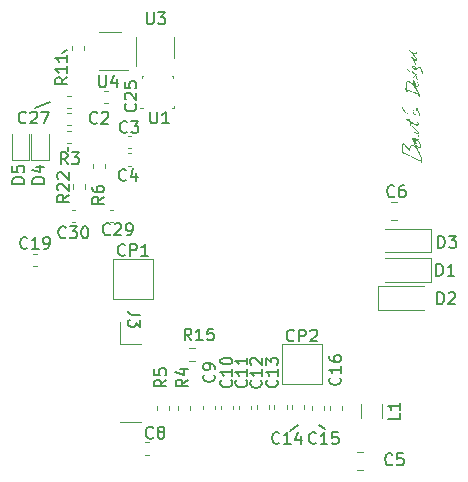
<source format=gbr>
%TF.GenerationSoftware,KiCad,Pcbnew,6.0.7-1.fc35*%
%TF.CreationDate,2022-11-05T20:30:00+01:00*%
%TF.ProjectId,sense_slim,73656e73-655f-4736-9c69-6d2e6b696361,rev?*%
%TF.SameCoordinates,Original*%
%TF.FileFunction,Legend,Top*%
%TF.FilePolarity,Positive*%
%FSLAX46Y46*%
G04 Gerber Fmt 4.6, Leading zero omitted, Abs format (unit mm)*
G04 Created by KiCad (PCBNEW 6.0.7-1.fc35) date 2022-11-05 20:30:00*
%MOMM*%
%LPD*%
G01*
G04 APERTURE LIST*
%ADD10C,0.150000*%
%ADD11C,0.120000*%
%ADD12C,0.100000*%
G04 APERTURE END LIST*
D10*
X152340000Y-113870000D02*
X152880000Y-114210000D01*
X131100000Y-90650000D02*
X131150000Y-90300000D01*
X130600000Y-82400000D02*
X131000000Y-82100000D01*
X149930000Y-114350000D02*
X150560000Y-113890000D01*
X128350000Y-87000000D02*
X129600000Y-86550000D01*
%TO.C,C25*%
X136807142Y-86692857D02*
X136854761Y-86740476D01*
X136902380Y-86883333D01*
X136902380Y-86978571D01*
X136854761Y-87121428D01*
X136759523Y-87216666D01*
X136664285Y-87264285D01*
X136473809Y-87311904D01*
X136330952Y-87311904D01*
X136140476Y-87264285D01*
X136045238Y-87216666D01*
X135950000Y-87121428D01*
X135902380Y-86978571D01*
X135902380Y-86883333D01*
X135950000Y-86740476D01*
X135997619Y-86692857D01*
X135997619Y-86311904D02*
X135950000Y-86264285D01*
X135902380Y-86169047D01*
X135902380Y-85930952D01*
X135950000Y-85835714D01*
X135997619Y-85788095D01*
X136092857Y-85740476D01*
X136188095Y-85740476D01*
X136330952Y-85788095D01*
X136902380Y-86359523D01*
X136902380Y-85740476D01*
X135902380Y-84835714D02*
X135902380Y-85311904D01*
X136378571Y-85359523D01*
X136330952Y-85311904D01*
X136283333Y-85216666D01*
X136283333Y-84978571D01*
X136330952Y-84883333D01*
X136378571Y-84835714D01*
X136473809Y-84788095D01*
X136711904Y-84788095D01*
X136807142Y-84835714D01*
X136854761Y-84883333D01*
X136902380Y-84978571D01*
X136902380Y-85216666D01*
X136854761Y-85311904D01*
X136807142Y-85359523D01*
%TO.C,R11*%
X131052380Y-84442857D02*
X130576190Y-84776190D01*
X131052380Y-85014285D02*
X130052380Y-85014285D01*
X130052380Y-84633333D01*
X130100000Y-84538095D01*
X130147619Y-84490476D01*
X130242857Y-84442857D01*
X130385714Y-84442857D01*
X130480952Y-84490476D01*
X130528571Y-84538095D01*
X130576190Y-84633333D01*
X130576190Y-85014285D01*
X131052380Y-83490476D02*
X131052380Y-84061904D01*
X131052380Y-83776190D02*
X130052380Y-83776190D01*
X130195238Y-83871428D01*
X130290476Y-83966666D01*
X130338095Y-84061904D01*
X131052380Y-82538095D02*
X131052380Y-83109523D01*
X131052380Y-82823809D02*
X130052380Y-82823809D01*
X130195238Y-82919047D01*
X130290476Y-83014285D01*
X130338095Y-83109523D01*
%TO.C,R3*%
X131083333Y-91802380D02*
X130750000Y-91326190D01*
X130511904Y-91802380D02*
X130511904Y-90802380D01*
X130892857Y-90802380D01*
X130988095Y-90850000D01*
X131035714Y-90897619D01*
X131083333Y-90992857D01*
X131083333Y-91135714D01*
X131035714Y-91230952D01*
X130988095Y-91278571D01*
X130892857Y-91326190D01*
X130511904Y-91326190D01*
X131416666Y-90802380D02*
X132035714Y-90802380D01*
X131702380Y-91183333D01*
X131845238Y-91183333D01*
X131940476Y-91230952D01*
X131988095Y-91278571D01*
X132035714Y-91373809D01*
X132035714Y-91611904D01*
X131988095Y-91707142D01*
X131940476Y-91754761D01*
X131845238Y-91802380D01*
X131559523Y-91802380D01*
X131464285Y-91754761D01*
X131416666Y-91707142D01*
%TO.C,C29*%
X134683084Y-97708577D02*
X134635465Y-97756196D01*
X134492608Y-97803815D01*
X134397370Y-97803815D01*
X134254513Y-97756196D01*
X134159275Y-97660958D01*
X134111656Y-97565720D01*
X134064037Y-97375244D01*
X134064037Y-97232387D01*
X134111656Y-97041911D01*
X134159275Y-96946673D01*
X134254513Y-96851435D01*
X134397370Y-96803815D01*
X134492608Y-96803815D01*
X134635465Y-96851435D01*
X134683084Y-96899054D01*
X135064037Y-96899054D02*
X135111656Y-96851435D01*
X135206894Y-96803815D01*
X135444989Y-96803815D01*
X135540227Y-96851435D01*
X135587846Y-96899054D01*
X135635465Y-96994292D01*
X135635465Y-97089530D01*
X135587846Y-97232387D01*
X135016418Y-97803815D01*
X135635465Y-97803815D01*
X136111656Y-97803815D02*
X136302132Y-97803815D01*
X136397370Y-97756196D01*
X136444989Y-97708577D01*
X136540227Y-97565720D01*
X136587846Y-97375244D01*
X136587846Y-96994292D01*
X136540227Y-96899054D01*
X136492608Y-96851435D01*
X136397370Y-96803815D01*
X136206894Y-96803815D01*
X136111656Y-96851435D01*
X136064037Y-96899054D01*
X136016418Y-96994292D01*
X136016418Y-97232387D01*
X136064037Y-97327625D01*
X136111656Y-97375244D01*
X136206894Y-97422863D01*
X136397370Y-97422863D01*
X136492608Y-97375244D01*
X136540227Y-97327625D01*
X136587846Y-97232387D01*
%TO.C,C3*%
X136133333Y-89057142D02*
X136085714Y-89104761D01*
X135942857Y-89152380D01*
X135847619Y-89152380D01*
X135704761Y-89104761D01*
X135609523Y-89009523D01*
X135561904Y-88914285D01*
X135514285Y-88723809D01*
X135514285Y-88580952D01*
X135561904Y-88390476D01*
X135609523Y-88295238D01*
X135704761Y-88200000D01*
X135847619Y-88152380D01*
X135942857Y-88152380D01*
X136085714Y-88200000D01*
X136133333Y-88247619D01*
X136466666Y-88152380D02*
X137085714Y-88152380D01*
X136752380Y-88533333D01*
X136895238Y-88533333D01*
X136990476Y-88580952D01*
X137038095Y-88628571D01*
X137085714Y-88723809D01*
X137085714Y-88961904D01*
X137038095Y-89057142D01*
X136990476Y-89104761D01*
X136895238Y-89152380D01*
X136609523Y-89152380D01*
X136514285Y-89104761D01*
X136466666Y-89057142D01*
%TO.C,U4*%
X133760983Y-84273925D02*
X133760983Y-85083449D01*
X133808602Y-85178687D01*
X133856221Y-85226306D01*
X133951459Y-85273925D01*
X134141935Y-85273925D01*
X134237173Y-85226306D01*
X134284792Y-85178687D01*
X134332411Y-85083449D01*
X134332411Y-84273925D01*
X135237173Y-84607259D02*
X135237173Y-85273925D01*
X134999078Y-84226306D02*
X134760983Y-84940592D01*
X135380030Y-84940592D01*
%TO.C,R22*%
X131202380Y-94392857D02*
X130726190Y-94726190D01*
X131202380Y-94964285D02*
X130202380Y-94964285D01*
X130202380Y-94583333D01*
X130250000Y-94488095D01*
X130297619Y-94440476D01*
X130392857Y-94392857D01*
X130535714Y-94392857D01*
X130630952Y-94440476D01*
X130678571Y-94488095D01*
X130726190Y-94583333D01*
X130726190Y-94964285D01*
X130297619Y-94011904D02*
X130250000Y-93964285D01*
X130202380Y-93869047D01*
X130202380Y-93630952D01*
X130250000Y-93535714D01*
X130297619Y-93488095D01*
X130392857Y-93440476D01*
X130488095Y-93440476D01*
X130630952Y-93488095D01*
X131202380Y-94059523D01*
X131202380Y-93440476D01*
X130297619Y-93059523D02*
X130250000Y-93011904D01*
X130202380Y-92916666D01*
X130202380Y-92678571D01*
X130250000Y-92583333D01*
X130297619Y-92535714D01*
X130392857Y-92488095D01*
X130488095Y-92488095D01*
X130630952Y-92535714D01*
X131202380Y-93107142D01*
X131202380Y-92488095D01*
%TO.C,C14*%
X149017142Y-115387142D02*
X148969523Y-115434761D01*
X148826666Y-115482380D01*
X148731428Y-115482380D01*
X148588571Y-115434761D01*
X148493333Y-115339523D01*
X148445714Y-115244285D01*
X148398095Y-115053809D01*
X148398095Y-114910952D01*
X148445714Y-114720476D01*
X148493333Y-114625238D01*
X148588571Y-114530000D01*
X148731428Y-114482380D01*
X148826666Y-114482380D01*
X148969523Y-114530000D01*
X149017142Y-114577619D01*
X149969523Y-115482380D02*
X149398095Y-115482380D01*
X149683809Y-115482380D02*
X149683809Y-114482380D01*
X149588571Y-114625238D01*
X149493333Y-114720476D01*
X149398095Y-114768095D01*
X150826666Y-114815714D02*
X150826666Y-115482380D01*
X150588571Y-114434761D02*
X150350476Y-115149047D01*
X150969523Y-115149047D01*
%TO.C,D1*%
X162301906Y-101240835D02*
X162301906Y-100240835D01*
X162540002Y-100240835D01*
X162682859Y-100288455D01*
X162778097Y-100383693D01*
X162825716Y-100478931D01*
X162873335Y-100669407D01*
X162873335Y-100812264D01*
X162825716Y-101002740D01*
X162778097Y-101097978D01*
X162682859Y-101193216D01*
X162540002Y-101240835D01*
X162301906Y-101240835D01*
X163825716Y-101240835D02*
X163254287Y-101240835D01*
X163540002Y-101240835D02*
X163540002Y-100240835D01*
X163444763Y-100383693D01*
X163349525Y-100478931D01*
X163254287Y-100526550D01*
%TO.C,R15*%
X141567142Y-106722380D02*
X141233809Y-106246190D01*
X140995714Y-106722380D02*
X140995714Y-105722380D01*
X141376666Y-105722380D01*
X141471904Y-105770000D01*
X141519523Y-105817619D01*
X141567142Y-105912857D01*
X141567142Y-106055714D01*
X141519523Y-106150952D01*
X141471904Y-106198571D01*
X141376666Y-106246190D01*
X140995714Y-106246190D01*
X142519523Y-106722380D02*
X141948095Y-106722380D01*
X142233809Y-106722380D02*
X142233809Y-105722380D01*
X142138571Y-105865238D01*
X142043333Y-105960476D01*
X141948095Y-106008095D01*
X143424285Y-105722380D02*
X142948095Y-105722380D01*
X142900476Y-106198571D01*
X142948095Y-106150952D01*
X143043333Y-106103333D01*
X143281428Y-106103333D01*
X143376666Y-106150952D01*
X143424285Y-106198571D01*
X143471904Y-106293809D01*
X143471904Y-106531904D01*
X143424285Y-106627142D01*
X143376666Y-106674761D01*
X143281428Y-106722380D01*
X143043333Y-106722380D01*
X142948095Y-106674761D01*
X142900476Y-106627142D01*
%TO.C,C15*%
X152117142Y-115397142D02*
X152069523Y-115444761D01*
X151926666Y-115492380D01*
X151831428Y-115492380D01*
X151688571Y-115444761D01*
X151593333Y-115349523D01*
X151545714Y-115254285D01*
X151498095Y-115063809D01*
X151498095Y-114920952D01*
X151545714Y-114730476D01*
X151593333Y-114635238D01*
X151688571Y-114540000D01*
X151831428Y-114492380D01*
X151926666Y-114492380D01*
X152069523Y-114540000D01*
X152117142Y-114587619D01*
X153069523Y-115492380D02*
X152498095Y-115492380D01*
X152783809Y-115492380D02*
X152783809Y-114492380D01*
X152688571Y-114635238D01*
X152593333Y-114730476D01*
X152498095Y-114778095D01*
X153974285Y-114492380D02*
X153498095Y-114492380D01*
X153450476Y-114968571D01*
X153498095Y-114920952D01*
X153593333Y-114873333D01*
X153831428Y-114873333D01*
X153926666Y-114920952D01*
X153974285Y-114968571D01*
X154021904Y-115063809D01*
X154021904Y-115301904D01*
X153974285Y-115397142D01*
X153926666Y-115444761D01*
X153831428Y-115492380D01*
X153593333Y-115492380D01*
X153498095Y-115444761D01*
X153450476Y-115397142D01*
%TO.C,C10*%
X144927144Y-110081312D02*
X144974763Y-110128931D01*
X145022382Y-110271788D01*
X145022382Y-110367026D01*
X144974763Y-110509883D01*
X144879525Y-110605121D01*
X144784287Y-110652740D01*
X144593811Y-110700359D01*
X144450954Y-110700359D01*
X144260478Y-110652740D01*
X144165240Y-110605121D01*
X144070002Y-110509883D01*
X144022382Y-110367026D01*
X144022382Y-110271788D01*
X144070002Y-110128931D01*
X144117621Y-110081312D01*
X145022382Y-109128931D02*
X145022382Y-109700359D01*
X145022382Y-109414645D02*
X144022382Y-109414645D01*
X144165240Y-109509883D01*
X144260478Y-109605121D01*
X144308097Y-109700359D01*
X144022382Y-108509883D02*
X144022382Y-108414645D01*
X144070002Y-108319407D01*
X144117621Y-108271788D01*
X144212859Y-108224169D01*
X144403335Y-108176550D01*
X144641430Y-108176550D01*
X144831906Y-108224169D01*
X144927144Y-108271788D01*
X144974763Y-108319407D01*
X145022382Y-108414645D01*
X145022382Y-108509883D01*
X144974763Y-108605121D01*
X144927144Y-108652740D01*
X144831906Y-108700359D01*
X144641430Y-108747978D01*
X144403335Y-108747978D01*
X144212859Y-108700359D01*
X144117621Y-108652740D01*
X144070002Y-108605121D01*
X144022382Y-108509883D01*
%TO.C,CP2*%
X150253333Y-106709142D02*
X150205714Y-106756761D01*
X150062857Y-106804380D01*
X149967619Y-106804380D01*
X149824761Y-106756761D01*
X149729523Y-106661523D01*
X149681904Y-106566285D01*
X149634285Y-106375809D01*
X149634285Y-106232952D01*
X149681904Y-106042476D01*
X149729523Y-105947238D01*
X149824761Y-105852000D01*
X149967619Y-105804380D01*
X150062857Y-105804380D01*
X150205714Y-105852000D01*
X150253333Y-105899619D01*
X150681904Y-106804380D02*
X150681904Y-105804380D01*
X151062857Y-105804380D01*
X151158095Y-105852000D01*
X151205714Y-105899619D01*
X151253333Y-105994857D01*
X151253333Y-106137714D01*
X151205714Y-106232952D01*
X151158095Y-106280571D01*
X151062857Y-106328190D01*
X150681904Y-106328190D01*
X151634285Y-105899619D02*
X151681904Y-105852000D01*
X151777142Y-105804380D01*
X152015238Y-105804380D01*
X152110476Y-105852000D01*
X152158095Y-105899619D01*
X152205714Y-105994857D01*
X152205714Y-106090095D01*
X152158095Y-106232952D01*
X151586666Y-106804380D01*
X152205714Y-106804380D01*
%TO.C,C19*%
X127677144Y-98865597D02*
X127629525Y-98913216D01*
X127486668Y-98960835D01*
X127391430Y-98960835D01*
X127248573Y-98913216D01*
X127153335Y-98817978D01*
X127105716Y-98722740D01*
X127058097Y-98532264D01*
X127058097Y-98389407D01*
X127105716Y-98198931D01*
X127153335Y-98103693D01*
X127248573Y-98008455D01*
X127391430Y-97960835D01*
X127486668Y-97960835D01*
X127629525Y-98008455D01*
X127677144Y-98056074D01*
X128629525Y-98960835D02*
X128058097Y-98960835D01*
X128343811Y-98960835D02*
X128343811Y-97960835D01*
X128248573Y-98103693D01*
X128153335Y-98198931D01*
X128058097Y-98246550D01*
X129105716Y-98960835D02*
X129296192Y-98960835D01*
X129391430Y-98913216D01*
X129439049Y-98865597D01*
X129534287Y-98722740D01*
X129581906Y-98532264D01*
X129581906Y-98151312D01*
X129534287Y-98056074D01*
X129486668Y-98008455D01*
X129391430Y-97960835D01*
X129200954Y-97960835D01*
X129105716Y-98008455D01*
X129058097Y-98056074D01*
X129010478Y-98151312D01*
X129010478Y-98389407D01*
X129058097Y-98484645D01*
X129105716Y-98532264D01*
X129200954Y-98579883D01*
X129391430Y-98579883D01*
X129486668Y-98532264D01*
X129534287Y-98484645D01*
X129581906Y-98389407D01*
%TO.C,C12*%
X147447142Y-110102857D02*
X147494761Y-110150476D01*
X147542380Y-110293333D01*
X147542380Y-110388571D01*
X147494761Y-110531428D01*
X147399523Y-110626666D01*
X147304285Y-110674285D01*
X147113809Y-110721904D01*
X146970952Y-110721904D01*
X146780476Y-110674285D01*
X146685238Y-110626666D01*
X146590000Y-110531428D01*
X146542380Y-110388571D01*
X146542380Y-110293333D01*
X146590000Y-110150476D01*
X146637619Y-110102857D01*
X147542380Y-109150476D02*
X147542380Y-109721904D01*
X147542380Y-109436190D02*
X146542380Y-109436190D01*
X146685238Y-109531428D01*
X146780476Y-109626666D01*
X146828095Y-109721904D01*
X146637619Y-108769523D02*
X146590000Y-108721904D01*
X146542380Y-108626666D01*
X146542380Y-108388571D01*
X146590000Y-108293333D01*
X146637619Y-108245714D01*
X146732857Y-108198095D01*
X146828095Y-108198095D01*
X146970952Y-108245714D01*
X147542380Y-108817142D01*
X147542380Y-108198095D01*
%TO.C,R6*%
X134152380Y-94566666D02*
X133676190Y-94900000D01*
X134152380Y-95138095D02*
X133152380Y-95138095D01*
X133152380Y-94757142D01*
X133200000Y-94661904D01*
X133247619Y-94614285D01*
X133342857Y-94566666D01*
X133485714Y-94566666D01*
X133580952Y-94614285D01*
X133628571Y-94661904D01*
X133676190Y-94757142D01*
X133676190Y-95138095D01*
X133152380Y-93709523D02*
X133152380Y-93900000D01*
X133200000Y-93995238D01*
X133247619Y-94042857D01*
X133390476Y-94138095D01*
X133580952Y-94185714D01*
X133961904Y-94185714D01*
X134057142Y-94138095D01*
X134104761Y-94090476D01*
X134152380Y-93995238D01*
X134152380Y-93804761D01*
X134104761Y-93709523D01*
X134057142Y-93661904D01*
X133961904Y-93614285D01*
X133723809Y-93614285D01*
X133628571Y-93661904D01*
X133580952Y-93709523D01*
X133533333Y-93804761D01*
X133533333Y-93995238D01*
X133580952Y-94090476D01*
X133628571Y-94138095D01*
X133723809Y-94185714D01*
%TO.C,C5*%
X158583333Y-117197142D02*
X158535714Y-117244761D01*
X158392857Y-117292380D01*
X158297619Y-117292380D01*
X158154761Y-117244761D01*
X158059523Y-117149523D01*
X158011904Y-117054285D01*
X157964285Y-116863809D01*
X157964285Y-116720952D01*
X158011904Y-116530476D01*
X158059523Y-116435238D01*
X158154761Y-116340000D01*
X158297619Y-116292380D01*
X158392857Y-116292380D01*
X158535714Y-116340000D01*
X158583333Y-116387619D01*
X159488095Y-116292380D02*
X159011904Y-116292380D01*
X158964285Y-116768571D01*
X159011904Y-116720952D01*
X159107142Y-116673333D01*
X159345238Y-116673333D01*
X159440476Y-116720952D01*
X159488095Y-116768571D01*
X159535714Y-116863809D01*
X159535714Y-117101904D01*
X159488095Y-117197142D01*
X159440476Y-117244761D01*
X159345238Y-117292380D01*
X159107142Y-117292380D01*
X159011904Y-117244761D01*
X158964285Y-117197142D01*
%TO.C,C11*%
X146197142Y-110072857D02*
X146244761Y-110120476D01*
X146292380Y-110263333D01*
X146292380Y-110358571D01*
X146244761Y-110501428D01*
X146149523Y-110596666D01*
X146054285Y-110644285D01*
X145863809Y-110691904D01*
X145720952Y-110691904D01*
X145530476Y-110644285D01*
X145435238Y-110596666D01*
X145340000Y-110501428D01*
X145292380Y-110358571D01*
X145292380Y-110263333D01*
X145340000Y-110120476D01*
X145387619Y-110072857D01*
X146292380Y-109120476D02*
X146292380Y-109691904D01*
X146292380Y-109406190D02*
X145292380Y-109406190D01*
X145435238Y-109501428D01*
X145530476Y-109596666D01*
X145578095Y-109691904D01*
X146292380Y-108168095D02*
X146292380Y-108739523D01*
X146292380Y-108453809D02*
X145292380Y-108453809D01*
X145435238Y-108549047D01*
X145530476Y-108644285D01*
X145578095Y-108739523D01*
%TO.C,U1*%
X138088095Y-87352380D02*
X138088095Y-88161904D01*
X138135714Y-88257142D01*
X138183333Y-88304761D01*
X138278571Y-88352380D01*
X138469047Y-88352380D01*
X138564285Y-88304761D01*
X138611904Y-88257142D01*
X138659523Y-88161904D01*
X138659523Y-87352380D01*
X139659523Y-88352380D02*
X139088095Y-88352380D01*
X139373809Y-88352380D02*
X139373809Y-87352380D01*
X139278571Y-87495238D01*
X139183333Y-87590476D01*
X139088095Y-87638095D01*
%TO.C,R4*%
X141252378Y-110033211D02*
X140776188Y-110366545D01*
X141252378Y-110604640D02*
X140252378Y-110604640D01*
X140252378Y-110223687D01*
X140299998Y-110128449D01*
X140347617Y-110080830D01*
X140442855Y-110033211D01*
X140585712Y-110033211D01*
X140680950Y-110080830D01*
X140728569Y-110128449D01*
X140776188Y-110223687D01*
X140776188Y-110604640D01*
X140585712Y-109176068D02*
X141252378Y-109176068D01*
X140204759Y-109414164D02*
X140919045Y-109652259D01*
X140919045Y-109033211D01*
%TO.C,D2*%
X162401906Y-103640835D02*
X162401906Y-102640835D01*
X162640002Y-102640835D01*
X162782859Y-102688455D01*
X162878097Y-102783693D01*
X162925716Y-102878931D01*
X162973335Y-103069407D01*
X162973335Y-103212264D01*
X162925716Y-103402740D01*
X162878097Y-103497978D01*
X162782859Y-103593216D01*
X162640002Y-103640835D01*
X162401906Y-103640835D01*
X163354287Y-102736074D02*
X163401906Y-102688455D01*
X163497144Y-102640835D01*
X163735240Y-102640835D01*
X163830478Y-102688455D01*
X163878097Y-102736074D01*
X163925716Y-102831312D01*
X163925716Y-102926550D01*
X163878097Y-103069407D01*
X163306668Y-103640835D01*
X163925716Y-103640835D01*
%TO.C,C16*%
X154127144Y-109862857D02*
X154174763Y-109910476D01*
X154222382Y-110053333D01*
X154222382Y-110148571D01*
X154174763Y-110291428D01*
X154079525Y-110386666D01*
X153984287Y-110434285D01*
X153793811Y-110481904D01*
X153650954Y-110481904D01*
X153460478Y-110434285D01*
X153365240Y-110386666D01*
X153270002Y-110291428D01*
X153222382Y-110148571D01*
X153222382Y-110053333D01*
X153270002Y-109910476D01*
X153317621Y-109862857D01*
X154222382Y-108910476D02*
X154222382Y-109481904D01*
X154222382Y-109196190D02*
X153222382Y-109196190D01*
X153365240Y-109291428D01*
X153460478Y-109386666D01*
X153508097Y-109481904D01*
X153222382Y-108053333D02*
X153222382Y-108243809D01*
X153270002Y-108339047D01*
X153317621Y-108386666D01*
X153460478Y-108481904D01*
X153650954Y-108529523D01*
X154031906Y-108529523D01*
X154127144Y-108481904D01*
X154174763Y-108434285D01*
X154222382Y-108339047D01*
X154222382Y-108148571D01*
X154174763Y-108053333D01*
X154127144Y-108005714D01*
X154031906Y-107958095D01*
X153793811Y-107958095D01*
X153698573Y-108005714D01*
X153650954Y-108053333D01*
X153603335Y-108148571D01*
X153603335Y-108339047D01*
X153650954Y-108434285D01*
X153698573Y-108481904D01*
X153793811Y-108529523D01*
%TO.C,C2*%
X133583333Y-88277142D02*
X133535714Y-88324761D01*
X133392857Y-88372380D01*
X133297619Y-88372380D01*
X133154761Y-88324761D01*
X133059523Y-88229523D01*
X133011904Y-88134285D01*
X132964285Y-87943809D01*
X132964285Y-87800952D01*
X133011904Y-87610476D01*
X133059523Y-87515238D01*
X133154761Y-87420000D01*
X133297619Y-87372380D01*
X133392857Y-87372380D01*
X133535714Y-87420000D01*
X133583333Y-87467619D01*
X133964285Y-87467619D02*
X134011904Y-87420000D01*
X134107142Y-87372380D01*
X134345238Y-87372380D01*
X134440476Y-87420000D01*
X134488095Y-87467619D01*
X134535714Y-87562857D01*
X134535714Y-87658095D01*
X134488095Y-87800952D01*
X133916666Y-88372380D01*
X134535714Y-88372380D01*
%TO.C,C13*%
X148797142Y-110082857D02*
X148844761Y-110130476D01*
X148892380Y-110273333D01*
X148892380Y-110368571D01*
X148844761Y-110511428D01*
X148749523Y-110606666D01*
X148654285Y-110654285D01*
X148463809Y-110701904D01*
X148320952Y-110701904D01*
X148130476Y-110654285D01*
X148035238Y-110606666D01*
X147940000Y-110511428D01*
X147892380Y-110368571D01*
X147892380Y-110273333D01*
X147940000Y-110130476D01*
X147987619Y-110082857D01*
X148892380Y-109130476D02*
X148892380Y-109701904D01*
X148892380Y-109416190D02*
X147892380Y-109416190D01*
X148035238Y-109511428D01*
X148130476Y-109606666D01*
X148178095Y-109701904D01*
X147892380Y-108797142D02*
X147892380Y-108178095D01*
X148273333Y-108511428D01*
X148273333Y-108368571D01*
X148320952Y-108273333D01*
X148368571Y-108225714D01*
X148463809Y-108178095D01*
X148701904Y-108178095D01*
X148797142Y-108225714D01*
X148844761Y-108273333D01*
X148892380Y-108368571D01*
X148892380Y-108654285D01*
X148844761Y-108749523D01*
X148797142Y-108797142D01*
%TO.C,D4*%
X129102380Y-93438095D02*
X128102380Y-93438095D01*
X128102380Y-93200000D01*
X128150000Y-93057142D01*
X128245238Y-92961904D01*
X128340476Y-92914285D01*
X128530952Y-92866666D01*
X128673809Y-92866666D01*
X128864285Y-92914285D01*
X128959523Y-92961904D01*
X129054761Y-93057142D01*
X129102380Y-93200000D01*
X129102380Y-93438095D01*
X128435714Y-92009523D02*
X129102380Y-92009523D01*
X128054761Y-92247619D02*
X128769047Y-92485714D01*
X128769047Y-91866666D01*
%TO.C,CP1*%
X135953333Y-99459142D02*
X135905714Y-99506761D01*
X135762857Y-99554380D01*
X135667619Y-99554380D01*
X135524761Y-99506761D01*
X135429523Y-99411523D01*
X135381904Y-99316285D01*
X135334285Y-99125809D01*
X135334285Y-98982952D01*
X135381904Y-98792476D01*
X135429523Y-98697238D01*
X135524761Y-98602000D01*
X135667619Y-98554380D01*
X135762857Y-98554380D01*
X135905714Y-98602000D01*
X135953333Y-98649619D01*
X136381904Y-99554380D02*
X136381904Y-98554380D01*
X136762857Y-98554380D01*
X136858095Y-98602000D01*
X136905714Y-98649619D01*
X136953333Y-98744857D01*
X136953333Y-98887714D01*
X136905714Y-98982952D01*
X136858095Y-99030571D01*
X136762857Y-99078190D01*
X136381904Y-99078190D01*
X137905714Y-99554380D02*
X137334285Y-99554380D01*
X137620000Y-99554380D02*
X137620000Y-98554380D01*
X137524761Y-98697238D01*
X137429523Y-98792476D01*
X137334285Y-98840095D01*
%TO.C,U3*%
X137788095Y-78952380D02*
X137788095Y-79761904D01*
X137835714Y-79857142D01*
X137883333Y-79904761D01*
X137978571Y-79952380D01*
X138169047Y-79952380D01*
X138264285Y-79904761D01*
X138311904Y-79857142D01*
X138359523Y-79761904D01*
X138359523Y-78952380D01*
X138740476Y-78952380D02*
X139359523Y-78952380D01*
X139026190Y-79333333D01*
X139169047Y-79333333D01*
X139264285Y-79380952D01*
X139311904Y-79428571D01*
X139359523Y-79523809D01*
X139359523Y-79761904D01*
X139311904Y-79857142D01*
X139264285Y-79904761D01*
X139169047Y-79952380D01*
X138883333Y-79952380D01*
X138788095Y-79904761D01*
X138740476Y-79857142D01*
%TO.C,C6*%
X158743335Y-94495597D02*
X158695716Y-94543216D01*
X158552859Y-94590835D01*
X158457621Y-94590835D01*
X158314763Y-94543216D01*
X158219525Y-94447978D01*
X158171906Y-94352740D01*
X158124287Y-94162264D01*
X158124287Y-94019407D01*
X158171906Y-93828931D01*
X158219525Y-93733693D01*
X158314763Y-93638455D01*
X158457621Y-93590835D01*
X158552859Y-93590835D01*
X158695716Y-93638455D01*
X158743335Y-93686074D01*
X159600478Y-93590835D02*
X159410002Y-93590835D01*
X159314763Y-93638455D01*
X159267144Y-93686074D01*
X159171906Y-93828931D01*
X159124287Y-94019407D01*
X159124287Y-94400359D01*
X159171906Y-94495597D01*
X159219525Y-94543216D01*
X159314763Y-94590835D01*
X159505240Y-94590835D01*
X159600478Y-94543216D01*
X159648097Y-94495597D01*
X159695716Y-94400359D01*
X159695716Y-94162264D01*
X159648097Y-94067026D01*
X159600478Y-94019407D01*
X159505240Y-93971788D01*
X159314763Y-93971788D01*
X159219525Y-94019407D01*
X159171906Y-94067026D01*
X159124287Y-94162264D01*
%TO.C,C9*%
X143467144Y-109605121D02*
X143514763Y-109652740D01*
X143562382Y-109795597D01*
X143562382Y-109890835D01*
X143514763Y-110033693D01*
X143419525Y-110128931D01*
X143324287Y-110176550D01*
X143133811Y-110224169D01*
X142990954Y-110224169D01*
X142800478Y-110176550D01*
X142705240Y-110128931D01*
X142610002Y-110033693D01*
X142562382Y-109890835D01*
X142562382Y-109795597D01*
X142610002Y-109652740D01*
X142657621Y-109605121D01*
X143562382Y-109128931D02*
X143562382Y-108938455D01*
X143514763Y-108843216D01*
X143467144Y-108795597D01*
X143324287Y-108700359D01*
X143133811Y-108652740D01*
X142752859Y-108652740D01*
X142657621Y-108700359D01*
X142610002Y-108747978D01*
X142562382Y-108843216D01*
X142562382Y-109033693D01*
X142610002Y-109128931D01*
X142657621Y-109176550D01*
X142752859Y-109224169D01*
X142990954Y-109224169D01*
X143086192Y-109176550D01*
X143133811Y-109128931D01*
X143181430Y-109033693D01*
X143181430Y-108843216D01*
X143133811Y-108747978D01*
X143086192Y-108700359D01*
X142990954Y-108652740D01*
%TO.C,C4*%
X136033333Y-93107142D02*
X135985714Y-93154761D01*
X135842857Y-93202380D01*
X135747619Y-93202380D01*
X135604761Y-93154761D01*
X135509523Y-93059523D01*
X135461904Y-92964285D01*
X135414285Y-92773809D01*
X135414285Y-92630952D01*
X135461904Y-92440476D01*
X135509523Y-92345238D01*
X135604761Y-92250000D01*
X135747619Y-92202380D01*
X135842857Y-92202380D01*
X135985714Y-92250000D01*
X136033333Y-92297619D01*
X136890476Y-92535714D02*
X136890476Y-93202380D01*
X136652380Y-92154761D02*
X136414285Y-92869047D01*
X137033333Y-92869047D01*
%TO.C,C30*%
X130927144Y-97975597D02*
X130879525Y-98023216D01*
X130736668Y-98070835D01*
X130641430Y-98070835D01*
X130498573Y-98023216D01*
X130403335Y-97927978D01*
X130355716Y-97832740D01*
X130308097Y-97642264D01*
X130308097Y-97499407D01*
X130355716Y-97308931D01*
X130403335Y-97213693D01*
X130498573Y-97118455D01*
X130641430Y-97070835D01*
X130736668Y-97070835D01*
X130879525Y-97118455D01*
X130927144Y-97166074D01*
X131260478Y-97070835D02*
X131879525Y-97070835D01*
X131546192Y-97451788D01*
X131689049Y-97451788D01*
X131784287Y-97499407D01*
X131831906Y-97547026D01*
X131879525Y-97642264D01*
X131879525Y-97880359D01*
X131831906Y-97975597D01*
X131784287Y-98023216D01*
X131689049Y-98070835D01*
X131403335Y-98070835D01*
X131308097Y-98023216D01*
X131260478Y-97975597D01*
X132498573Y-97070835D02*
X132593811Y-97070835D01*
X132689049Y-97118455D01*
X132736668Y-97166074D01*
X132784287Y-97261312D01*
X132831906Y-97451788D01*
X132831906Y-97689883D01*
X132784287Y-97880359D01*
X132736668Y-97975597D01*
X132689049Y-98023216D01*
X132593811Y-98070835D01*
X132498573Y-98070835D01*
X132403335Y-98023216D01*
X132355716Y-97975597D01*
X132308097Y-97880359D01*
X132260478Y-97689883D01*
X132260478Y-97451788D01*
X132308097Y-97261312D01*
X132355716Y-97166074D01*
X132403335Y-97118455D01*
X132498573Y-97070835D01*
%TO.C,D5*%
X127402380Y-93438095D02*
X126402380Y-93438095D01*
X126402380Y-93200000D01*
X126450000Y-93057142D01*
X126545238Y-92961904D01*
X126640476Y-92914285D01*
X126830952Y-92866666D01*
X126973809Y-92866666D01*
X127164285Y-92914285D01*
X127259523Y-92961904D01*
X127354761Y-93057142D01*
X127402380Y-93200000D01*
X127402380Y-93438095D01*
X126402380Y-91961904D02*
X126402380Y-92438095D01*
X126878571Y-92485714D01*
X126830952Y-92438095D01*
X126783333Y-92342857D01*
X126783333Y-92104761D01*
X126830952Y-92009523D01*
X126878571Y-91961904D01*
X126973809Y-91914285D01*
X127211904Y-91914285D01*
X127307142Y-91961904D01*
X127354761Y-92009523D01*
X127402380Y-92104761D01*
X127402380Y-92342857D01*
X127354761Y-92438095D01*
X127307142Y-92485714D01*
%TO.C,L1*%
X159202380Y-112855121D02*
X159202380Y-113331312D01*
X158202380Y-113331312D01*
X159202380Y-111997978D02*
X159202380Y-112569407D01*
X159202380Y-112283693D02*
X158202380Y-112283693D01*
X158345238Y-112378931D01*
X158440476Y-112474169D01*
X158488095Y-112569407D01*
%TO.C,J3*%
X137237619Y-104566666D02*
X136523333Y-104566666D01*
X136380476Y-104519047D01*
X136285238Y-104423809D01*
X136237619Y-104280952D01*
X136237619Y-104185714D01*
X137237619Y-104947619D02*
X137237619Y-105566666D01*
X136856666Y-105233333D01*
X136856666Y-105376190D01*
X136809047Y-105471428D01*
X136761428Y-105519047D01*
X136666190Y-105566666D01*
X136428095Y-105566666D01*
X136332857Y-105519047D01*
X136285238Y-105471428D01*
X136237619Y-105376190D01*
X136237619Y-105090476D01*
X136285238Y-104995238D01*
X136332857Y-104947619D01*
%TO.C,R5*%
X139432380Y-110033211D02*
X138956190Y-110366545D01*
X139432380Y-110604640D02*
X138432380Y-110604640D01*
X138432380Y-110223687D01*
X138480000Y-110128449D01*
X138527619Y-110080830D01*
X138622857Y-110033211D01*
X138765714Y-110033211D01*
X138860952Y-110080830D01*
X138908571Y-110128449D01*
X138956190Y-110223687D01*
X138956190Y-110604640D01*
X138432380Y-109128449D02*
X138432380Y-109604640D01*
X138908571Y-109652259D01*
X138860952Y-109604640D01*
X138813333Y-109509402D01*
X138813333Y-109271306D01*
X138860952Y-109176068D01*
X138908571Y-109128449D01*
X139003809Y-109080830D01*
X139241904Y-109080830D01*
X139337142Y-109128449D01*
X139384761Y-109176068D01*
X139432380Y-109271306D01*
X139432380Y-109509402D01*
X139384761Y-109604640D01*
X139337142Y-109652259D01*
%TO.C,D3*%
X162456904Y-98877380D02*
X162456904Y-97877380D01*
X162695000Y-97877380D01*
X162837857Y-97925000D01*
X162933095Y-98020238D01*
X162980714Y-98115476D01*
X163028333Y-98305952D01*
X163028333Y-98448809D01*
X162980714Y-98639285D01*
X162933095Y-98734523D01*
X162837857Y-98829761D01*
X162695000Y-98877380D01*
X162456904Y-98877380D01*
X163361666Y-97877380D02*
X163980714Y-97877380D01*
X163647380Y-98258333D01*
X163790238Y-98258333D01*
X163885476Y-98305952D01*
X163933095Y-98353571D01*
X163980714Y-98448809D01*
X163980714Y-98686904D01*
X163933095Y-98782142D01*
X163885476Y-98829761D01*
X163790238Y-98877380D01*
X163504523Y-98877380D01*
X163409285Y-98829761D01*
X163361666Y-98782142D01*
%TO.C,C8*%
X138333333Y-114937142D02*
X138285714Y-114984761D01*
X138142857Y-115032380D01*
X138047619Y-115032380D01*
X137904761Y-114984761D01*
X137809523Y-114889523D01*
X137761904Y-114794285D01*
X137714285Y-114603809D01*
X137714285Y-114460952D01*
X137761904Y-114270476D01*
X137809523Y-114175238D01*
X137904761Y-114080000D01*
X138047619Y-114032380D01*
X138142857Y-114032380D01*
X138285714Y-114080000D01*
X138333333Y-114127619D01*
X138904761Y-114460952D02*
X138809523Y-114413333D01*
X138761904Y-114365714D01*
X138714285Y-114270476D01*
X138714285Y-114222857D01*
X138761904Y-114127619D01*
X138809523Y-114080000D01*
X138904761Y-114032380D01*
X139095238Y-114032380D01*
X139190476Y-114080000D01*
X139238095Y-114127619D01*
X139285714Y-114222857D01*
X139285714Y-114270476D01*
X139238095Y-114365714D01*
X139190476Y-114413333D01*
X139095238Y-114460952D01*
X138904761Y-114460952D01*
X138809523Y-114508571D01*
X138761904Y-114556190D01*
X138714285Y-114651428D01*
X138714285Y-114841904D01*
X138761904Y-114937142D01*
X138809523Y-114984761D01*
X138904761Y-115032380D01*
X139095238Y-115032380D01*
X139190476Y-114984761D01*
X139238095Y-114937142D01*
X139285714Y-114841904D01*
X139285714Y-114651428D01*
X139238095Y-114556190D01*
X139190476Y-114508571D01*
X139095238Y-114460952D01*
%TO.C,C27*%
X127557142Y-88257142D02*
X127509523Y-88304761D01*
X127366666Y-88352380D01*
X127271428Y-88352380D01*
X127128571Y-88304761D01*
X127033333Y-88209523D01*
X126985714Y-88114285D01*
X126938095Y-87923809D01*
X126938095Y-87780952D01*
X126985714Y-87590476D01*
X127033333Y-87495238D01*
X127128571Y-87400000D01*
X127271428Y-87352380D01*
X127366666Y-87352380D01*
X127509523Y-87400000D01*
X127557142Y-87447619D01*
X127938095Y-87447619D02*
X127985714Y-87400000D01*
X128080952Y-87352380D01*
X128319047Y-87352380D01*
X128414285Y-87400000D01*
X128461904Y-87447619D01*
X128509523Y-87542857D01*
X128509523Y-87638095D01*
X128461904Y-87780952D01*
X127890476Y-88352380D01*
X128509523Y-88352380D01*
X128842857Y-87352380D02*
X129509523Y-87352380D01*
X129080952Y-88352380D01*
D11*
%TO.C,C25*%
X134483468Y-86621545D02*
X134202308Y-86621545D01*
X134483468Y-85601545D02*
X134202308Y-85601545D01*
%TO.C,R11*%
X131447112Y-81775676D02*
X131447112Y-82101234D01*
X132467112Y-81775676D02*
X132467112Y-82101234D01*
%TO.C,R3*%
X131362779Y-88990000D02*
X131037221Y-88990000D01*
X131362779Y-90010000D02*
X131037221Y-90010000D01*
%TO.C,C29*%
X134679422Y-95678455D02*
X134960582Y-95678455D01*
X134679422Y-96698455D02*
X134960582Y-96698455D01*
%TO.C,C3*%
X136482781Y-90410000D02*
X136157223Y-90410000D01*
X136482781Y-89390000D02*
X136157223Y-89390000D01*
%TO.C,U4*%
X133780000Y-83820000D02*
X136230000Y-83820000D01*
X135580000Y-80600000D02*
X133780000Y-80600000D01*
%TO.C,R22*%
X132592502Y-93451197D02*
X132592502Y-93925713D01*
X131547502Y-93451197D02*
X131547502Y-93925713D01*
%TO.C,C14*%
X151130002Y-112228176D02*
X151130002Y-112553734D01*
X150110002Y-112228176D02*
X150110002Y-112553734D01*
%TO.C,D1*%
X161830002Y-101758455D02*
X161830002Y-99758455D01*
X161830002Y-101758455D02*
X157930002Y-101758455D01*
X161830002Y-99758455D02*
X157930002Y-99758455D01*
%TO.C,R15*%
X141847258Y-108432500D02*
X141372742Y-108432500D01*
X141847258Y-107387500D02*
X141372742Y-107387500D01*
%TO.C,C15*%
X152830002Y-112275676D02*
X152830002Y-112601234D01*
X151810002Y-112275676D02*
X151810002Y-112601234D01*
%TO.C,C10*%
X145090002Y-112238176D02*
X145090002Y-112563734D01*
X144070002Y-112238176D02*
X144070002Y-112563734D01*
%TO.C,CP2*%
X149220000Y-110450000D02*
X149220000Y-107050000D01*
X149220000Y-107050000D02*
X152620000Y-107050000D01*
X152620000Y-110450000D02*
X149220000Y-110450000D01*
X152620000Y-107050000D02*
X152620000Y-110450000D01*
%TO.C,C19*%
X128157223Y-100448455D02*
X128482781Y-100448455D01*
X128157223Y-99428455D02*
X128482781Y-99428455D01*
%TO.C,C12*%
X148110002Y-112228176D02*
X148110002Y-112553734D01*
X147090002Y-112228176D02*
X147090002Y-112553734D01*
%TO.C,R6*%
X134217112Y-91775676D02*
X134217112Y-92101234D01*
X133197112Y-91775676D02*
X133197112Y-92101234D01*
%TO.C,C5*%
X155608750Y-117673455D02*
X156131254Y-117673455D01*
X155608750Y-116203455D02*
X156131254Y-116203455D01*
%TO.C,C11*%
X145580002Y-112238176D02*
X145580002Y-112563734D01*
X146600002Y-112238176D02*
X146600002Y-112563734D01*
D12*
%TO.C,U1*%
X140050000Y-84338455D02*
X140050000Y-84488455D01*
X140050000Y-87038455D02*
X139900000Y-87038455D01*
X137350000Y-84338455D02*
X137500000Y-84338455D01*
X137500000Y-87038455D02*
X137250000Y-87038455D01*
X140060000Y-87038455D02*
X140060000Y-86888455D01*
X137350000Y-84488455D02*
X137350000Y-84338455D01*
X140050000Y-84338455D02*
X139900000Y-84338455D01*
D11*
%TO.C,R4*%
X140390000Y-112287221D02*
X140390000Y-112612779D01*
X141410000Y-112287221D02*
X141410000Y-112612779D01*
%TO.C,D2*%
X157330002Y-102138455D02*
X161230002Y-102138455D01*
X157330002Y-104138455D02*
X161230002Y-104138455D01*
X157330002Y-102138455D02*
X157330002Y-104138455D01*
%TO.C,C16*%
X154330002Y-112275676D02*
X154330002Y-112601234D01*
X153310002Y-112275676D02*
X153310002Y-112601234D01*
%TO.C,C2*%
X131362779Y-88510000D02*
X131037221Y-88510000D01*
X131362779Y-87490000D02*
X131037221Y-87490000D01*
%TO.C,C13*%
X149620002Y-112228176D02*
X149620002Y-112553734D01*
X148600002Y-112228176D02*
X148600002Y-112553734D01*
%TO.C,D4*%
X128015000Y-89200000D02*
X128015000Y-91485000D01*
X129485000Y-91485000D02*
X129485000Y-89200000D01*
X128015000Y-91485000D02*
X129485000Y-91485000D01*
%TO.C,CP1*%
X138320000Y-103200000D02*
X134920000Y-103200000D01*
X134920000Y-99800000D02*
X138320000Y-99800000D01*
X134920000Y-103200000D02*
X134920000Y-99800000D01*
X138320000Y-99800000D02*
X138320000Y-103200000D01*
%TO.C,U3*%
X136847112Y-81038455D02*
X136847112Y-83488455D01*
X140067112Y-82838455D02*
X140067112Y-81038455D01*
%TO.C,C6*%
X158981254Y-95033455D02*
X158458750Y-95033455D01*
X158981254Y-96503455D02*
X158458750Y-96503455D01*
%TO.C,C9*%
X143580002Y-112238176D02*
X143580002Y-112563734D01*
X142560002Y-112238176D02*
X142560002Y-112563734D01*
%TO.C,C4*%
X136482781Y-90890000D02*
X136157223Y-90890000D01*
X136482781Y-91910000D02*
X136157223Y-91910000D01*
%TO.C,C30*%
X131710582Y-95678455D02*
X131429422Y-95678455D01*
X131710582Y-96698455D02*
X131429422Y-96698455D01*
%TO.C,D5*%
X126365000Y-89200000D02*
X126365000Y-91485000D01*
X126365000Y-91485000D02*
X127835000Y-91485000D01*
X127835000Y-91485000D02*
X127835000Y-89200000D01*
%TO.C,L1*%
X157730002Y-113290519D02*
X157730002Y-112086391D01*
X155910002Y-113290519D02*
X155910002Y-112086391D01*
%TO.C,J3*%
X137260000Y-113650000D02*
X135560000Y-113650000D01*
X135560000Y-107050000D02*
X135560000Y-105150000D01*
X137260000Y-107050000D02*
X135560000Y-107050000D01*
%TO.C,R5*%
X139660000Y-112287221D02*
X139660000Y-112612779D01*
X138640000Y-112287221D02*
X138640000Y-112612779D01*
%TO.C,D3*%
X161820002Y-99248455D02*
X161820002Y-97248455D01*
X161820002Y-97248455D02*
X157920002Y-97248455D01*
X161820002Y-99248455D02*
X157920002Y-99248455D01*
%TO.C,C8*%
X137972779Y-115360000D02*
X137647221Y-115360000D01*
X137972779Y-116380000D02*
X137647221Y-116380000D01*
%TO.C,C27*%
X131340580Y-87010000D02*
X131059420Y-87010000D01*
X131340580Y-85990000D02*
X131059420Y-85990000D01*
%TO.C,G\u002A\u002A\u002A*%
G36*
X160362664Y-89695157D02*
G01*
X160363192Y-89698385D01*
X160360666Y-89704610D01*
X160358514Y-89705401D01*
X160354364Y-89701612D01*
X160353836Y-89698385D01*
X160356362Y-89692160D01*
X160358514Y-89691368D01*
X160362664Y-89695157D01*
G37*
G36*
X159860300Y-85683695D02*
G01*
X159847832Y-85689913D01*
X159847099Y-85690123D01*
X159831663Y-85694555D01*
X159814614Y-85696580D01*
X159812973Y-85696598D01*
X159799217Y-85692318D01*
X159789190Y-85680317D01*
X159784252Y-85663854D01*
X159781432Y-85654410D01*
X159778190Y-85650601D01*
X159774780Y-85645289D01*
X159773799Y-85638013D01*
X159772190Y-85628386D01*
X159769560Y-85624365D01*
X159766513Y-85618556D01*
X159763480Y-85606680D01*
X159763069Y-85604213D01*
X159839657Y-85604213D01*
X159841752Y-85614179D01*
X159847099Y-85617234D01*
X159853119Y-85613785D01*
X159857236Y-85604240D01*
X159857629Y-85601374D01*
X159854552Y-85599196D01*
X159851284Y-85599942D01*
X159846304Y-85599469D01*
X159844176Y-85599267D01*
X159842298Y-85596934D01*
X159840597Y-85596735D01*
X159839662Y-85604029D01*
X159839657Y-85604213D01*
X159763069Y-85604213D01*
X159762152Y-85598707D01*
X159760048Y-85586672D01*
X159843965Y-85586672D01*
X159846304Y-85589011D01*
X159847028Y-85588287D01*
X159853601Y-85588287D01*
X159858974Y-85591474D01*
X159864003Y-85597954D01*
X159863776Y-85605617D01*
X159864054Y-85614796D01*
X159867875Y-85616613D01*
X159872436Y-85610585D01*
X159873496Y-85607302D01*
X159875413Y-85604117D01*
X159904775Y-85604117D01*
X159907557Y-85605666D01*
X159911792Y-85603044D01*
X159917601Y-85597509D01*
X159918809Y-85595601D01*
X159915267Y-85595555D01*
X159911792Y-85596675D01*
X159905595Y-85601582D01*
X159904775Y-85604117D01*
X159875413Y-85604117D01*
X159877762Y-85600215D01*
X159885736Y-85600601D01*
X159893583Y-85601099D01*
X159895420Y-85596754D01*
X159890925Y-85591030D01*
X159878035Y-85586911D01*
X159876394Y-85586619D01*
X159863603Y-85585307D01*
X159855477Y-85586011D01*
X159853601Y-85588287D01*
X159847028Y-85588287D01*
X159848643Y-85586672D01*
X159846304Y-85584333D01*
X159843965Y-85586672D01*
X159760048Y-85586672D01*
X159757079Y-85569693D01*
X159751018Y-85549656D01*
X159743830Y-85538257D01*
X159736550Y-85535103D01*
X159725522Y-85531589D01*
X159720199Y-85526917D01*
X159712588Y-85520271D01*
X159707796Y-85518756D01*
X159700155Y-85516339D01*
X159688623Y-85510370D01*
X159675917Y-85502574D01*
X159664757Y-85494677D01*
X159657858Y-85488406D01*
X159656856Y-85486408D01*
X159653016Y-85481585D01*
X159648139Y-85479287D01*
X159642089Y-85474431D01*
X159638227Y-85463303D01*
X159636624Y-85452894D01*
X159635699Y-85437622D01*
X159636491Y-85425338D01*
X159637566Y-85421432D01*
X159645968Y-85404060D01*
X159651916Y-85393381D01*
X159657017Y-85387662D01*
X159662879Y-85385169D01*
X159671110Y-85384170D01*
X159672206Y-85384078D01*
X159683634Y-85383760D01*
X159688528Y-85386503D01*
X159689599Y-85393948D01*
X159689600Y-85394603D01*
X159691004Y-85403531D01*
X159693787Y-85406580D01*
X159699564Y-85409677D01*
X159708062Y-85417230D01*
X159708990Y-85418193D01*
X159719560Y-85427071D01*
X159727598Y-85429606D01*
X159731538Y-85425437D01*
X159731700Y-85423452D01*
X159735443Y-85416081D01*
X159738059Y-85414496D01*
X159741370Y-85410652D01*
X159743014Y-85401311D01*
X159743180Y-85384915D01*
X159742849Y-85375404D01*
X159741732Y-85351124D01*
X159740467Y-85326504D01*
X159739165Y-85303411D01*
X159737938Y-85283715D01*
X159736897Y-85269284D01*
X159736154Y-85261987D01*
X159736059Y-85261571D01*
X159736044Y-85255358D01*
X159736157Y-85254722D01*
X159736439Y-85248575D01*
X159736577Y-85234982D01*
X159736576Y-85232938D01*
X159785844Y-85232938D01*
X159787046Y-85237956D01*
X159790198Y-85239884D01*
X159795565Y-85246652D01*
X159796928Y-85260140D01*
X159794193Y-85278565D01*
X159792570Y-85284751D01*
X159790357Y-85297388D01*
X159792356Y-85303575D01*
X159796041Y-85310008D01*
X159796776Y-85315509D01*
X159797345Y-85338357D01*
X159798826Y-85363254D01*
X159800987Y-85387920D01*
X159803596Y-85410072D01*
X159806420Y-85427428D01*
X159809219Y-85437692D01*
X159813890Y-85450814D01*
X159815897Y-85462038D01*
X159815899Y-85462250D01*
X159818407Y-85469870D01*
X159827362Y-85472067D01*
X159827657Y-85472068D01*
X159840237Y-85473732D01*
X159847537Y-85476265D01*
X159856728Y-85480429D01*
X159870445Y-85486038D01*
X159876709Y-85488464D01*
X159892357Y-85494796D01*
X159906439Y-85501113D01*
X159910175Y-85502977D01*
X159922182Y-85507783D01*
X159931291Y-85509490D01*
X159940423Y-85511046D01*
X159954510Y-85515041D01*
X159964612Y-85518489D01*
X159978479Y-85523449D01*
X159988396Y-85526793D01*
X159991528Y-85527666D01*
X159996899Y-85529497D01*
X160007300Y-85533809D01*
X160010109Y-85535038D01*
X160026215Y-85542158D01*
X160042654Y-85549431D01*
X160043148Y-85549650D01*
X160054396Y-85553773D01*
X160061637Y-85554846D01*
X160062485Y-85554481D01*
X160067496Y-85555243D01*
X160076140Y-85560609D01*
X160076769Y-85561098D01*
X160087140Y-85567626D01*
X160095445Y-85570300D01*
X160102981Y-85572321D01*
X160115897Y-85577607D01*
X160130647Y-85584643D01*
X160153289Y-85595409D01*
X160173747Y-85603767D01*
X160190290Y-85609113D01*
X160201188Y-85610843D01*
X160203885Y-85610224D01*
X160210133Y-85610812D01*
X160220909Y-85615359D01*
X160225912Y-85618117D01*
X160241279Y-85625127D01*
X160256992Y-85629300D01*
X160260184Y-85629647D01*
X160275763Y-85633755D01*
X160283072Y-85640247D01*
X160292974Y-85647993D01*
X160301782Y-85649970D01*
X160314928Y-85652721D01*
X160323156Y-85656986D01*
X160334384Y-85661960D01*
X160347141Y-85663854D01*
X160359444Y-85665938D01*
X160367869Y-85670871D01*
X160376941Y-85676465D01*
X160384814Y-85677887D01*
X160393789Y-85680433D01*
X160395936Y-85684904D01*
X160399070Y-85689815D01*
X160409425Y-85691810D01*
X160414381Y-85691921D01*
X160429801Y-85694004D01*
X160439071Y-85700845D01*
X160439359Y-85701246D01*
X160445230Y-85707363D01*
X160448579Y-85707884D01*
X160454139Y-85707908D01*
X160462192Y-85711334D01*
X160473100Y-85716313D01*
X160480135Y-85718227D01*
X160496629Y-85720967D01*
X160512979Y-85725107D01*
X160518785Y-85727109D01*
X160528822Y-85727394D01*
X160533367Y-85725130D01*
X160540197Y-85722670D01*
X160545575Y-85726946D01*
X160554891Y-85732834D01*
X160561398Y-85734038D01*
X160571809Y-85736433D01*
X160584798Y-85742324D01*
X160587361Y-85743816D01*
X160605458Y-85751067D01*
X160616597Y-85750932D01*
X160625979Y-85750408D01*
X160629821Y-85752848D01*
X160634017Y-85755520D01*
X160644689Y-85757198D01*
X160652041Y-85757480D01*
X160664903Y-85757987D01*
X160669506Y-85759632D01*
X160667243Y-85762536D01*
X160664136Y-85765646D01*
X160668859Y-85765567D01*
X160673090Y-85764714D01*
X160682689Y-85763950D01*
X160685899Y-85767996D01*
X160685954Y-85769161D01*
X160689790Y-85776727D01*
X160694140Y-85779467D01*
X160703593Y-85785725D01*
X160708452Y-85791033D01*
X160717220Y-85797218D01*
X160725993Y-85796681D01*
X160734761Y-85796032D01*
X160737402Y-85800885D01*
X160737409Y-85801340D01*
X160740184Y-85807877D01*
X160742888Y-85808863D01*
X160750404Y-85811755D01*
X160756626Y-85816338D01*
X160764572Y-85821147D01*
X160769147Y-85821179D01*
X160772244Y-85814474D01*
X160772279Y-85802579D01*
X160769664Y-85788990D01*
X160764809Y-85777207D01*
X160763795Y-85775640D01*
X160758133Y-85765684D01*
X160756120Y-85758948D01*
X160753164Y-85751945D01*
X160745910Y-85742238D01*
X160744513Y-85740689D01*
X160737505Y-85731552D01*
X160735063Y-85725031D01*
X160735289Y-85724311D01*
X160733645Y-85719466D01*
X160728185Y-85715379D01*
X160720603Y-85707165D01*
X160718698Y-85699927D01*
X160715431Y-85690207D01*
X160707318Y-85678997D01*
X160704665Y-85676306D01*
X160695729Y-85665807D01*
X160690906Y-85656122D01*
X160690632Y-85654102D01*
X160687840Y-85646734D01*
X160684183Y-85645143D01*
X160678162Y-85641235D01*
X160672191Y-85631725D01*
X160671756Y-85630712D01*
X160665272Y-85618199D01*
X160658400Y-85608902D01*
X160652393Y-85600365D01*
X160650946Y-85595355D01*
X160648116Y-85587819D01*
X160641295Y-85577546D01*
X160640244Y-85576235D01*
X160632225Y-85565564D01*
X160620834Y-85549287D01*
X160607626Y-85529751D01*
X160594159Y-85509304D01*
X160581987Y-85490293D01*
X160572667Y-85475063D01*
X160569621Y-85469709D01*
X160561070Y-85455230D01*
X160551459Y-85440826D01*
X160542535Y-85428936D01*
X160536049Y-85421998D01*
X160534878Y-85421263D01*
X160530730Y-85416276D01*
X160524983Y-85405648D01*
X160522406Y-85399965D01*
X160513692Y-85384016D01*
X160502705Y-85369228D01*
X160500193Y-85366548D01*
X160491991Y-85356761D01*
X160488155Y-85348959D01*
X160488196Y-85347313D01*
X160485848Y-85341878D01*
X160480054Y-85338727D01*
X160473082Y-85333923D01*
X160472456Y-85329436D01*
X160470649Y-85323487D01*
X160465778Y-85320941D01*
X160458345Y-85315765D01*
X160456746Y-85311125D01*
X160454792Y-85304617D01*
X160452941Y-85303670D01*
X160448944Y-85299756D01*
X160443855Y-85290069D01*
X160442713Y-85287298D01*
X160437343Y-85276684D01*
X160432192Y-85271153D01*
X160431271Y-85270926D01*
X160425123Y-85267373D01*
X160420410Y-85261571D01*
X160413112Y-85254199D01*
X160412666Y-85254039D01*
X160407590Y-85252215D01*
X160401825Y-85248352D01*
X160400613Y-85243405D01*
X160396557Y-85235136D01*
X160390650Y-85231990D01*
X160383374Y-85227330D01*
X160383356Y-85222431D01*
X160382472Y-85213959D01*
X160379286Y-85209885D01*
X160373504Y-85202050D01*
X160372547Y-85198069D01*
X160369147Y-85191771D01*
X160360464Y-85182541D01*
X160353836Y-85176809D01*
X160343114Y-85167060D01*
X160336344Y-85158727D01*
X160335125Y-85155539D01*
X160331817Y-85149842D01*
X160329567Y-85149305D01*
X160323140Y-85145865D01*
X160313327Y-85137051D01*
X160302145Y-85125125D01*
X160291614Y-85112350D01*
X160283752Y-85100988D01*
X160280795Y-85094654D01*
X160276332Y-85087341D01*
X160271844Y-85086854D01*
X160270840Y-85086531D01*
X160384203Y-85086531D01*
X160389623Y-85092516D01*
X160390088Y-85092909D01*
X160397689Y-85100674D01*
X160400613Y-85106286D01*
X160404243Y-85112266D01*
X160412666Y-85113915D01*
X160422183Y-85110826D01*
X160424678Y-85108933D01*
X160431287Y-85102051D01*
X160433357Y-85098529D01*
X160430738Y-85098995D01*
X160427744Y-85101593D01*
X160419091Y-85106597D01*
X160415477Y-85107206D01*
X160411247Y-85106110D01*
X160413693Y-85101266D01*
X160415243Y-85099314D01*
X160419141Y-85093696D01*
X160416070Y-85093578D01*
X160413130Y-85094622D01*
X160402505Y-85094167D01*
X160397593Y-85090821D01*
X160389460Y-85085135D01*
X160385077Y-85083973D01*
X160384203Y-85086531D01*
X160270840Y-85086531D01*
X160265360Y-85084767D01*
X160257047Y-85075929D01*
X160254731Y-85072568D01*
X160246757Y-85062204D01*
X160239788Y-85056315D01*
X160238063Y-85055809D01*
X160232622Y-85053158D01*
X160232216Y-85051658D01*
X160228200Y-85047874D01*
X160219352Y-85044938D01*
X160206121Y-85037568D01*
X160194859Y-85023303D01*
X160187185Y-85012127D01*
X160180882Y-85005294D01*
X160178887Y-85004296D01*
X160172978Y-85001091D01*
X160163387Y-84993020D01*
X160152421Y-84982405D01*
X160142390Y-84971565D01*
X160135603Y-84962819D01*
X160134019Y-84959222D01*
X160130169Y-84953876D01*
X160120752Y-84947624D01*
X160118781Y-84946637D01*
X160106764Y-84939274D01*
X160092189Y-84928151D01*
X160083040Y-84920129D01*
X160070627Y-84909877D01*
X160060531Y-84904051D01*
X160055900Y-84903424D01*
X160051441Y-84903644D01*
X160051770Y-84901958D01*
X160050568Y-84896266D01*
X160044997Y-84889592D01*
X160038317Y-84884740D01*
X160035751Y-84885068D01*
X160032893Y-84884178D01*
X160025513Y-84877866D01*
X160018210Y-84870590D01*
X160002954Y-84857061D01*
X159985146Y-84844515D01*
X159978449Y-84840674D01*
X159966073Y-84833688D01*
X159958007Y-84828125D01*
X159956230Y-84825992D01*
X159952158Y-84823172D01*
X159942171Y-84820290D01*
X159940328Y-84819923D01*
X159928023Y-84816211D01*
X159919723Y-84811246D01*
X159919411Y-84810896D01*
X159912537Y-84807502D01*
X159898598Y-84806198D01*
X159880389Y-84806640D01*
X159856024Y-84809399D01*
X159840005Y-84814886D01*
X159831627Y-84823448D01*
X159829932Y-84831670D01*
X159827566Y-84840348D01*
X159825178Y-84842962D01*
X159822561Y-84848696D01*
X159823242Y-84850460D01*
X159823124Y-84857501D01*
X159820975Y-84861146D01*
X159817025Y-84870496D01*
X159816153Y-84878482D01*
X159814895Y-84894684D01*
X159811279Y-84913240D01*
X159807757Y-84924775D01*
X159806299Y-84932796D01*
X159805077Y-84947081D01*
X159804357Y-84964536D01*
X159803096Y-84984284D01*
X159800502Y-85003055D01*
X159797586Y-85015240D01*
X159794224Y-85030320D01*
X159793801Y-85044223D01*
X159794095Y-85046132D01*
X159794375Y-85057289D01*
X159791691Y-85064055D01*
X159789972Y-85067595D01*
X159788757Y-85074900D01*
X159788029Y-85086922D01*
X159787772Y-85104615D01*
X159787970Y-85128931D01*
X159788608Y-85160824D01*
X159789492Y-85194913D01*
X159790475Y-85208638D01*
X159792271Y-85217552D01*
X159793680Y-85219471D01*
X159796762Y-85223294D01*
X159797188Y-85226764D01*
X159795064Y-85231707D01*
X159792833Y-85231365D01*
X159786817Y-85231799D01*
X159785844Y-85232938D01*
X159736576Y-85232938D01*
X159736564Y-85215854D01*
X159736396Y-85193100D01*
X159736354Y-85189234D01*
X159736153Y-85161210D01*
X159736135Y-85131776D01*
X159736292Y-85104696D01*
X159736562Y-85086156D01*
X159736963Y-85065989D01*
X159737260Y-85048388D01*
X159737407Y-85036197D01*
X159737414Y-85033532D01*
X159738756Y-85025313D01*
X159741022Y-85023007D01*
X159743184Y-85018592D01*
X159745485Y-85006383D01*
X159747742Y-84987937D01*
X159749776Y-84964810D01*
X159751405Y-84938560D01*
X159751783Y-84930423D01*
X159753370Y-84915834D01*
X159756287Y-84905292D01*
X159758465Y-84902191D01*
X159761383Y-84896135D01*
X159764434Y-84882566D01*
X159767255Y-84863313D01*
X159768609Y-84850647D01*
X159771093Y-84829658D01*
X159774162Y-84811627D01*
X159777357Y-84798950D01*
X159779313Y-84794680D01*
X159788850Y-84785093D01*
X159798832Y-84778690D01*
X159803026Y-84777549D01*
X159807766Y-84774307D01*
X159816777Y-84765940D01*
X159827719Y-84754669D01*
X159848913Y-84731911D01*
X159894386Y-84733856D01*
X159915072Y-84735230D01*
X159932999Y-84737311D01*
X159945571Y-84739756D01*
X159949214Y-84741104D01*
X159960262Y-84746640D01*
X159973537Y-84752431D01*
X159985655Y-84759712D01*
X159994099Y-84768910D01*
X159994207Y-84769109D01*
X160000528Y-84776677D01*
X160007410Y-84779838D01*
X160011899Y-84777619D01*
X160012363Y-84775088D01*
X160016152Y-84770938D01*
X160019379Y-84770410D01*
X160025607Y-84772744D01*
X160026396Y-84774725D01*
X160030393Y-84778797D01*
X160040325Y-84783555D01*
X160043674Y-84784743D01*
X160057869Y-84791028D01*
X160069608Y-84798812D01*
X160070571Y-84799691D01*
X160080082Y-84807483D01*
X160093822Y-84817239D01*
X160102409Y-84822819D01*
X160114638Y-84831559D01*
X160122708Y-84839434D01*
X160124628Y-84843316D01*
X160128638Y-84848544D01*
X160135532Y-84849932D01*
X160146873Y-84854293D01*
X160152694Y-84861626D01*
X160162090Y-84871369D01*
X160170133Y-84873320D01*
X160177593Y-84874899D01*
X160178422Y-84877998D01*
X160178912Y-84882303D01*
X160180696Y-84882676D01*
X160186061Y-84885749D01*
X160196354Y-84894026D01*
X160209892Y-84906097D01*
X160219564Y-84915241D01*
X160246733Y-84941199D01*
X160267952Y-84960785D01*
X160283709Y-84974416D01*
X160294487Y-84982510D01*
X160300774Y-84985487D01*
X160301212Y-84985519D01*
X160305960Y-84989484D01*
X160307059Y-84994941D01*
X160309018Y-85002542D01*
X160311737Y-85004296D01*
X160315887Y-85008085D01*
X160316414Y-85011313D01*
X160320180Y-85017449D01*
X160323707Y-85018329D01*
X160328763Y-85020294D01*
X160328526Y-85022331D01*
X160330517Y-85024485D01*
X160338372Y-85023979D01*
X160346927Y-85023264D01*
X160348525Y-85026743D01*
X160347599Y-85029680D01*
X160347786Y-85039628D01*
X160350341Y-85044000D01*
X160356974Y-85051771D01*
X160365790Y-85062831D01*
X160367408Y-85064931D01*
X160375905Y-85073718D01*
X160383174Y-85077468D01*
X160384608Y-85077308D01*
X160392290Y-85078466D01*
X160395936Y-85081479D01*
X160403489Y-85085860D01*
X160407455Y-85085576D01*
X160411425Y-85080087D01*
X160410269Y-85071678D01*
X160404922Y-85064554D01*
X160402491Y-85063238D01*
X160396989Y-85057310D01*
X160537826Y-85057310D01*
X160538468Y-85060091D01*
X160540945Y-85060429D01*
X160544795Y-85058717D01*
X160544063Y-85057310D01*
X160538512Y-85056751D01*
X160537826Y-85057310D01*
X160396989Y-85057310D01*
X160396658Y-85056953D01*
X160395936Y-85053295D01*
X160392703Y-85045543D01*
X160384689Y-85035643D01*
X160382238Y-85033268D01*
X160372297Y-85021518D01*
X160365756Y-85009106D01*
X160365262Y-85007417D01*
X160361084Y-84997880D01*
X160354410Y-84996170D01*
X160353582Y-84996363D01*
X160347437Y-84996048D01*
X160347488Y-84992546D01*
X160346570Y-84985172D01*
X160344723Y-84983396D01*
X160341970Y-84977382D01*
X160342780Y-84975197D01*
X160342319Y-84968539D01*
X160339235Y-84964995D01*
X160334850Y-84958321D01*
X160329088Y-84945117D01*
X160323002Y-84927884D01*
X160321311Y-84922436D01*
X160315469Y-84904575D01*
X160309848Y-84890065D01*
X160305433Y-84881371D01*
X160304492Y-84880267D01*
X160301615Y-84873160D01*
X160300165Y-84857702D01*
X160300109Y-84833473D01*
X160300226Y-84828812D01*
X160301553Y-84801540D01*
X160340402Y-84801540D01*
X160342612Y-84806520D01*
X160348939Y-84809130D01*
X160355435Y-84813242D01*
X160356082Y-84822339D01*
X160355770Y-84824227D01*
X160356709Y-84837103D01*
X160361427Y-84842757D01*
X160366875Y-84850893D01*
X160366495Y-84856122D01*
X160366231Y-84863966D01*
X160368150Y-84866477D01*
X160370728Y-84871943D01*
X160370153Y-84873409D01*
X160371573Y-84878539D01*
X160376271Y-84882165D01*
X160382869Y-84889316D01*
X160389100Y-84901737D01*
X160390873Y-84906958D01*
X160396753Y-84920220D01*
X160405802Y-84933866D01*
X160415931Y-84945331D01*
X160425053Y-84952050D01*
X160428228Y-84952841D01*
X160431753Y-84956861D01*
X160436014Y-84966861D01*
X160437146Y-84970383D01*
X160443605Y-84983903D01*
X160454259Y-84998995D01*
X160461121Y-85006635D01*
X160471467Y-85018182D01*
X160478327Y-85028131D01*
X160479981Y-85032671D01*
X160483853Y-85039269D01*
X160493410Y-85047201D01*
X160498155Y-85050123D01*
X160510719Y-85055904D01*
X160518639Y-85057087D01*
X160520575Y-85053780D01*
X160517435Y-85048588D01*
X160514817Y-85039706D01*
X160514929Y-85039103D01*
X160522234Y-85039103D01*
X160525512Y-85043097D01*
X160526912Y-85044057D01*
X160531222Y-85043686D01*
X160531589Y-85041994D01*
X160528194Y-85037231D01*
X160526912Y-85037040D01*
X160522356Y-85038636D01*
X160522234Y-85039103D01*
X160514929Y-85039103D01*
X160515637Y-85035294D01*
X160515737Y-85028924D01*
X160513379Y-85027685D01*
X160508788Y-85023904D01*
X160508201Y-85020668D01*
X160505675Y-85014443D01*
X160503523Y-85013652D01*
X160500410Y-85009545D01*
X160498878Y-84999467D01*
X160498845Y-84997556D01*
X160497518Y-84985840D01*
X160494280Y-84978698D01*
X160493849Y-84978372D01*
X160490767Y-84971981D01*
X160491357Y-84968757D01*
X160491865Y-84960791D01*
X160490521Y-84947198D01*
X160488642Y-84936245D01*
X160485969Y-84919449D01*
X160486341Y-84909413D01*
X160488796Y-84904887D01*
X160493859Y-84897112D01*
X160490251Y-84892825D01*
X160483414Y-84892031D01*
X160473389Y-84888314D01*
X160463157Y-84876516D01*
X160461195Y-84873446D01*
X160453716Y-84862412D01*
X160447865Y-84855684D01*
X160446221Y-84854735D01*
X160443326Y-84850710D01*
X160442713Y-84845636D01*
X160440179Y-84830519D01*
X160432866Y-84822767D01*
X160427940Y-84821865D01*
X160419010Y-84817329D01*
X160412292Y-84806177D01*
X160404272Y-84793000D01*
X160393909Y-84782746D01*
X160393507Y-84782476D01*
X160381317Y-84773442D01*
X160372313Y-84765499D01*
X160365792Y-84759758D01*
X160361737Y-84760791D01*
X160356896Y-84769320D01*
X160352911Y-84780235D01*
X160352528Y-84787949D01*
X160350729Y-84794325D01*
X160347209Y-84796636D01*
X160340402Y-84801540D01*
X160301553Y-84801540D01*
X160301916Y-84794077D01*
X160304992Y-84767153D01*
X160309740Y-84746559D01*
X160316444Y-84730817D01*
X160320269Y-84724790D01*
X160333701Y-84711543D01*
X160352159Y-84700192D01*
X160371746Y-84692783D01*
X160384549Y-84691038D01*
X160398648Y-84693703D01*
X160409661Y-84700163D01*
X160414601Y-84708589D01*
X160414646Y-84709457D01*
X160417913Y-84717187D01*
X160425599Y-84726694D01*
X160434537Y-84734609D01*
X160441089Y-84737586D01*
X160446125Y-84741272D01*
X160454073Y-84750573D01*
X160463189Y-84762990D01*
X160471730Y-84776021D01*
X160477954Y-84787166D01*
X160480135Y-84793612D01*
X160483147Y-84801614D01*
X160491011Y-84813794D01*
X160501969Y-84827711D01*
X160514048Y-84840714D01*
X160522446Y-84850654D01*
X160526759Y-84859149D01*
X160526912Y-84860390D01*
X160530238Y-84869279D01*
X160533628Y-84873071D01*
X160539472Y-84881525D01*
X160543424Y-84892670D01*
X160547567Y-84903405D01*
X160553013Y-84909194D01*
X160557682Y-84914312D01*
X160564972Y-84925971D01*
X160573855Y-84942095D01*
X160583303Y-84960609D01*
X160592287Y-84979441D01*
X160599779Y-84996514D01*
X160604751Y-85009756D01*
X160606226Y-85016548D01*
X160604169Y-85031775D01*
X160599416Y-85049547D01*
X160593206Y-85066070D01*
X160586775Y-85077548D01*
X160586066Y-85078385D01*
X160580451Y-85085262D01*
X160581318Y-85088321D01*
X160586200Y-85089880D01*
X160591978Y-85091688D01*
X160588765Y-85092471D01*
X160586553Y-85092630D01*
X160580096Y-85096064D01*
X160579531Y-85103774D01*
X160583764Y-85113819D01*
X160591696Y-85124255D01*
X160602233Y-85133141D01*
X160612116Y-85137930D01*
X160622978Y-85143752D01*
X160628257Y-85148817D01*
X160638128Y-85154551D01*
X160655172Y-85156322D01*
X160667859Y-85156779D01*
X160675541Y-85157938D01*
X160676592Y-85158661D01*
X160680808Y-85159676D01*
X160691696Y-85159848D01*
X160702389Y-85159393D01*
X160717324Y-85157841D01*
X160727318Y-85154176D01*
X160734515Y-85146500D01*
X160741063Y-85132917D01*
X160745536Y-85121239D01*
X160748931Y-85106779D01*
X160750517Y-85088821D01*
X160750313Y-85070625D01*
X160748337Y-85055449D01*
X160745088Y-85047099D01*
X160742221Y-85038581D01*
X160741348Y-85025487D01*
X160741502Y-85022303D01*
X160741307Y-85009036D01*
X160739143Y-84999461D01*
X160738393Y-84998211D01*
X160734234Y-84990370D01*
X160729370Y-84977785D01*
X160728096Y-84973891D01*
X160722101Y-84957846D01*
X160715043Y-84942927D01*
X160714037Y-84941147D01*
X160708997Y-84930303D01*
X160707604Y-84922491D01*
X160707742Y-84921975D01*
X160707716Y-84912622D01*
X160703497Y-84901961D01*
X160697093Y-84893948D01*
X160692541Y-84892031D01*
X160686980Y-84889181D01*
X160687268Y-84882836D01*
X160687348Y-84875923D01*
X160685039Y-84874650D01*
X160679353Y-84871911D01*
X160674994Y-84866375D01*
X160667006Y-84856011D01*
X160661766Y-84851166D01*
X160655098Y-84842411D01*
X160650870Y-84831215D01*
X160647519Y-84821398D01*
X160643711Y-84817190D01*
X160643630Y-84817188D01*
X160641189Y-84813828D01*
X160641777Y-84811176D01*
X160640532Y-84803800D01*
X160634432Y-84794804D01*
X160624779Y-84784444D01*
X160636656Y-84784444D01*
X160645533Y-84786022D01*
X160648532Y-84789121D01*
X160652518Y-84792700D01*
X160659671Y-84793799D01*
X160670103Y-84797740D01*
X160681074Y-84807584D01*
X160690157Y-84820359D01*
X160694925Y-84833095D01*
X160695112Y-84837176D01*
X160694695Y-84855337D01*
X160696819Y-84866048D01*
X160700076Y-84868642D01*
X160702726Y-84864797D01*
X160701908Y-84856948D01*
X160701143Y-84848045D01*
X160705733Y-84845273D01*
X160706497Y-84845254D01*
X160712681Y-84849212D01*
X160714020Y-84856169D01*
X160715826Y-84867736D01*
X160721000Y-84870951D01*
X160726454Y-84868029D01*
X160730629Y-84865117D01*
X160732776Y-84866951D01*
X160734122Y-84875448D01*
X160734684Y-84880872D01*
X160737912Y-84888748D01*
X160740642Y-84892629D01*
X160745039Y-84900984D01*
X160749751Y-84914361D01*
X160751430Y-84920451D01*
X160757636Y-84936974D01*
X160766538Y-84952071D01*
X160769318Y-84955471D01*
X160777986Y-84967455D01*
X160783138Y-84979197D01*
X160783473Y-84980908D01*
X160786092Y-84991747D01*
X160788729Y-84997280D01*
X160792298Y-85006416D01*
X160795358Y-85022484D01*
X160797758Y-85043067D01*
X160799348Y-85065750D01*
X160799977Y-85088116D01*
X160799497Y-85107748D01*
X160797756Y-85122229D01*
X160796719Y-85125917D01*
X160788522Y-85147277D01*
X160782412Y-85161426D01*
X160778955Y-85168016D01*
X160773776Y-85177937D01*
X160770212Y-85185678D01*
X160764000Y-85195008D01*
X160758707Y-85198974D01*
X160751579Y-85205333D01*
X160748966Y-85210548D01*
X160743088Y-85217912D01*
X160738029Y-85219471D01*
X160728493Y-85221838D01*
X160725481Y-85223906D01*
X160718481Y-85227084D01*
X160705586Y-85230340D01*
X160690040Y-85233143D01*
X160675087Y-85234966D01*
X160663973Y-85235278D01*
X160660474Y-85234506D01*
X160653484Y-85233144D01*
X160640823Y-85232765D01*
X160633684Y-85233000D01*
X160603610Y-85230461D01*
X160576865Y-85219915D01*
X160561995Y-85208968D01*
X160551696Y-85200798D01*
X160543443Y-85196366D01*
X160541967Y-85196104D01*
X160540945Y-85195531D01*
X160535215Y-85192320D01*
X160533281Y-85189066D01*
X160526912Y-85183064D01*
X160526873Y-85183027D01*
X160522284Y-85182049D01*
X160518639Y-85180636D01*
X160514386Y-85178988D01*
X160503104Y-85171137D01*
X160495501Y-85164508D01*
X160482136Y-85152148D01*
X160469161Y-85140663D01*
X160464071Y-85136373D01*
X160455951Y-85127522D01*
X160453442Y-85119949D01*
X160453638Y-85119219D01*
X160452159Y-85112959D01*
X160445941Y-85108558D01*
X160439447Y-85108983D01*
X160438925Y-85109435D01*
X160440120Y-85111678D01*
X160442209Y-85111884D01*
X160445731Y-85114628D01*
X160445052Y-85116561D01*
X160438503Y-85120388D01*
X160432356Y-85121239D01*
X160425708Y-85121760D01*
X160426131Y-85124909D01*
X160430919Y-85130484D01*
X160438424Y-85136491D01*
X160443338Y-85137225D01*
X160446821Y-85138649D01*
X160447391Y-85142013D01*
X160451014Y-85148390D01*
X160454407Y-85149305D01*
X160460121Y-85153205D01*
X160461424Y-85158661D01*
X160464604Y-85169132D01*
X160469902Y-85176495D01*
X160475650Y-85184983D01*
X160476426Y-85190837D01*
X160478595Y-85196548D01*
X160483585Y-85199084D01*
X160490387Y-85204543D01*
X160497546Y-85215285D01*
X160503072Y-85227540D01*
X160504976Y-85237534D01*
X160504693Y-85239115D01*
X160507347Y-85242407D01*
X160510540Y-85242860D01*
X160516759Y-85245720D01*
X160517556Y-85248171D01*
X160521106Y-85255505D01*
X160529573Y-85264455D01*
X160539679Y-85272119D01*
X160548150Y-85275592D01*
X160548518Y-85275604D01*
X160553472Y-85278572D01*
X160552808Y-85284426D01*
X160553687Y-85292976D01*
X160561448Y-85304684D01*
X160568601Y-85312599D01*
X160580273Y-85326575D01*
X160589713Y-85341071D01*
X160593075Y-85348215D01*
X160597672Y-85358796D01*
X160601555Y-85364271D01*
X160602140Y-85364480D01*
X160608965Y-85368030D01*
X160617690Y-85376677D01*
X160625936Y-85387418D01*
X160631325Y-85397250D01*
X160632054Y-85402236D01*
X160633333Y-85409826D01*
X160637997Y-85412304D01*
X160645021Y-85418195D01*
X160647221Y-85424952D01*
X160650115Y-85435990D01*
X160655661Y-85444145D01*
X160661759Y-85446598D01*
X160662958Y-85446098D01*
X160666712Y-85448198D01*
X160670067Y-85456674D01*
X160675430Y-85468276D01*
X160684908Y-85480886D01*
X160687791Y-85483861D01*
X160696906Y-85494904D01*
X160700858Y-85504477D01*
X160700796Y-85506406D01*
X160702501Y-85515446D01*
X160708961Y-85529077D01*
X160718771Y-85544850D01*
X160730523Y-85560317D01*
X160734146Y-85564453D01*
X160739711Y-85571700D01*
X160740190Y-85574963D01*
X160740008Y-85574978D01*
X160740253Y-85578221D01*
X160745177Y-85586411D01*
X160748548Y-85591038D01*
X160756106Y-85601893D01*
X160760414Y-85609918D01*
X160760798Y-85611515D01*
X160764009Y-85617905D01*
X160767717Y-85621674D01*
X160774997Y-85630048D01*
X160781082Y-85639788D01*
X160786910Y-85651034D01*
X160794820Y-85666370D01*
X160799818Y-85676086D01*
X160807829Y-85690343D01*
X160815372Y-85701587D01*
X160819198Y-85705895D01*
X160825182Y-85713862D01*
X160826286Y-85718221D01*
X160830042Y-85723922D01*
X160833302Y-85724665D01*
X160839583Y-85727399D01*
X160838919Y-85732608D01*
X160835014Y-85735008D01*
X160833238Y-85738985D01*
X160837353Y-85744420D01*
X160843434Y-85751955D01*
X160845100Y-85755905D01*
X160847777Y-85762016D01*
X160853971Y-85771153D01*
X160859506Y-85781033D01*
X160860429Y-85788574D01*
X160861539Y-85796294D01*
X160865592Y-85802061D01*
X160871696Y-85812000D01*
X160873063Y-85818553D01*
X160875086Y-85825971D01*
X160877740Y-85827574D01*
X160881700Y-85831438D01*
X160882418Y-85835808D01*
X160885441Y-85844578D01*
X160892845Y-85855239D01*
X160894112Y-85856654D01*
X160901844Y-85866257D01*
X160905706Y-85873536D01*
X160905807Y-85874303D01*
X160907793Y-85881022D01*
X160912900Y-85892930D01*
X160917501Y-85902418D01*
X160924196Y-85918100D01*
X160928428Y-85932758D01*
X160929195Y-85939113D01*
X160931063Y-85952917D01*
X160935603Y-85968039D01*
X160936026Y-85969079D01*
X160939739Y-85980332D01*
X160940329Y-85987607D01*
X160939924Y-85988361D01*
X160940567Y-85991065D01*
X160942449Y-85991294D01*
X160945401Y-85995241D01*
X160947150Y-86007414D01*
X160947762Y-86028309D01*
X160947759Y-86032224D01*
X160947458Y-86052299D01*
X160946414Y-86065204D01*
X160944151Y-86073121D01*
X160940194Y-86078230D01*
X160937234Y-86080556D01*
X160926004Y-86086431D01*
X160910999Y-86091828D01*
X160906975Y-86092923D01*
X160893275Y-86095523D01*
X160884190Y-86094322D01*
X160876231Y-86089344D01*
X160860745Y-86076369D01*
X160847688Y-86063983D01*
X160838758Y-86053911D01*
X160835641Y-86048054D01*
X160831978Y-86042152D01*
X160826286Y-86038072D01*
X160820270Y-86032760D01*
X160818841Y-86031498D01*
X160816930Y-86026528D01*
X160813036Y-86019993D01*
X160807575Y-86017022D01*
X160799992Y-86011923D01*
X160798219Y-86007584D01*
X160794588Y-85999914D01*
X160791116Y-85997140D01*
X160784035Y-85990266D01*
X160775395Y-85978110D01*
X160767333Y-85963984D01*
X160762463Y-85952703D01*
X160758186Y-85945797D01*
X160755508Y-85944517D01*
X160749164Y-85941010D01*
X160740151Y-85932291D01*
X160730787Y-85921065D01*
X160723389Y-85910037D01*
X160720586Y-85903755D01*
X160714598Y-85894255D01*
X160708592Y-85890485D01*
X160699694Y-85884177D01*
X160699371Y-85883707D01*
X160765475Y-85883707D01*
X160768400Y-85891326D01*
X160772492Y-85893062D01*
X160778720Y-85895391D01*
X160779508Y-85897368D01*
X160783547Y-85901243D01*
X160793319Y-85904705D01*
X160793858Y-85904826D01*
X160804722Y-85908977D01*
X160810725Y-85914541D01*
X160810730Y-85914553D01*
X160817023Y-85920492D01*
X160820270Y-85921129D01*
X160824970Y-85918563D01*
X160823786Y-85912943D01*
X160820426Y-85902300D01*
X160817923Y-85890724D01*
X160813848Y-85876657D01*
X160808821Y-85866364D01*
X160803606Y-85859378D01*
X160799117Y-85859336D01*
X160792251Y-85865194D01*
X160782133Y-85871997D01*
X160773949Y-85874352D01*
X160769147Y-85876834D01*
X160766803Y-85878046D01*
X160765475Y-85883707D01*
X160699371Y-85883707D01*
X160694273Y-85876285D01*
X160687670Y-85867809D01*
X160681098Y-85864996D01*
X160671350Y-85861630D01*
X160667493Y-85858280D01*
X160659139Y-85852581D01*
X160647040Y-85848385D01*
X160635228Y-85845127D01*
X160634499Y-85844804D01*
X160627535Y-85841716D01*
X160627483Y-85841677D01*
X160620151Y-85838659D01*
X160619473Y-85838489D01*
X160631381Y-85838489D01*
X160632023Y-85841270D01*
X160634499Y-85841608D01*
X160638349Y-85839896D01*
X160637618Y-85838489D01*
X160632066Y-85837929D01*
X160631381Y-85838489D01*
X160619473Y-85838489D01*
X160607758Y-85835550D01*
X160604094Y-85834855D01*
X160589525Y-85831237D01*
X160577598Y-85826542D01*
X160576028Y-85825641D01*
X160564648Y-85820478D01*
X160551427Y-85816740D01*
X160536277Y-85811624D01*
X160523361Y-85804440D01*
X160509626Y-85797534D01*
X160493844Y-85793518D01*
X160493010Y-85793429D01*
X160480785Y-85791556D01*
X160473025Y-85789098D01*
X160472350Y-85788605D01*
X160465908Y-85786441D01*
X160454583Y-85785478D01*
X160453904Y-85785475D01*
X160442530Y-85784175D01*
X160435853Y-85781022D01*
X160435696Y-85780797D01*
X160429232Y-85777143D01*
X160421663Y-85776119D01*
X160411868Y-85774354D01*
X160407630Y-85771442D01*
X160401032Y-85767512D01*
X160395660Y-85766764D01*
X160388204Y-85765104D01*
X160386580Y-85762911D01*
X160382515Y-85759448D01*
X160372416Y-85755632D01*
X160369039Y-85754725D01*
X160356845Y-85749989D01*
X160351557Y-85744092D01*
X160351490Y-85743375D01*
X160348289Y-85738353D01*
X160337851Y-85737660D01*
X160337457Y-85737697D01*
X160324376Y-85736381D01*
X160309049Y-85731457D01*
X160304901Y-85729511D01*
X160290447Y-85723508D01*
X160277108Y-85720207D01*
X160274051Y-85719987D01*
X160261526Y-85716718D01*
X160253773Y-85711193D01*
X160241804Y-85704200D01*
X160221288Y-85700371D01*
X160219874Y-85700247D01*
X160204941Y-85698105D01*
X160194004Y-85694871D01*
X160190426Y-85692423D01*
X160183702Y-85687957D01*
X160172202Y-85684892D01*
X160171500Y-85684798D01*
X160158348Y-85681566D01*
X160148540Y-85676594D01*
X160132963Y-85667005D01*
X160116251Y-85661802D01*
X160103695Y-85661904D01*
X160093362Y-85661655D01*
X160087787Y-85655584D01*
X160080581Y-85648931D01*
X160066518Y-85644750D01*
X160058841Y-85643641D01*
X160043591Y-85640909D01*
X160031582Y-85637127D01*
X160027768Y-85634985D01*
X160017892Y-85629395D01*
X160013189Y-85628068D01*
X160004340Y-85623591D01*
X159999607Y-85618755D01*
X159992312Y-85613338D01*
X159979318Y-85610875D01*
X159969073Y-85610562D01*
X159950589Y-85610998D01*
X159938482Y-85613111D01*
X159929784Y-85618127D01*
X159921527Y-85627272D01*
X159918291Y-85631544D01*
X159907557Y-85644177D01*
X159905696Y-85646367D01*
X159892404Y-85658676D01*
X159880646Y-85666598D01*
X159874285Y-85668532D01*
X159868357Y-85672411D01*
X159867875Y-85673446D01*
X159866246Y-85676942D01*
X159860300Y-85683695D01*
G37*
G36*
X160194790Y-91083105D02*
G01*
X160197133Y-91085328D01*
X160197443Y-91089620D01*
X160196239Y-91089934D01*
X160189414Y-91087583D01*
X160185438Y-91085328D01*
X160181055Y-91081695D01*
X160185268Y-91080737D01*
X160186332Y-91080721D01*
X160194790Y-91083105D01*
G37*
G36*
X159881387Y-87513891D02*
G01*
X159879048Y-87516230D01*
X159876709Y-87513891D01*
X159879048Y-87511552D01*
X159881387Y-87513891D01*
G37*
G36*
X159721545Y-85390940D02*
G01*
X159721425Y-85396000D01*
X159719226Y-85398784D01*
X159712773Y-85401797D01*
X159708504Y-85399092D01*
X159708311Y-85397725D01*
X159712034Y-85392611D01*
X159715328Y-85390855D01*
X159721545Y-85390940D01*
G37*
G36*
X160246704Y-88345138D02*
G01*
X160246249Y-88343741D01*
X160242091Y-88340559D01*
X160229947Y-88341525D01*
X160219209Y-88342843D01*
X160215628Y-88340901D01*
X160216172Y-88338001D01*
X160214444Y-88330895D01*
X160206548Y-88321353D01*
X160203507Y-88318636D01*
X160193591Y-88310971D01*
X160187798Y-88309128D01*
X160183534Y-88312416D01*
X160182973Y-88313163D01*
X160177196Y-88317780D01*
X160172178Y-88315021D01*
X160167729Y-88312448D01*
X160166728Y-88317133D01*
X160163614Y-88324954D01*
X160160880Y-88326839D01*
X160157504Y-88330309D01*
X160160378Y-88334679D01*
X160167139Y-88337999D01*
X160175581Y-88335099D01*
X160183454Y-88332363D01*
X160185005Y-88334691D01*
X160180178Y-88340196D01*
X160175826Y-88343260D01*
X160170066Y-88348242D01*
X160168017Y-88355469D01*
X160168958Y-88368079D01*
X160169408Y-88371283D01*
X160172009Y-88385962D01*
X160174860Y-88397401D01*
X160175946Y-88400318D01*
X160177035Y-88408076D01*
X160176919Y-88422339D01*
X160175644Y-88440344D01*
X160175189Y-88444757D01*
X160172880Y-88466863D01*
X160170717Y-88489329D01*
X160169156Y-88507411D01*
X160169118Y-88507906D01*
X160167159Y-88531269D01*
X160165019Y-88546872D01*
X160161929Y-88556294D01*
X160157119Y-88561111D01*
X160149821Y-88562903D01*
X160142153Y-88563210D01*
X160129655Y-88564388D01*
X160121896Y-88567016D01*
X160120910Y-88568175D01*
X160116759Y-88571154D01*
X160109873Y-88567616D01*
X160101760Y-88559384D01*
X160093926Y-88548279D01*
X160087878Y-88536124D01*
X160085136Y-88524925D01*
X160082711Y-88506134D01*
X160078554Y-88491028D01*
X160073390Y-88481743D01*
X160069813Y-88479840D01*
X160065003Y-88476858D01*
X160065671Y-88472401D01*
X160066474Y-88463058D01*
X160065295Y-88459735D01*
X160062260Y-88451167D01*
X160060867Y-88443277D01*
X160057161Y-88431009D01*
X160053061Y-88424368D01*
X160048906Y-88415418D01*
X160050304Y-88402572D01*
X160050706Y-88401043D01*
X160054410Y-88390669D01*
X160059518Y-88387352D01*
X160067528Y-88388550D01*
X160078087Y-88392750D01*
X160083580Y-88397181D01*
X160086196Y-88400288D01*
X160087715Y-88398061D01*
X160088658Y-88388920D01*
X160089117Y-88380438D01*
X160088273Y-88368937D01*
X160085215Y-88361947D01*
X160085024Y-88361799D01*
X160083370Y-88358752D01*
X160086037Y-88358291D01*
X160091219Y-88354451D01*
X160091884Y-88351202D01*
X160089510Y-88344975D01*
X160087493Y-88344186D01*
X160084397Y-88340001D01*
X160081443Y-88329353D01*
X160080242Y-88321967D01*
X160076524Y-88300443D01*
X160071285Y-88279485D01*
X160065295Y-88261563D01*
X160059326Y-88249149D01*
X160058620Y-88248293D01*
X160260282Y-88248293D01*
X160262621Y-88250631D01*
X160264960Y-88248293D01*
X160262621Y-88245954D01*
X160260282Y-88248293D01*
X160058620Y-88248293D01*
X160056456Y-88245667D01*
X160050771Y-88239002D01*
X160049785Y-88236061D01*
X160045866Y-88227423D01*
X160035477Y-88216705D01*
X160020670Y-88205693D01*
X160004415Y-88196600D01*
X159991115Y-88189595D01*
X159982115Y-88183489D01*
X159979619Y-88180329D01*
X159975826Y-88176304D01*
X159972571Y-88175788D01*
X159964782Y-88172498D01*
X159955763Y-88164560D01*
X159955556Y-88164324D01*
X159944211Y-88155104D01*
X159932465Y-88149978D01*
X159923305Y-88146057D01*
X159921597Y-88141221D01*
X159919078Y-88135710D01*
X159909510Y-88128343D01*
X159902084Y-88124152D01*
X159889258Y-88116688D01*
X159880317Y-88109874D01*
X159878013Y-88106951D01*
X159872078Y-88102297D01*
X159864483Y-88100945D01*
X159853622Y-88097538D01*
X159843167Y-88089338D01*
X159843091Y-88089250D01*
X159834288Y-88081159D01*
X159826883Y-88077567D01*
X159826603Y-88077556D01*
X159819558Y-88073786D01*
X159817590Y-88070539D01*
X159812660Y-88064342D01*
X159810106Y-88063523D01*
X159804620Y-88060384D01*
X159794937Y-88052175D01*
X159783709Y-88041232D01*
X159763833Y-88022891D01*
X159745340Y-88009916D01*
X159729794Y-88003330D01*
X159724741Y-88002712D01*
X159719013Y-88000016D01*
X159718820Y-87996913D01*
X159716913Y-87990186D01*
X159709855Y-87982540D01*
X159702733Y-87974718D01*
X159699531Y-87963846D01*
X159698956Y-87951643D01*
X159701592Y-87932010D01*
X159709774Y-87919704D01*
X159723914Y-87914229D01*
X159730457Y-87913836D01*
X159746301Y-87916809D01*
X159764167Y-87924394D01*
X159780183Y-87934594D01*
X159789937Y-87944539D01*
X159798203Y-87952092D01*
X159809120Y-87952357D01*
X159817821Y-87951559D01*
X159819691Y-87955140D01*
X159818565Y-87959581D01*
X159817700Y-87966610D01*
X159822793Y-87967333D01*
X159823893Y-87967073D01*
X159833006Y-87968721D01*
X159843980Y-87975949D01*
X159844930Y-87976817D01*
X159854478Y-87984625D01*
X159861672Y-87988565D01*
X159862472Y-87988679D01*
X159866802Y-87992465D01*
X159867354Y-87995696D01*
X159870911Y-88001902D01*
X159874006Y-88002712D01*
X159880614Y-88006041D01*
X159890325Y-88014568D01*
X159896826Y-88021601D01*
X159906726Y-88032252D01*
X159912611Y-88035927D01*
X159915718Y-88033389D01*
X159915754Y-88033295D01*
X159921005Y-88026685D01*
X159926225Y-88028161D01*
X159928164Y-88035456D01*
X159931322Y-88043763D01*
X159941111Y-88045695D01*
X159943039Y-88045475D01*
X159948102Y-88048054D01*
X159957425Y-88055116D01*
X159963306Y-88060124D01*
X159975484Y-88069110D01*
X159986678Y-88074513D01*
X159990530Y-88075217D01*
X159998052Y-88077439D01*
X159999499Y-88081064D01*
X160000869Y-88086277D01*
X160005761Y-88085920D01*
X160010479Y-88080372D01*
X160010661Y-88079922D01*
X160014968Y-88075107D01*
X160017326Y-88075394D01*
X160019338Y-88081185D01*
X160018430Y-88085361D01*
X160018223Y-88090855D01*
X160022142Y-88090692D01*
X160028110Y-88084781D01*
X160030196Y-88078618D01*
X160033851Y-88071252D01*
X160039551Y-88071096D01*
X160041552Y-88070810D01*
X160036334Y-88067049D01*
X160034582Y-88066010D01*
X160025226Y-88059003D01*
X160021923Y-88053371D01*
X160025043Y-88050856D01*
X160031627Y-88052004D01*
X160038821Y-88052967D01*
X160039228Y-88048811D01*
X160033966Y-88043830D01*
X160031311Y-88043758D01*
X160027702Y-88042534D01*
X160028252Y-88040916D01*
X160028854Y-88033917D01*
X160026773Y-88022741D01*
X160026679Y-88022411D01*
X160025110Y-88008467D01*
X160029005Y-87999526D01*
X160033381Y-87994665D01*
X160035190Y-87996848D01*
X160035603Y-88006221D01*
X160037261Y-88017463D01*
X160042494Y-88021370D01*
X160043548Y-88021423D01*
X160048726Y-88022798D01*
X160048356Y-88024411D01*
X160049241Y-88029627D01*
X160055413Y-88039699D01*
X160065615Y-88052798D01*
X160075537Y-88063915D01*
X160081215Y-88071986D01*
X160082529Y-88076233D01*
X160086437Y-88081211D01*
X160092071Y-88083638D01*
X160098803Y-88087516D01*
X160099143Y-88095794D01*
X160098639Y-88097981D01*
X160098580Y-88108986D01*
X160105515Y-88119618D01*
X160107332Y-88121496D01*
X160115050Y-88131504D01*
X160118322Y-88140361D01*
X160118305Y-88141076D01*
X160121752Y-88148592D01*
X160131653Y-88156813D01*
X160133984Y-88158196D01*
X160148137Y-88167952D01*
X160162135Y-88180258D01*
X160164458Y-88182676D01*
X160176892Y-88193146D01*
X160190381Y-88200301D01*
X160193688Y-88201272D01*
X160206068Y-88205914D01*
X160214649Y-88212425D01*
X160214668Y-88212451D01*
X160222763Y-88219362D01*
X160236616Y-88227749D01*
X160253157Y-88235985D01*
X160269320Y-88242440D01*
X160273764Y-88243822D01*
X160280910Y-88246916D01*
X160279468Y-88250302D01*
X160278577Y-88250888D01*
X160274362Y-88255586D01*
X160279041Y-88259164D01*
X160292825Y-88261780D01*
X160293251Y-88261830D01*
X160304417Y-88264453D01*
X160310586Y-88268400D01*
X160310794Y-88268853D01*
X160316103Y-88272805D01*
X160327203Y-88276276D01*
X160331095Y-88277005D01*
X160343724Y-88280394D01*
X160347639Y-88284998D01*
X160347441Y-88285783D01*
X160348343Y-88294063D01*
X160356483Y-88300032D01*
X160368471Y-88302086D01*
X160380744Y-88304626D01*
X160388389Y-88309241D01*
X160399524Y-88314196D01*
X160407951Y-88313282D01*
X160416579Y-88311921D01*
X160418500Y-88315120D01*
X160417397Y-88319500D01*
X160417714Y-88329715D01*
X160426373Y-88337336D01*
X160440400Y-88342056D01*
X160453376Y-88347760D01*
X160462386Y-88355296D01*
X160469379Y-88361970D01*
X160476175Y-88361436D01*
X160479864Y-88359388D01*
X160488178Y-88355096D01*
X160493332Y-88353701D01*
X160493236Y-88355443D01*
X160489490Y-88358291D01*
X160485649Y-88362131D01*
X160489944Y-88364880D01*
X160492998Y-88365781D01*
X160501172Y-88369369D01*
X160503523Y-88372291D01*
X160507540Y-88376036D01*
X160517047Y-88379617D01*
X160528229Y-88381905D01*
X160536267Y-88381979D01*
X160540706Y-88382285D01*
X160537550Y-88386716D01*
X160535191Y-88391838D01*
X160539885Y-88397272D01*
X160544957Y-88400597D01*
X160559583Y-88407590D01*
X160572950Y-88411850D01*
X160582230Y-88415226D01*
X160585229Y-88419155D01*
X160585032Y-88419597D01*
X160586537Y-88422042D01*
X160594347Y-88421048D01*
X160603166Y-88420159D01*
X160606433Y-88422179D01*
X160610719Y-88425936D01*
X160622231Y-88430499D01*
X160638951Y-88435232D01*
X160658863Y-88439503D01*
X160664904Y-88440557D01*
X160678773Y-88443458D01*
X160689421Y-88446725D01*
X160690900Y-88447394D01*
X160699865Y-88449645D01*
X160714630Y-88451262D01*
X160731651Y-88452066D01*
X160747382Y-88451878D01*
X160757445Y-88450731D01*
X160765741Y-88446218D01*
X160776188Y-88437287D01*
X160779220Y-88434132D01*
X160787091Y-88424239D01*
X160790963Y-88414467D01*
X160792012Y-88400973D01*
X160791877Y-88392703D01*
X160790413Y-88376026D01*
X160787412Y-88366046D01*
X160785346Y-88364063D01*
X160779755Y-88358890D01*
X160773191Y-88348512D01*
X160771792Y-88345711D01*
X160763838Y-88333538D01*
X160754454Y-88325029D01*
X160753040Y-88324286D01*
X160743833Y-88315832D01*
X160742087Y-88308352D01*
X160740808Y-88299909D01*
X160738578Y-88297379D01*
X160734133Y-88293704D01*
X160727924Y-88284763D01*
X160727163Y-88283453D01*
X160717288Y-88272223D01*
X160703049Y-88262634D01*
X160700266Y-88261329D01*
X160686750Y-88253496D01*
X160681331Y-88245540D01*
X160681276Y-88244707D01*
X160677955Y-88236737D01*
X160669570Y-88226384D01*
X160664904Y-88221938D01*
X160655116Y-88212285D01*
X160649233Y-88204444D01*
X160648474Y-88202200D01*
X160644827Y-88196798D01*
X160636049Y-88189256D01*
X160625273Y-88181826D01*
X160615631Y-88176759D01*
X160611722Y-88175788D01*
X160607432Y-88171675D01*
X160603775Y-88161570D01*
X160601884Y-88148823D01*
X160601819Y-88146552D01*
X160605242Y-88139945D01*
X160613449Y-88138366D01*
X160622855Y-88140806D01*
X160625144Y-88145383D01*
X160629377Y-88151187D01*
X160642166Y-88153646D01*
X160652291Y-88153614D01*
X160658360Y-88157056D01*
X160666530Y-88166033D01*
X160669993Y-88170893D01*
X160686083Y-88187641D01*
X160699766Y-88194426D01*
X160712478Y-88200538D01*
X160719729Y-88207855D01*
X160720216Y-88209154D01*
X160725184Y-88216419D01*
X160729369Y-88217887D01*
X160736344Y-88221229D01*
X160747505Y-88230099D01*
X160761141Y-88242763D01*
X160775538Y-88257486D01*
X160788984Y-88272535D01*
X160799769Y-88286175D01*
X160805236Y-88294730D01*
X160812339Y-88306281D01*
X160818812Y-88313759D01*
X160820438Y-88314795D01*
X160825699Y-88320916D01*
X160826286Y-88324254D01*
X160828627Y-88332769D01*
X160834380Y-88344428D01*
X160835556Y-88346387D01*
X160840405Y-88358411D01*
X160844390Y-88375857D01*
X160847247Y-88395985D01*
X160848707Y-88416059D01*
X160848506Y-88433340D01*
X160846376Y-88445090D01*
X160845344Y-88447096D01*
X160841289Y-88457458D01*
X160840390Y-88464632D01*
X160837084Y-88473895D01*
X160828823Y-88485874D01*
X160817952Y-88498004D01*
X160806818Y-88507720D01*
X160797764Y-88512457D01*
X160796541Y-88512584D01*
X160787817Y-88514910D01*
X160775951Y-88520637D01*
X160773774Y-88521922D01*
X160761220Y-88528138D01*
X160750355Y-88531231D01*
X160749103Y-88531306D01*
X160738071Y-88533481D01*
X160727301Y-88537846D01*
X160718379Y-88541765D01*
X160714254Y-88540151D01*
X160712335Y-88534709D01*
X160709018Y-88528241D01*
X160703732Y-88530110D01*
X160695166Y-88532789D01*
X160683319Y-88532348D01*
X160672973Y-88529304D01*
X160669450Y-88526403D01*
X160663862Y-88524987D01*
X160653364Y-88526587D01*
X160652166Y-88526916D01*
X160638823Y-88528825D01*
X160632583Y-88526571D01*
X160624482Y-88522821D01*
X160617468Y-88521939D01*
X160607936Y-88520066D01*
X160604092Y-88517259D01*
X160598139Y-88513398D01*
X160586422Y-88509035D01*
X160580029Y-88507248D01*
X160566897Y-88502796D01*
X160558098Y-88497683D01*
X160556418Y-88495556D01*
X160550192Y-88489832D01*
X160546844Y-88489195D01*
X160538238Y-88486883D01*
X160526617Y-88481228D01*
X160525125Y-88480344D01*
X160509866Y-88473040D01*
X160494168Y-88468110D01*
X160481877Y-88464851D01*
X160473611Y-88461388D01*
X160473118Y-88461039D01*
X160462891Y-88454397D01*
X160448696Y-88446812D01*
X160433642Y-88439755D01*
X160420838Y-88434696D01*
X160413950Y-88433062D01*
X160406756Y-88429939D01*
X160405291Y-88426046D01*
X160401172Y-88420513D01*
X160391045Y-88419029D01*
X160375120Y-88414816D01*
X160365601Y-88407831D01*
X160357456Y-88400970D01*
X160352252Y-88398910D01*
X160351927Y-88399109D01*
X160346760Y-88398566D01*
X160337653Y-88393853D01*
X160337184Y-88393548D01*
X160323941Y-88386832D01*
X160312480Y-88383263D01*
X160299116Y-88378395D01*
X160290687Y-88372930D01*
X160280186Y-88365651D01*
X160266359Y-88358127D01*
X160263790Y-88356930D01*
X160262621Y-88356278D01*
X160252818Y-88350812D01*
X160246704Y-88345138D01*
G37*
G36*
X160027533Y-90689014D02*
G01*
X160026396Y-90683372D01*
X160023223Y-90675052D01*
X160015062Y-90663588D01*
X160007685Y-90655525D01*
X159997424Y-90644656D01*
X159990628Y-90636095D01*
X159988974Y-90632693D01*
X159985234Y-90627951D01*
X159975919Y-90621447D01*
X159972526Y-90619526D01*
X159962464Y-90612494D01*
X159958202Y-90606103D01*
X159958346Y-90604757D01*
X159956632Y-90599840D01*
X159952042Y-90598845D01*
X159945008Y-90595248D01*
X159935795Y-90586389D01*
X159926803Y-90575166D01*
X159920429Y-90564474D01*
X159918809Y-90558705D01*
X159915654Y-90552816D01*
X159912894Y-90549729D01*
X160031074Y-90549729D01*
X160033413Y-90552068D01*
X160035751Y-90549729D01*
X160033413Y-90547390D01*
X160031074Y-90549729D01*
X159912894Y-90549729D01*
X159907873Y-90544114D01*
X159905945Y-90542284D01*
X159893993Y-90530129D01*
X159882259Y-90516555D01*
X159881438Y-90515515D01*
X159872699Y-90506057D01*
X159865329Y-90500921D01*
X159863897Y-90500613D01*
X159858907Y-90496767D01*
X159857998Y-90492402D01*
X159854995Y-90484539D01*
X159847278Y-90473127D01*
X159840457Y-90465026D01*
X159827910Y-90450932D01*
X159815920Y-90436856D01*
X159811272Y-90431138D01*
X159802765Y-90421789D01*
X159795977Y-90416716D01*
X159794757Y-90416414D01*
X159789948Y-90412493D01*
X159784814Y-90402952D01*
X159784425Y-90401954D01*
X159779559Y-90392974D01*
X159774867Y-90390116D01*
X159774381Y-90390327D01*
X159769588Y-90388926D01*
X159766843Y-90383860D01*
X159761081Y-90374246D01*
X159752473Y-90365577D01*
X159744370Y-90357322D01*
X159741044Y-90350253D01*
X159738161Y-90342990D01*
X159731157Y-90332757D01*
X159722471Y-90322521D01*
X159714545Y-90315247D01*
X159710791Y-90313504D01*
X159704926Y-90310087D01*
X159695428Y-90301269D01*
X159684186Y-90289203D01*
X159673088Y-90276043D01*
X159664022Y-90263942D01*
X159658877Y-90255052D01*
X159658488Y-90253863D01*
X159652834Y-90245216D01*
X159646994Y-90243339D01*
X159639694Y-90240178D01*
X159638146Y-90236098D01*
X159634830Y-90228831D01*
X159626935Y-90219331D01*
X159617536Y-90210742D01*
X159609708Y-90206206D01*
X159608767Y-90206065D01*
X159603761Y-90202748D01*
X159595276Y-90194520D01*
X159590741Y-90189545D01*
X159580787Y-90179734D01*
X159572266Y-90173889D01*
X159569687Y-90173173D01*
X159562319Y-90169397D01*
X159560316Y-90166156D01*
X159554608Y-90159943D01*
X159551433Y-90159140D01*
X159546027Y-90155158D01*
X159543747Y-90148615D01*
X159539924Y-90140386D01*
X159535236Y-90138090D01*
X159527604Y-90134304D01*
X159525084Y-90130505D01*
X159518174Y-90123258D01*
X159507280Y-90119279D01*
X159496517Y-90119480D01*
X159490981Y-90122956D01*
X159483738Y-90130078D01*
X159475042Y-90135477D01*
X159467842Y-90137711D01*
X159465070Y-90135640D01*
X159462204Y-90132716D01*
X159460316Y-90133459D01*
X159457699Y-90139193D01*
X159458380Y-90140957D01*
X159458509Y-90148256D01*
X159456945Y-90151159D01*
X159453119Y-90160075D01*
X159452406Y-90169920D01*
X159454771Y-90176805D01*
X159457175Y-90177922D01*
X159460289Y-90179015D01*
X159457146Y-90181545D01*
X159453383Y-90188410D01*
X159450219Y-90202792D01*
X159447673Y-90223099D01*
X159445766Y-90247743D01*
X159444518Y-90275132D01*
X159443949Y-90303678D01*
X159444080Y-90331791D01*
X159444931Y-90357880D01*
X159446522Y-90380356D01*
X159448873Y-90397628D01*
X159452006Y-90408108D01*
X159454226Y-90410461D01*
X159457373Y-90416131D01*
X159455821Y-90425400D01*
X159454374Y-90437100D01*
X159456149Y-90445023D01*
X159458103Y-90452567D01*
X159459572Y-90466693D01*
X159460290Y-90484633D01*
X159460321Y-90488607D01*
X159462827Y-90524006D01*
X159470021Y-90552838D01*
X159477103Y-90574816D01*
X159481074Y-90593757D01*
X159482932Y-90614979D01*
X159483248Y-90623256D01*
X159484346Y-90634527D01*
X159487427Y-90638402D01*
X159491610Y-90637647D01*
X159496995Y-90636866D01*
X159496217Y-90642277D01*
X159495663Y-90643641D01*
X159492396Y-90659074D01*
X159495622Y-90671767D01*
X159499781Y-90676334D01*
X159504198Y-90682039D01*
X159501393Y-90686949D01*
X159498424Y-90693324D01*
X159501556Y-90698013D01*
X159505483Y-90706361D01*
X159507168Y-90718712D01*
X159507170Y-90719023D01*
X159510363Y-90733792D01*
X159516525Y-90740262D01*
X159523871Y-90747104D01*
X159525880Y-90751996D01*
X159528878Y-90757461D01*
X159530658Y-90757887D01*
X159535964Y-90761671D01*
X159540506Y-90769015D01*
X159547561Y-90777461D01*
X159553988Y-90777943D01*
X159562182Y-90779595D01*
X159565401Y-90785198D01*
X159568966Y-90791343D01*
X159576161Y-90792962D01*
X159585347Y-90791903D01*
X159596344Y-90790748D01*
X159600201Y-90792598D01*
X159599580Y-90796221D01*
X159600763Y-90804440D01*
X159608052Y-90812546D01*
X159618551Y-90817890D01*
X159624166Y-90818698D01*
X159631738Y-90820667D01*
X159633468Y-90823375D01*
X159637582Y-90826459D01*
X159647707Y-90828010D01*
X159649956Y-90828053D01*
X159662148Y-90829498D01*
X159668744Y-90835132D01*
X159670890Y-90839747D01*
X159676430Y-90848451D01*
X159682019Y-90851442D01*
X159689222Y-90853632D01*
X159701793Y-90859384D01*
X159717063Y-90867474D01*
X159717667Y-90867814D01*
X159733442Y-90876023D01*
X159747118Y-90881898D01*
X159755772Y-90884185D01*
X159755850Y-90884186D01*
X159765347Y-90886922D01*
X159777399Y-90893713D01*
X159780400Y-90895880D01*
X159792297Y-90903369D01*
X159802705Y-90907372D01*
X159804646Y-90907580D01*
X159813864Y-90910507D01*
X159825244Y-90917725D01*
X159827495Y-90919570D01*
X159836565Y-90925959D01*
X159842341Y-90927398D01*
X159843087Y-90926580D01*
X159848542Y-90922125D01*
X159851872Y-90921608D01*
X159856818Y-90924586D01*
X159856239Y-90928801D01*
X159855767Y-90934568D01*
X159860787Y-90938378D01*
X159872862Y-90941060D01*
X159881387Y-90942165D01*
X159891923Y-90944516D01*
X159896791Y-90947869D01*
X159896820Y-90948512D01*
X159899921Y-90951128D01*
X159907034Y-90950834D01*
X159915009Y-90950443D01*
X159916306Y-90955311D01*
X159915422Y-90959275D01*
X159914417Y-90966332D01*
X159918183Y-90968290D01*
X159927427Y-90966895D01*
X159937720Y-90966056D01*
X159942179Y-90968223D01*
X159942197Y-90968454D01*
X159946145Y-90974553D01*
X159956369Y-90982682D01*
X159970438Y-90991443D01*
X159985923Y-90999440D01*
X160000394Y-91005276D01*
X160010139Y-91007500D01*
X160022162Y-91009699D01*
X160029397Y-91013375D01*
X160030044Y-91014411D01*
X160034052Y-91018048D01*
X160035621Y-91017581D01*
X160041245Y-91018716D01*
X160045150Y-91022230D01*
X160053112Y-91028145D01*
X160057374Y-91029195D01*
X160063222Y-91031914D01*
X160063818Y-91033873D01*
X160067697Y-91037787D01*
X160072358Y-91038550D01*
X160081323Y-91041781D01*
X160091269Y-91049595D01*
X160091656Y-91050002D01*
X160103602Y-91059157D01*
X160116176Y-91064476D01*
X160126844Y-91068698D01*
X160132514Y-91074212D01*
X160135420Y-91078342D01*
X160139770Y-91074508D01*
X160140504Y-91073521D01*
X160144915Y-91069369D01*
X160149983Y-91071107D01*
X160157138Y-91078062D01*
X160166921Y-91086193D01*
X160175694Y-91089972D01*
X160176326Y-91090005D01*
X160185781Y-91093370D01*
X160190451Y-91097425D01*
X160200568Y-91102761D01*
X160209734Y-91102220D01*
X160219218Y-91101453D01*
X160222615Y-91105400D01*
X160222860Y-91108833D01*
X160224981Y-91116368D01*
X160227872Y-91118072D01*
X160234918Y-91121084D01*
X160240264Y-91125451D01*
X160249794Y-91130477D01*
X160256312Y-91130564D01*
X160265130Y-91131318D01*
X160268479Y-91134160D01*
X160275180Y-91140248D01*
X160287256Y-91147480D01*
X160301703Y-91154463D01*
X160315517Y-91159805D01*
X160325696Y-91162113D01*
X160328161Y-91161843D01*
X160334130Y-91162205D01*
X160335125Y-91164624D01*
X160332211Y-91167694D01*
X160329841Y-91166813D01*
X160326255Y-91166856D01*
X160326699Y-91170045D01*
X160331587Y-91175201D01*
X160339598Y-91178024D01*
X160346743Y-91177717D01*
X160349158Y-91174530D01*
X160352976Y-91170180D01*
X160356682Y-91169526D01*
X160361962Y-91172081D01*
X160361527Y-91180200D01*
X160362111Y-91190574D01*
X160369206Y-91197564D01*
X160378380Y-91202192D01*
X160383616Y-91203081D01*
X160390100Y-91204550D01*
X160398951Y-91209300D01*
X160408534Y-91213766D01*
X160414812Y-91213863D01*
X160420051Y-91214944D01*
X160422197Y-91218346D01*
X160427111Y-91224726D01*
X160429813Y-91225659D01*
X160436008Y-91228805D01*
X160444623Y-91236463D01*
X160445420Y-91237308D01*
X160454923Y-91244775D01*
X160462902Y-91246384D01*
X160463139Y-91246301D01*
X160470717Y-91247769D01*
X160475062Y-91252988D01*
X160482770Y-91260764D01*
X160494846Y-91267188D01*
X160496096Y-91267623D01*
X160508514Y-91273043D01*
X160517275Y-91279156D01*
X160517755Y-91279692D01*
X160526716Y-91285547D01*
X160531617Y-91286469D01*
X160539342Y-91290402D01*
X160542305Y-91295844D01*
X160546987Y-91302669D01*
X160552206Y-91302360D01*
X160558496Y-91302751D01*
X160559656Y-91307019D01*
X160563166Y-91312822D01*
X160573689Y-91314536D01*
X160583541Y-91315939D01*
X160587721Y-91319319D01*
X160587722Y-91319380D01*
X160591714Y-91323884D01*
X160601736Y-91329768D01*
X160614860Y-91335719D01*
X160628156Y-91340427D01*
X160638696Y-91342578D01*
X160639565Y-91342602D01*
X160646933Y-91345693D01*
X160648532Y-91349765D01*
X160652377Y-91357194D01*
X160656718Y-91359832D01*
X160667260Y-91365369D01*
X160672505Y-91369236D01*
X160680371Y-91374115D01*
X160684199Y-91374799D01*
X160692925Y-91375913D01*
X160706812Y-91380778D01*
X160723162Y-91388076D01*
X160739275Y-91396486D01*
X160752451Y-91404689D01*
X160759990Y-91411366D01*
X160760410Y-91412044D01*
X160768676Y-91420440D01*
X160775877Y-91423800D01*
X160786297Y-91430505D01*
X160795820Y-91442992D01*
X160802499Y-91457749D01*
X160804383Y-91471264D01*
X160803834Y-91474183D01*
X160794414Y-91493838D01*
X160780040Y-91505926D01*
X160769099Y-91509359D01*
X160758338Y-91509945D01*
X160748395Y-91506925D01*
X160736045Y-91499095D01*
X160730464Y-91494925D01*
X160715881Y-91484329D01*
X160702170Y-91475239D01*
X160695253Y-91471210D01*
X160685287Y-91464465D01*
X160679906Y-91458044D01*
X160673905Y-91452532D01*
X160663531Y-91448745D01*
X160650624Y-91444072D01*
X160641771Y-91438082D01*
X160633728Y-91432035D01*
X160620167Y-91423709D01*
X160603996Y-91414888D01*
X160603701Y-91414737D01*
X160586641Y-91405530D01*
X160571293Y-91396440D01*
X160561280Y-91389653D01*
X160550994Y-91382969D01*
X160542930Y-91380030D01*
X160542693Y-91380024D01*
X160535458Y-91376430D01*
X160530504Y-91370668D01*
X160524465Y-91363370D01*
X160520723Y-91361313D01*
X160511854Y-91359084D01*
X160497556Y-91353253D01*
X160480379Y-91345104D01*
X160462874Y-91335922D01*
X160447589Y-91326989D01*
X160437076Y-91319591D01*
X160436046Y-91318672D01*
X160424670Y-91309339D01*
X160414338Y-91303003D01*
X160412308Y-91302199D01*
X160403640Y-91297653D01*
X160391198Y-91289067D01*
X160381902Y-91281758D01*
X160367486Y-91271385D01*
X160353142Y-91263582D01*
X160345766Y-91260992D01*
X160335835Y-91257341D01*
X160331698Y-91252802D01*
X160331732Y-91252321D01*
X160328578Y-91247711D01*
X160321092Y-91245202D01*
X160310255Y-91242443D01*
X160304720Y-91239678D01*
X160296053Y-91233988D01*
X160283144Y-91226955D01*
X160268585Y-91219805D01*
X160254965Y-91213763D01*
X160244874Y-91210054D01*
X160241088Y-91209586D01*
X160236353Y-91207866D01*
X160232216Y-91202270D01*
X160226547Y-91195940D01*
X160222332Y-91195581D01*
X160215653Y-91195186D01*
X160203380Y-91190929D01*
X160187807Y-91183979D01*
X160171227Y-91175503D01*
X160155933Y-91166670D01*
X160144219Y-91158649D01*
X160138509Y-91152870D01*
X160129297Y-91144519D01*
X160111990Y-91137686D01*
X160109058Y-91136905D01*
X160095071Y-91132968D01*
X160085252Y-91129476D01*
X160082529Y-91127929D01*
X160074883Y-91122295D01*
X160061282Y-91115171D01*
X160044710Y-91107832D01*
X160028149Y-91101554D01*
X160014582Y-91097612D01*
X160010029Y-91096926D01*
X159996296Y-91094158D01*
X159985589Y-91088817D01*
X159985132Y-91088423D01*
X159973568Y-91079996D01*
X159957326Y-91070684D01*
X159938803Y-91061564D01*
X159920398Y-91053718D01*
X159904510Y-91048222D01*
X159893538Y-91046156D01*
X159891604Y-91046356D01*
X159883639Y-91047357D01*
X159882350Y-91043361D01*
X159883230Y-91040113D01*
X159883361Y-91034892D01*
X159879270Y-91029581D01*
X159869539Y-91022980D01*
X159852751Y-91013888D01*
X159851431Y-91013208D01*
X159834923Y-91005367D01*
X159821321Y-91000101D01*
X159812896Y-90998251D01*
X159811649Y-90998525D01*
X159807243Y-90997779D01*
X159806543Y-90994653D01*
X159802354Y-90985734D01*
X159791722Y-90978143D01*
X159777548Y-90973627D01*
X159770652Y-90973062D01*
X159758412Y-90970916D01*
X159751543Y-90965897D01*
X159745248Y-90959182D01*
X159732543Y-90950778D01*
X159712543Y-90940154D01*
X159693109Y-90930824D01*
X159680606Y-90924324D01*
X159672546Y-90918855D01*
X159670890Y-90916640D01*
X159666733Y-90913721D01*
X159656242Y-90910788D01*
X159650395Y-90909752D01*
X159637425Y-90906978D01*
X159632034Y-90903169D01*
X159631913Y-90898940D01*
X159631638Y-90894641D01*
X159626816Y-90892072D01*
X159615635Y-90890658D01*
X159604061Y-90890083D01*
X159586997Y-90889892D01*
X159576217Y-90891414D01*
X159568696Y-90895407D01*
X159563628Y-90900211D01*
X159551495Y-90908790D01*
X159539599Y-90909755D01*
X159529046Y-90909898D01*
X159523394Y-90912491D01*
X159516959Y-90916527D01*
X159508627Y-90916208D01*
X159502983Y-90912098D01*
X159502492Y-90909913D01*
X159499410Y-90901326D01*
X159494306Y-90894633D01*
X159479551Y-90876085D01*
X159471169Y-90857464D01*
X159469748Y-90847501D01*
X159467469Y-90835581D01*
X159462731Y-90828053D01*
X159457066Y-90824669D01*
X159455715Y-90825430D01*
X159452967Y-90824346D01*
X159446030Y-90817892D01*
X159442129Y-90813756D01*
X159432765Y-90805341D01*
X159425259Y-90801743D01*
X159423418Y-90802049D01*
X159418793Y-90802082D01*
X159418293Y-90800263D01*
X159414532Y-90795815D01*
X159411592Y-90795309D01*
X159404922Y-90791413D01*
X159401921Y-90785954D01*
X159397910Y-90778400D01*
X159395034Y-90776598D01*
X159393206Y-90772487D01*
X159393202Y-90762133D01*
X159393779Y-90756718D01*
X159398266Y-90740295D01*
X159408214Y-90726382D01*
X159413527Y-90721216D01*
X159430613Y-90705594D01*
X159424967Y-90669761D01*
X159421392Y-90647917D01*
X159417525Y-90625576D01*
X159414319Y-90608201D01*
X159410826Y-90587437D01*
X159407846Y-90565050D01*
X159406984Y-90556746D01*
X159405216Y-90540488D01*
X159403232Y-90526909D01*
X159402149Y-90521663D01*
X159400553Y-90512189D01*
X159398915Y-90496935D01*
X159397771Y-90481902D01*
X159395513Y-90450040D01*
X159392970Y-90422267D01*
X159390299Y-90399887D01*
X159387655Y-90384204D01*
X159385196Y-90376525D01*
X159385123Y-90376427D01*
X159383365Y-90369567D01*
X159382017Y-90355258D01*
X159381101Y-90335399D01*
X159380639Y-90311888D01*
X159380652Y-90286623D01*
X159381163Y-90261503D01*
X159382193Y-90238427D01*
X159383356Y-90223226D01*
X159384830Y-90201056D01*
X159384078Y-90185921D01*
X159380989Y-90175740D01*
X159380771Y-90175325D01*
X159377142Y-90165788D01*
X159379735Y-90158530D01*
X159382302Y-90155465D01*
X159387313Y-90145863D01*
X159391173Y-90131319D01*
X159392181Y-90124167D01*
X159395199Y-90108179D01*
X159400104Y-90098496D01*
X159401678Y-90097249D01*
X159408070Y-90089667D01*
X159409085Y-90085233D01*
X159412458Y-90075728D01*
X159420398Y-90064828D01*
X159430065Y-90055715D01*
X159438621Y-90051574D01*
X159439118Y-90051552D01*
X159445468Y-90048136D01*
X159446359Y-90044993D01*
X159450563Y-90038754D01*
X159461321Y-90032978D01*
X159475853Y-90028749D01*
X159491377Y-90027149D01*
X159492126Y-90027158D01*
X159506494Y-90029800D01*
X159521800Y-90035940D01*
X159523968Y-90037151D01*
X159536059Y-90043361D01*
X159545599Y-90046694D01*
X159547197Y-90046875D01*
X159553052Y-90050662D01*
X159553947Y-90054392D01*
X159556830Y-90059706D01*
X159560916Y-90059234D01*
X159568817Y-90060493D01*
X159578760Y-90067461D01*
X159579666Y-90068341D01*
X159588695Y-90075358D01*
X159595646Y-90077361D01*
X159596400Y-90077061D01*
X159601227Y-90078365D01*
X159603923Y-90083826D01*
X159608285Y-90092398D01*
X159614102Y-90091776D01*
X159618937Y-90085466D01*
X159623038Y-90079938D01*
X159627576Y-90081435D01*
X159631632Y-90085231D01*
X159636844Y-90092885D01*
X159634347Y-90099609D01*
X159632220Y-90107530D01*
X159637422Y-90114147D01*
X159647993Y-90117036D01*
X159648437Y-90117040D01*
X159655493Y-90120241D01*
X159656856Y-90124057D01*
X159659205Y-90130284D01*
X159661200Y-90131073D01*
X159667550Y-90134066D01*
X159673749Y-90139259D01*
X159681977Y-90145851D01*
X159686947Y-90148075D01*
X159696280Y-90149101D01*
X159697786Y-90149245D01*
X159703103Y-90153520D01*
X159703634Y-90156255D01*
X159707572Y-90162430D01*
X159713597Y-90165332D01*
X159720864Y-90169899D01*
X159720692Y-90175410D01*
X159721492Y-90183165D01*
X159724762Y-90185545D01*
X159730913Y-90190574D01*
X159731700Y-90193161D01*
X159734613Y-90200309D01*
X159738628Y-90205524D01*
X159753841Y-90222418D01*
X159764232Y-90235293D01*
X159768936Y-90243055D01*
X159769122Y-90244022D01*
X159773218Y-90246842D01*
X159783194Y-90248347D01*
X159784324Y-90248386D01*
X159792957Y-90249200D01*
X159794532Y-90250727D01*
X159793921Y-90251034D01*
X159791504Y-90256239D01*
X159793476Y-90265479D01*
X159798583Y-90275324D01*
X159805275Y-90282162D01*
X159810694Y-90289029D01*
X159811221Y-90291769D01*
X159814178Y-90298285D01*
X159821438Y-90307157D01*
X159830587Y-90316076D01*
X159839209Y-90322733D01*
X159844890Y-90324817D01*
X159845442Y-90324501D01*
X159848005Y-90325600D01*
X159848643Y-90330394D01*
X159851969Y-90338485D01*
X159860045Y-90348810D01*
X159870022Y-90358403D01*
X159879048Y-90364299D01*
X159881868Y-90364959D01*
X159885584Y-90368759D01*
X159886065Y-90372039D01*
X159889083Y-90383587D01*
X159896194Y-90396087D01*
X159903785Y-90403883D01*
X159912346Y-90410558D01*
X159926422Y-90423019D01*
X159943110Y-90438576D01*
X159958757Y-90455167D01*
X159969815Y-90471710D01*
X159972114Y-90476055D01*
X159978336Y-90486050D01*
X159983697Y-90491106D01*
X159984417Y-90491258D01*
X159988493Y-90495034D01*
X159988974Y-90498075D01*
X159992385Y-90504948D01*
X160000967Y-90514212D01*
X160005346Y-90517955D01*
X160015293Y-90527102D01*
X160021102Y-90534787D01*
X160021718Y-90536865D01*
X160022993Y-90542006D01*
X160027836Y-90540783D01*
X160035927Y-90534526D01*
X160040775Y-90529254D01*
X160043572Y-90522112D01*
X160044759Y-90510766D01*
X160044779Y-90492882D01*
X160044683Y-90488358D01*
X160044516Y-90470169D01*
X160044855Y-90455595D01*
X160045626Y-90447160D01*
X160045901Y-90446259D01*
X160046903Y-90439819D01*
X160047558Y-90426774D01*
X160047730Y-90409874D01*
X160047722Y-90408834D01*
X160047920Y-90390976D01*
X160049232Y-90380222D01*
X160052188Y-90374338D01*
X160056575Y-90371412D01*
X160063822Y-90364225D01*
X160069173Y-90352173D01*
X160069483Y-90350926D01*
X160076695Y-90323129D01*
X160083957Y-90302808D01*
X160091981Y-90288110D01*
X160095135Y-90283910D01*
X160102050Y-90276252D01*
X160105732Y-90273779D01*
X160105917Y-90274200D01*
X160108820Y-90273796D01*
X160115958Y-90268250D01*
X160117467Y-90266863D01*
X160124640Y-90258590D01*
X160126895Y-90252719D01*
X160126727Y-90252305D01*
X160128805Y-90247586D01*
X160137211Y-90240049D01*
X160149887Y-90231025D01*
X160164777Y-90221843D01*
X160179821Y-90213833D01*
X160192962Y-90208327D01*
X160196267Y-90207351D01*
X160209266Y-90204866D01*
X160228079Y-90202266D01*
X160250321Y-90199768D01*
X160273608Y-90197587D01*
X160295554Y-90195942D01*
X160313774Y-90195046D01*
X160325884Y-90195118D01*
X160328109Y-90195387D01*
X160342727Y-90200001D01*
X160353627Y-90205499D01*
X160365488Y-90211376D01*
X160374677Y-90213830D01*
X160388232Y-90216125D01*
X160404223Y-90220281D01*
X160420111Y-90225428D01*
X160433354Y-90230698D01*
X160441412Y-90235224D01*
X160442713Y-90237076D01*
X160446629Y-90242673D01*
X160453238Y-90245993D01*
X160463191Y-90250704D01*
X160467627Y-90254494D01*
X160471794Y-90257142D01*
X160473698Y-90254360D01*
X160478973Y-90250496D01*
X160486123Y-90251881D01*
X160490846Y-90256866D01*
X160490728Y-90260892D01*
X160490378Y-90265238D01*
X160495201Y-90266640D01*
X160507117Y-90265593D01*
X160508335Y-90265431D01*
X160527210Y-90264791D01*
X160538905Y-90268681D01*
X160542865Y-90276852D01*
X160542316Y-90280699D01*
X160538970Y-90288786D01*
X160534339Y-90288260D01*
X160528746Y-90281930D01*
X160523953Y-90277336D01*
X160522454Y-90278422D01*
X160526079Y-90287837D01*
X160537892Y-90296290D01*
X160542860Y-90298636D01*
X160553094Y-90302169D01*
X160558545Y-90300732D01*
X160560147Y-90298677D01*
X160565277Y-90295348D01*
X160567452Y-90296353D01*
X160567441Y-90301431D01*
X160564768Y-90303880D01*
X160561093Y-90309858D01*
X160564281Y-90315839D01*
X160571518Y-90318182D01*
X160578763Y-90321761D01*
X160585306Y-90329102D01*
X160595175Y-90339883D01*
X160604125Y-90346265D01*
X160612706Y-90353636D01*
X160615788Y-90361072D01*
X160619430Y-90368265D01*
X160625420Y-90369637D01*
X160631888Y-90367836D01*
X160632160Y-90364959D01*
X160631568Y-90360766D01*
X160635871Y-90361011D01*
X160642006Y-90365217D01*
X160643363Y-90366705D01*
X160646476Y-90376236D01*
X160645696Y-90380940D01*
X160646925Y-90388866D01*
X160653371Y-90399178D01*
X160662543Y-90408964D01*
X160671948Y-90415311D01*
X160675930Y-90416284D01*
X160680143Y-90419672D01*
X160679585Y-90423431D01*
X160680312Y-90429124D01*
X160686601Y-90430447D01*
X160693711Y-90432632D01*
X160693710Y-90437225D01*
X160695056Y-90444654D01*
X160701696Y-90455075D01*
X160704886Y-90458750D01*
X160712804Y-90468541D01*
X160716452Y-90475750D01*
X160716326Y-90477278D01*
X160715753Y-90484524D01*
X160719054Y-90492456D01*
X160723876Y-90495935D01*
X160727289Y-90492019D01*
X160728053Y-90486727D01*
X160730320Y-90480025D01*
X160735070Y-90480211D01*
X160741044Y-90485803D01*
X160741365Y-90492964D01*
X160737141Y-90496804D01*
X160734411Y-90501777D01*
X160735293Y-90506523D01*
X160739697Y-90512060D01*
X160742577Y-90512004D01*
X160746227Y-90513280D01*
X160746764Y-90516319D01*
X160750132Y-90523700D01*
X160752612Y-90525190D01*
X160755972Y-90528323D01*
X160752209Y-90534730D01*
X160748604Y-90543251D01*
X160751042Y-90549547D01*
X160758154Y-90550466D01*
X160758932Y-90550195D01*
X160763637Y-90551085D01*
X160765412Y-90559507D01*
X160765475Y-90562823D01*
X160768480Y-90577334D01*
X160776269Y-90593586D01*
X160778220Y-90596590D01*
X160784845Y-90607308D01*
X160793389Y-90622540D01*
X160802749Y-90640127D01*
X160811819Y-90657910D01*
X160819495Y-90673727D01*
X160824673Y-90685422D01*
X160826286Y-90690565D01*
X160828533Y-90698113D01*
X160834313Y-90710888D01*
X160842183Y-90726196D01*
X160850697Y-90741341D01*
X160858412Y-90753630D01*
X160863519Y-90760056D01*
X160870775Y-90770486D01*
X160873063Y-90779662D01*
X160874760Y-90788100D01*
X160877740Y-90790631D01*
X160881661Y-90794509D01*
X160882418Y-90799131D01*
X160884469Y-90807550D01*
X160889815Y-90821077D01*
X160896451Y-90835070D01*
X160903700Y-90850251D01*
X160908769Y-90862791D01*
X160910484Y-90869471D01*
X160913434Y-90878162D01*
X160918324Y-90885095D01*
X160923706Y-90895538D01*
X160926445Y-90909546D01*
X160926510Y-90911191D01*
X160929272Y-90926458D01*
X160935042Y-90934736D01*
X160941756Y-90944186D01*
X160943228Y-90951178D01*
X160945404Y-90961841D01*
X160950808Y-90975460D01*
X160952584Y-90978962D01*
X160958526Y-90992064D01*
X160961748Y-91003094D01*
X160961939Y-91005219D01*
X160965563Y-91014273D01*
X160972400Y-91020966D01*
X160979403Y-91026844D01*
X160978964Y-91032232D01*
X160976308Y-91035807D01*
X160972397Y-91042152D01*
X160976147Y-91045296D01*
X160978949Y-91046106D01*
X160986957Y-91052714D01*
X160993495Y-91068178D01*
X160994132Y-91070427D01*
X160999735Y-91088793D01*
X161006650Y-91108744D01*
X161009097Y-91115187D01*
X161014369Y-91131135D01*
X161017597Y-91145770D01*
X161018072Y-91151198D01*
X161021504Y-91164438D01*
X161029766Y-91176985D01*
X161037596Y-91187606D01*
X161041393Y-91197025D01*
X161041460Y-91198000D01*
X161043989Y-91206813D01*
X161046546Y-91209539D01*
X161049732Y-91216062D01*
X161049308Y-91221564D01*
X161049612Y-91230735D01*
X161052884Y-91244769D01*
X161056312Y-91254950D01*
X161062014Y-91270401D01*
X161066538Y-91283489D01*
X161068180Y-91288808D01*
X161073587Y-91299370D01*
X161077565Y-91303667D01*
X161082143Y-91312776D01*
X161081323Y-91318893D01*
X161081315Y-91328034D01*
X161085845Y-91331534D01*
X161091138Y-91337408D01*
X161090687Y-91341662D01*
X161090574Y-91349350D01*
X161092433Y-91351659D01*
X161095310Y-91357547D01*
X161097837Y-91369658D01*
X161098947Y-91379415D01*
X161101118Y-91394114D01*
X161104523Y-91404826D01*
X161106930Y-91408079D01*
X161110628Y-91414914D01*
X161111108Y-91429410D01*
X161110617Y-91435658D01*
X161110206Y-91453527D01*
X161113288Y-91463434D01*
X161114398Y-91464582D01*
X161118123Y-91473306D01*
X161116783Y-91479788D01*
X161115276Y-91489757D01*
X161115129Y-91505261D01*
X161116060Y-91519393D01*
X161116795Y-91545005D01*
X161112998Y-91563172D01*
X161112915Y-91563372D01*
X161109303Y-91574856D01*
X161110870Y-91583511D01*
X161113892Y-91588728D01*
X161119278Y-91597408D01*
X161119994Y-91603078D01*
X161115698Y-91610002D01*
X161111779Y-91614991D01*
X161106098Y-91623694D01*
X161104824Y-91628907D01*
X161104938Y-91629051D01*
X161104921Y-91634496D01*
X161101672Y-91643597D01*
X161097058Y-91652163D01*
X161092947Y-91656009D01*
X161092915Y-91656009D01*
X161088840Y-91659757D01*
X161084643Y-91667195D01*
X161075501Y-91678390D01*
X161061454Y-91687043D01*
X161046447Y-91691129D01*
X161038967Y-91690635D01*
X161029389Y-91684692D01*
X161023067Y-91671773D01*
X161020131Y-91657431D01*
X161016630Y-91644645D01*
X161013464Y-91637429D01*
X161009214Y-91625919D01*
X161006209Y-91611696D01*
X161006174Y-91611427D01*
X161003564Y-91597836D01*
X161000112Y-91587303D01*
X160999958Y-91586991D01*
X160992537Y-91571213D01*
X160986092Y-91555583D01*
X160981783Y-91543076D01*
X160980650Y-91537474D01*
X160979029Y-91530895D01*
X160974637Y-91517682D01*
X160968186Y-91499882D01*
X160961939Y-91483509D01*
X160954300Y-91463135D01*
X160948167Y-91445309D01*
X160944262Y-91432224D01*
X160943228Y-91426693D01*
X160946337Y-91420080D01*
X160954203Y-91418714D01*
X160964640Y-91421576D01*
X160975460Y-91427646D01*
X160984474Y-91435904D01*
X160989495Y-91445330D01*
X160989902Y-91448447D01*
X160993244Y-91455661D01*
X160996722Y-91459295D01*
X161002674Y-91467843D01*
X161006363Y-91478188D01*
X161011671Y-91489694D01*
X161019926Y-91495516D01*
X161027849Y-91494367D01*
X161030978Y-91496395D01*
X161032485Y-91504877D01*
X161032865Y-91518016D01*
X161039127Y-91503983D01*
X161042574Y-91492036D01*
X161041086Y-91485506D01*
X161038415Y-91478377D01*
X161036907Y-91465873D01*
X161036783Y-91460948D01*
X161035813Y-91448723D01*
X161033372Y-91441588D01*
X161032105Y-91440834D01*
X161028887Y-91436753D01*
X161027434Y-91426848D01*
X161027427Y-91426043D01*
X161025883Y-91412119D01*
X161021917Y-91393345D01*
X161016527Y-91373579D01*
X161010713Y-91356679D01*
X161007788Y-91350178D01*
X161003392Y-91338554D01*
X161001151Y-91329129D01*
X160998336Y-91317556D01*
X160993477Y-91301890D01*
X160990536Y-91293486D01*
X160985072Y-91277916D01*
X160978123Y-91257206D01*
X160970958Y-91235160D01*
X160969028Y-91229081D01*
X160962916Y-91210778D01*
X160957376Y-91196086D01*
X160953249Y-91187156D01*
X160951997Y-91185536D01*
X160948397Y-91179207D01*
X160947877Y-91175098D01*
X160945764Y-91165454D01*
X160940861Y-91153789D01*
X160935814Y-91140829D01*
X160933873Y-91129804D01*
X160930845Y-91118683D01*
X160926656Y-91113227D01*
X160921344Y-91104894D01*
X160921003Y-91099791D01*
X160919865Y-91091883D01*
X160915335Y-91078791D01*
X160909509Y-91065710D01*
X160902643Y-91050651D01*
X160897913Y-91038264D01*
X160896451Y-91032072D01*
X160893521Y-91023877D01*
X160891485Y-91022000D01*
X160884971Y-91013974D01*
X160879701Y-91000973D01*
X160877280Y-90987371D01*
X160877378Y-90983504D01*
X160875158Y-90973162D01*
X160868334Y-90961053D01*
X160866392Y-90958587D01*
X160858682Y-90948089D01*
X160854565Y-90939881D01*
X160854352Y-90938556D01*
X160851323Y-90930409D01*
X160848889Y-90927371D01*
X160843816Y-90919285D01*
X160838101Y-90906218D01*
X160833323Y-90892280D01*
X160831060Y-90881578D01*
X160831034Y-90880885D01*
X160828527Y-90873802D01*
X160822309Y-90862683D01*
X160819269Y-90858013D01*
X160812041Y-90845597D01*
X160807932Y-90835115D01*
X160807575Y-90832579D01*
X160804079Y-90824149D01*
X160800558Y-90821684D01*
X160794333Y-90815286D01*
X160793542Y-90811566D01*
X160791553Y-90803698D01*
X160786370Y-90790566D01*
X160779986Y-90776819D01*
X160772253Y-90759976D01*
X160766050Y-90744211D01*
X160763242Y-90734982D01*
X160760150Y-90724968D01*
X160757000Y-90720483D01*
X160756838Y-90720466D01*
X160753455Y-90716569D01*
X160747124Y-90706146D01*
X160738963Y-90691095D01*
X160734991Y-90683317D01*
X160726063Y-90666719D01*
X160718011Y-90653880D01*
X160712100Y-90646736D01*
X160710512Y-90645895D01*
X160706112Y-90641676D01*
X160704665Y-90633928D01*
X160701411Y-90621828D01*
X160695309Y-90612878D01*
X160688334Y-90604052D01*
X160685756Y-90597676D01*
X160682291Y-90591112D01*
X160673978Y-90582300D01*
X160671723Y-90580354D01*
X160662690Y-90570950D01*
X160658052Y-90562384D01*
X160657888Y-90561046D01*
X160654529Y-90551583D01*
X160650871Y-90547390D01*
X160644927Y-90539426D01*
X160643855Y-90535123D01*
X160640077Y-90529483D01*
X160636562Y-90528679D01*
X160631479Y-90526753D01*
X160631690Y-90524762D01*
X160630389Y-90519186D01*
X160624294Y-90509650D01*
X160620462Y-90504882D01*
X160612103Y-90493932D01*
X160607169Y-90485209D01*
X160606623Y-90483072D01*
X160603455Y-90477631D01*
X160601717Y-90477224D01*
X160597252Y-90473281D01*
X160591621Y-90463371D01*
X160589515Y-90458514D01*
X160581994Y-90444767D01*
X160573786Y-90439833D01*
X160573034Y-90439803D01*
X160564101Y-90436210D01*
X160561036Y-90431974D01*
X160554998Y-90421755D01*
X160546658Y-90413371D01*
X160538805Y-90409279D01*
X160535784Y-90409696D01*
X160531992Y-90408975D01*
X160531831Y-90406359D01*
X160531834Y-90393732D01*
X160527092Y-90388564D01*
X160525073Y-90388348D01*
X160517902Y-90384566D01*
X160515780Y-90381109D01*
X160509688Y-90374573D01*
X160498910Y-90368959D01*
X160498808Y-90368923D01*
X160487244Y-90362718D01*
X160479871Y-90355112D01*
X160473229Y-90347918D01*
X160468440Y-90346248D01*
X160461121Y-90342540D01*
X160456775Y-90336948D01*
X160448645Y-90328863D01*
X160439069Y-90324514D01*
X160425363Y-90319621D01*
X160416249Y-90314849D01*
X160406888Y-90311101D01*
X160403109Y-90313250D01*
X160397215Y-90317897D01*
X160392186Y-90315957D01*
X160391258Y-90312291D01*
X160387145Y-90304344D01*
X160377022Y-90298553D01*
X160364215Y-90296464D01*
X160358596Y-90297114D01*
X160348580Y-90297869D01*
X160345693Y-90293891D01*
X160345153Y-90281064D01*
X160340608Y-90274981D01*
X160329855Y-90273205D01*
X160326939Y-90273154D01*
X160313300Y-90272951D01*
X160294400Y-90272550D01*
X160274329Y-90272036D01*
X160274315Y-90272035D01*
X160252141Y-90271650D01*
X160236429Y-90272301D01*
X160224304Y-90274480D01*
X160212888Y-90278680D01*
X160200827Y-90284600D01*
X160187536Y-90290719D01*
X160176797Y-90294356D01*
X160173841Y-90294794D01*
X160168814Y-90297318D01*
X160169374Y-90306047D01*
X160169646Y-90315402D01*
X160163105Y-90320181D01*
X160162541Y-90320365D01*
X160155295Y-90324991D01*
X160153959Y-90328992D01*
X160150972Y-90332928D01*
X160143994Y-90333349D01*
X160136023Y-90334015D01*
X160135509Y-90338800D01*
X160135194Y-90346290D01*
X160132065Y-90359166D01*
X160127163Y-90374292D01*
X160121529Y-90388530D01*
X160116204Y-90398742D01*
X160115135Y-90400188D01*
X160113548Y-90406226D01*
X160111737Y-90419487D01*
X160109865Y-90437846D01*
X160108099Y-90459180D01*
X160106601Y-90481363D01*
X160105538Y-90502273D01*
X160105072Y-90519783D01*
X160105182Y-90528679D01*
X160105656Y-90542510D01*
X160105859Y-90550704D01*
X160109407Y-90561015D01*
X160114172Y-90565647D01*
X160119568Y-90570581D01*
X160117772Y-90577554D01*
X160116538Y-90579658D01*
X160113457Y-90588786D01*
X160115596Y-90592028D01*
X160117707Y-90597606D01*
X160116167Y-90600431D01*
X160114749Y-90607697D01*
X160115027Y-90622625D01*
X160116944Y-90643685D01*
X160118046Y-90652639D01*
X160120821Y-90677681D01*
X160121429Y-90693751D01*
X160119868Y-90700791D01*
X160119416Y-90701076D01*
X160114319Y-90706305D01*
X160110301Y-90714221D01*
X160105659Y-90721751D01*
X160101454Y-90722937D01*
X160094572Y-90722783D01*
X160083302Y-90725935D01*
X160080761Y-90726942D01*
X160064548Y-90733716D01*
X160052094Y-90715746D01*
X160043248Y-90704406D01*
X160035417Y-90696701D01*
X160033413Y-90695476D01*
X160033018Y-90695234D01*
X160027533Y-90689014D01*
G37*
G36*
X161115966Y-91574011D02*
G01*
X161116304Y-91576488D01*
X161114592Y-91580338D01*
X161113185Y-91579606D01*
X161112626Y-91574055D01*
X161113185Y-91573369D01*
X161115966Y-91574011D01*
G37*
G36*
X160485982Y-84898289D02*
G01*
X160486569Y-84899996D01*
X160480135Y-84900648D01*
X160473494Y-84899913D01*
X160474287Y-84898289D01*
X160483864Y-84897671D01*
X160485982Y-84898289D01*
G37*
G36*
X159830912Y-83570760D02*
G01*
X159837190Y-83584423D01*
X159836501Y-83594084D01*
X159835840Y-83607333D01*
X159838106Y-83616544D01*
X159842948Y-83629425D01*
X159848641Y-83648011D01*
X159854220Y-83668829D01*
X159858722Y-83688407D01*
X159860151Y-83695951D01*
X159863787Y-83708109D01*
X159868937Y-83715707D01*
X159870147Y-83716407D01*
X159875497Y-83722602D01*
X159875779Y-83726885D01*
X159878205Y-83733915D01*
X159885424Y-83744327D01*
X159895087Y-83755459D01*
X159904844Y-83764652D01*
X159912346Y-83769246D01*
X159913311Y-83769379D01*
X159916175Y-83773405D01*
X159916975Y-83782243D01*
X159919513Y-83793934D01*
X159927037Y-83799742D01*
X159936293Y-83806411D01*
X159940122Y-83812310D01*
X159945215Y-83820753D01*
X159955492Y-83833134D01*
X159968957Y-83847388D01*
X159983616Y-83861452D01*
X159997475Y-83873264D01*
X160003007Y-83877356D01*
X160016723Y-83883991D01*
X160033315Y-83888087D01*
X160050044Y-83889474D01*
X160064173Y-83887981D01*
X160072964Y-83883436D01*
X160074014Y-83881787D01*
X160076472Y-83878532D01*
X160077483Y-83884094D01*
X160077522Y-83885153D01*
X160080820Y-83893830D01*
X160088229Y-83895135D01*
X160094867Y-83890824D01*
X160102935Y-83887329D01*
X160116499Y-83885097D01*
X160131755Y-83884347D01*
X160144903Y-83885298D01*
X160151525Y-83887562D01*
X160156585Y-83893529D01*
X160155246Y-83900195D01*
X160146904Y-83909655D01*
X160144508Y-83911912D01*
X160133472Y-83920703D01*
X160123522Y-83926392D01*
X160122586Y-83926726D01*
X160113925Y-83931799D01*
X160102866Y-83941146D01*
X160098645Y-83945386D01*
X160090544Y-83953431D01*
X160083226Y-83958140D01*
X160073845Y-83960403D01*
X160059558Y-83961114D01*
X160048293Y-83961166D01*
X160028900Y-83960771D01*
X160010681Y-83959337D01*
X159990631Y-83956490D01*
X159965745Y-83951856D01*
X159953542Y-83949372D01*
X159944960Y-83944956D01*
X159932661Y-83935617D01*
X159919015Y-83923538D01*
X159906389Y-83910904D01*
X159897152Y-83899898D01*
X159894034Y-83894508D01*
X159889470Y-83887613D01*
X159886629Y-83886322D01*
X159882229Y-83882468D01*
X159875874Y-83872632D01*
X159872031Y-83865272D01*
X159864933Y-83853125D01*
X159858146Y-83845520D01*
X159855242Y-83844223D01*
X159849317Y-83840501D01*
X159848643Y-83837590D01*
X159846784Y-83830858D01*
X159841845Y-83817853D01*
X159834777Y-83800743D01*
X159826535Y-83781697D01*
X159818071Y-83762883D01*
X159810339Y-83746469D01*
X159804292Y-83734623D01*
X159801273Y-83729852D01*
X159798685Y-83722668D01*
X159797275Y-83710257D01*
X159797188Y-83706230D01*
X159796013Y-83692867D01*
X159793090Y-83683341D01*
X159792066Y-83681930D01*
X159789039Y-83674104D01*
X159787323Y-83659981D01*
X159786899Y-83642527D01*
X159787745Y-83624703D01*
X159789841Y-83609475D01*
X159792629Y-83600712D01*
X159799700Y-83589312D01*
X159809076Y-83576297D01*
X159810478Y-83574510D01*
X159822238Y-83559732D01*
X159830912Y-83570760D01*
G37*
G36*
X159449389Y-86915942D02*
G01*
X159456424Y-86923026D01*
X159462709Y-86930563D01*
X159465070Y-86934837D01*
X159464029Y-86940111D01*
X159461403Y-86951212D01*
X159459961Y-86957017D01*
X159457259Y-86971346D01*
X159458412Y-86981212D01*
X159462406Y-86988834D01*
X159466961Y-86999841D01*
X159466885Y-87008376D01*
X159467427Y-87018221D01*
X159473208Y-87029101D01*
X159481041Y-87042912D01*
X159485797Y-87056344D01*
X159491006Y-87069545D01*
X159498079Y-87079103D01*
X159505131Y-87089607D01*
X159507170Y-87098446D01*
X159509731Y-87108086D01*
X159514008Y-87112186D01*
X159520817Y-87118432D01*
X159524021Y-87124903D01*
X159528221Y-87133875D01*
X159536088Y-87147433D01*
X159545249Y-87161636D01*
X159554319Y-87175624D01*
X159560800Y-87186773D01*
X159563302Y-87192688D01*
X159563302Y-87192710D01*
X159567031Y-87198055D01*
X159570319Y-87199837D01*
X159576534Y-87205669D01*
X159577335Y-87208942D01*
X159581162Y-87215420D01*
X159589030Y-87220683D01*
X159598317Y-87228352D01*
X159600724Y-87235614D01*
X159604133Y-87244812D01*
X159608619Y-87248246D01*
X159616329Y-87253508D01*
X159626529Y-87263230D01*
X159630799Y-87267979D01*
X159643754Y-87282607D01*
X159657657Y-87297582D01*
X159660326Y-87300353D01*
X159669362Y-87310250D01*
X159674827Y-87317404D01*
X159675567Y-87319116D01*
X159678893Y-87323709D01*
X159687179Y-87331352D01*
X159690241Y-87333850D01*
X159701916Y-87343902D01*
X159711442Y-87353396D01*
X159712460Y-87354577D01*
X159720796Y-87364102D01*
X159731354Y-87375559D01*
X159732869Y-87377156D01*
X159741045Y-87386557D01*
X159745473Y-87393254D01*
X159745733Y-87394244D01*
X159749327Y-87400713D01*
X159757503Y-87407944D01*
X159766353Y-87412771D01*
X159769287Y-87413320D01*
X159775474Y-87416602D01*
X159784809Y-87424698D01*
X159794765Y-87434986D01*
X159802815Y-87444840D01*
X159806432Y-87451639D01*
X159806454Y-87451911D01*
X159810345Y-87455035D01*
X159813524Y-87455420D01*
X159820891Y-87458686D01*
X159830514Y-87466800D01*
X159833056Y-87469507D01*
X159844879Y-87479565D01*
X159853897Y-87480964D01*
X159863012Y-87481394D01*
X159875728Y-87485662D01*
X159879972Y-87487719D01*
X159890029Y-87493590D01*
X159891994Y-87496566D01*
X159888049Y-87497312D01*
X159878142Y-87500730D01*
X159867867Y-87508668D01*
X159867789Y-87508750D01*
X159856646Y-87516990D01*
X159842543Y-87518952D01*
X159840076Y-87518823D01*
X159816888Y-87516223D01*
X159799103Y-87512133D01*
X159788291Y-87506982D01*
X159785964Y-87504076D01*
X159779905Y-87499190D01*
X159770954Y-87497519D01*
X159759313Y-87494620D01*
X159752473Y-87489333D01*
X159745581Y-87482710D01*
X159741538Y-87481147D01*
X159733548Y-87478623D01*
X159722350Y-87472397D01*
X159710891Y-87464489D01*
X159702119Y-87456917D01*
X159698956Y-87451977D01*
X159696159Y-87446495D01*
X159694491Y-87446064D01*
X159688466Y-87443032D01*
X159679594Y-87435607D01*
X159678331Y-87434370D01*
X159668493Y-87426452D01*
X159660073Y-87422719D01*
X159659408Y-87422676D01*
X159653460Y-87418766D01*
X159652179Y-87413320D01*
X159649130Y-87405602D01*
X159644886Y-87403965D01*
X159639954Y-87401825D01*
X159640307Y-87399575D01*
X159639197Y-87394037D01*
X159635486Y-87390968D01*
X159629409Y-87385416D01*
X159628574Y-87382495D01*
X159624918Y-87379013D01*
X159615115Y-87375924D01*
X159612843Y-87375502D01*
X159597514Y-87369674D01*
X159582321Y-87358674D01*
X159581066Y-87357464D01*
X159569237Y-87346446D01*
X159558247Y-87337339D01*
X159555412Y-87335297D01*
X159546716Y-87325595D01*
X159542283Y-87315229D01*
X159536822Y-87302242D01*
X159530142Y-87293662D01*
X159521441Y-87283990D01*
X159512261Y-87271280D01*
X159511138Y-87269502D01*
X159502891Y-87259227D01*
X159495791Y-87255966D01*
X159494917Y-87256184D01*
X159490051Y-87255059D01*
X159488462Y-87245941D01*
X159488459Y-87245276D01*
X159486177Y-87234385D01*
X159481402Y-87229182D01*
X159474604Y-87223162D01*
X159468946Y-87213479D01*
X159464633Y-87203687D01*
X159457466Y-87188023D01*
X159448627Y-87169053D01*
X159443259Y-87157674D01*
X159434683Y-87138990D01*
X159427895Y-87123081D01*
X159423774Y-87112073D01*
X159422942Y-87108558D01*
X159420870Y-87100096D01*
X159416214Y-87089411D01*
X159413328Y-87083790D01*
X159411254Y-87078693D01*
X159409783Y-87072438D01*
X159408708Y-87063343D01*
X159407822Y-87049726D01*
X159406917Y-87029904D01*
X159405953Y-87006359D01*
X159403764Y-86952565D01*
X159422896Y-86932685D01*
X159433569Y-86922047D01*
X159441640Y-86914833D01*
X159444815Y-86912805D01*
X159449389Y-86915942D01*
G37*
G36*
X160532389Y-83833940D02*
G01*
X160518283Y-83836026D01*
X160509715Y-83839642D01*
X160508201Y-83842468D01*
X160504321Y-83847756D01*
X160499228Y-83848900D01*
X160487785Y-83850280D01*
X160483300Y-83851569D01*
X160477680Y-83850566D01*
X160473848Y-83841585D01*
X160473213Y-83838705D01*
X160470328Y-83825358D01*
X160467772Y-83814980D01*
X160467760Y-83814936D01*
X160460798Y-83805748D01*
X160446401Y-83797396D01*
X160426489Y-83790954D01*
X160424002Y-83790399D01*
X160410223Y-83785639D01*
X160391604Y-83776845D01*
X160370826Y-83765547D01*
X160350573Y-83753271D01*
X160333527Y-83741545D01*
X160323652Y-83733241D01*
X160312881Y-83719625D01*
X160303016Y-83702416D01*
X160295813Y-83685157D01*
X160293026Y-83671404D01*
X160289842Y-83661012D01*
X160283670Y-83652436D01*
X160279590Y-83647373D01*
X160276891Y-83640657D01*
X160275296Y-83630415D01*
X160274530Y-83614773D01*
X160274476Y-83608941D01*
X160332786Y-83608941D01*
X160347989Y-83621749D01*
X160357466Y-83631214D01*
X160362778Y-83639394D01*
X160363192Y-83641305D01*
X160366969Y-83648735D01*
X160370208Y-83650745D01*
X160376323Y-83657170D01*
X160377225Y-83661417D01*
X160380478Y-83669681D01*
X160388469Y-83679614D01*
X160390088Y-83681157D01*
X160400905Y-83688808D01*
X160414772Y-83695785D01*
X160428841Y-83701008D01*
X160440264Y-83703398D01*
X160445855Y-83702309D01*
X160445376Y-83699460D01*
X160443492Y-83699213D01*
X160438343Y-83696081D01*
X160438035Y-83694536D01*
X160441795Y-83690321D01*
X160444662Y-83689858D01*
X160451651Y-83687503D01*
X160452848Y-83685909D01*
X160458344Y-83683025D01*
X160468628Y-83683421D01*
X160480065Y-83686306D01*
X160489019Y-83690888D01*
X160491783Y-83694391D01*
X160497210Y-83700361D01*
X160509864Y-83704229D01*
X160517815Y-83705389D01*
X160532847Y-83706495D01*
X160544697Y-83706184D01*
X160548310Y-83705449D01*
X160552893Y-83702503D01*
X160550662Y-83697628D01*
X160548153Y-83694748D01*
X160543594Y-83687505D01*
X160543751Y-83683934D01*
X160543454Y-83678535D01*
X160539083Y-83670409D01*
X160533425Y-83659452D01*
X160531589Y-83651395D01*
X160529383Y-83644068D01*
X160526912Y-83642496D01*
X160517897Y-83640826D01*
X160517556Y-83640742D01*
X160508788Y-83639276D01*
X160506009Y-83638988D01*
X160501280Y-83635183D01*
X160501664Y-83631823D01*
X160499892Y-83624824D01*
X160492002Y-83614686D01*
X160486750Y-83609604D01*
X160475653Y-83599372D01*
X160464903Y-83588706D01*
X160452705Y-83575721D01*
X160437260Y-83558529D01*
X160426583Y-83546429D01*
X160414164Y-83533651D01*
X160401859Y-83523127D01*
X160395241Y-83518762D01*
X160383950Y-83515029D01*
X160369319Y-83512774D01*
X160354585Y-83512159D01*
X160342987Y-83513347D01*
X160338019Y-83515885D01*
X160336865Y-83521939D01*
X160335689Y-83535085D01*
X160334669Y-83553060D01*
X160334234Y-83564303D01*
X160332786Y-83608941D01*
X160274476Y-83608941D01*
X160274317Y-83591856D01*
X160274315Y-83588855D01*
X160274510Y-83564751D01*
X160275279Y-83548033D01*
X160276901Y-83536737D01*
X160279654Y-83528899D01*
X160283670Y-83522737D01*
X160290233Y-83512658D01*
X160293025Y-83504926D01*
X160293026Y-83504837D01*
X160296537Y-83497583D01*
X160305539Y-83487325D01*
X160317736Y-83476241D01*
X160330832Y-83466514D01*
X160337576Y-83462536D01*
X160348668Y-83459399D01*
X160363868Y-83458173D01*
X160379991Y-83458715D01*
X160393854Y-83460885D01*
X160402272Y-83464542D01*
X160403019Y-83465435D01*
X160408782Y-83467411D01*
X160414651Y-83466682D01*
X160422467Y-83467078D01*
X160424002Y-83471074D01*
X160428011Y-83480693D01*
X160437668Y-83489071D01*
X160449414Y-83493298D01*
X160451267Y-83493394D01*
X160459600Y-83496293D01*
X160461424Y-83502749D01*
X160464348Y-83510368D01*
X160468440Y-83512105D01*
X160474665Y-83514631D01*
X160475457Y-83516782D01*
X160479180Y-83521074D01*
X160481630Y-83521460D01*
X160488824Y-83524724D01*
X160497465Y-83532572D01*
X160497481Y-83532591D01*
X160505537Y-83540961D01*
X160511316Y-83545455D01*
X160515831Y-83549551D01*
X160524911Y-83559344D01*
X160537177Y-83573304D01*
X160549381Y-83587664D01*
X160563602Y-83604166D01*
X160576206Y-83617926D01*
X160585691Y-83627357D01*
X160590182Y-83630786D01*
X160595289Y-83637127D01*
X160597077Y-83647612D01*
X160599125Y-83658817D01*
X160604094Y-83661792D01*
X160610296Y-83665536D01*
X160611111Y-83668808D01*
X160614242Y-83674883D01*
X160622391Y-83674611D01*
X160632436Y-83668957D01*
X160642923Y-83663426D01*
X160649702Y-83661940D01*
X160656648Y-83659604D01*
X160657888Y-83657114D01*
X160661633Y-83652869D01*
X160664332Y-83652436D01*
X160672489Y-83649135D01*
X160676728Y-83645264D01*
X160683880Y-83640085D01*
X160687784Y-83639793D01*
X160694998Y-83638318D01*
X160699153Y-83635228D01*
X160706087Y-83631055D01*
X160709209Y-83631304D01*
X160714301Y-83629569D01*
X160723462Y-83622635D01*
X160731367Y-83615278D01*
X160744330Y-83604184D01*
X160757302Y-83595988D01*
X160763452Y-83593555D01*
X160777844Y-83587943D01*
X160788325Y-83581557D01*
X160799278Y-83575235D01*
X160808206Y-83572915D01*
X160815441Y-83569972D01*
X160816930Y-83566270D01*
X160821506Y-83560254D01*
X160835071Y-83555809D01*
X160857385Y-83552992D01*
X160880079Y-83551972D01*
X160904976Y-83552419D01*
X160922915Y-83555382D01*
X160936096Y-83561463D01*
X160945567Y-83569941D01*
X160956850Y-83579349D01*
X160969635Y-83586400D01*
X160980267Y-83592989D01*
X160992280Y-83603654D01*
X161003339Y-83615868D01*
X161011111Y-83627103D01*
X161013394Y-83633778D01*
X161015879Y-83640377D01*
X161022245Y-83651543D01*
X161027456Y-83659494D01*
X161039560Y-83678377D01*
X161050916Y-83698363D01*
X161060524Y-83717418D01*
X161067386Y-83733509D01*
X161070503Y-83744603D01*
X161070490Y-83747133D01*
X161071852Y-83756469D01*
X161077404Y-83767784D01*
X161077673Y-83768183D01*
X161084899Y-83781495D01*
X161091154Y-83797395D01*
X161091880Y-83799784D01*
X161096241Y-83814922D01*
X161100091Y-83828267D01*
X161100647Y-83830189D01*
X161103689Y-83844276D01*
X161104817Y-83853354D01*
X161107352Y-83862803D01*
X161110954Y-83866608D01*
X161115469Y-83872155D01*
X161116304Y-83877080D01*
X161118466Y-83885820D01*
X161120828Y-83888566D01*
X161123214Y-83894643D01*
X161122583Y-83905214D01*
X161121873Y-83914868D01*
X161123985Y-83919061D01*
X161124104Y-83919066D01*
X161127729Y-83923140D01*
X161131797Y-83933144D01*
X161135387Y-83945755D01*
X161137581Y-83957648D01*
X161137456Y-83965499D01*
X161137148Y-83966175D01*
X161136872Y-83973528D01*
X161138175Y-83976368D01*
X161141838Y-83983072D01*
X161142364Y-83984554D01*
X161144140Y-83990525D01*
X161145283Y-83993910D01*
X161152475Y-84015906D01*
X161156207Y-84031135D01*
X161156850Y-84041365D01*
X161156059Y-84045383D01*
X161155619Y-84052902D01*
X161158088Y-84054720D01*
X161162067Y-84058367D01*
X161162859Y-84066256D01*
X161160400Y-84073811D01*
X161158386Y-84075780D01*
X161155887Y-84081953D01*
X161156680Y-84090591D01*
X161156768Y-84102147D01*
X161153230Y-84106481D01*
X161147596Y-84114192D01*
X161146750Y-84118751D01*
X161143437Y-84125255D01*
X161132616Y-84129276D01*
X161129218Y-84129897D01*
X161116772Y-84130892D01*
X161109288Y-84127715D01*
X161104552Y-84121802D01*
X161096895Y-84113709D01*
X161090206Y-84110852D01*
X161084207Y-84106892D01*
X161077173Y-84096787D01*
X161073944Y-84090304D01*
X161067099Y-84077543D01*
X161060182Y-84068776D01*
X161057513Y-84066939D01*
X161052447Y-84061390D01*
X161053358Y-84053573D01*
X161056910Y-84044877D01*
X161060950Y-84038446D01*
X161063859Y-84036281D01*
X161064020Y-84040379D01*
X161064014Y-84040409D01*
X161065788Y-84046717D01*
X161072033Y-84048767D01*
X161078616Y-84045974D01*
X161080674Y-84042766D01*
X161081185Y-84033001D01*
X161078652Y-84018873D01*
X161074156Y-84004414D01*
X161068777Y-83993657D01*
X161066952Y-83991571D01*
X161061845Y-83983706D01*
X161055769Y-83969598D01*
X161049787Y-83952136D01*
X161044959Y-83934209D01*
X161043750Y-83928422D01*
X161040672Y-83914889D01*
X161035950Y-83896989D01*
X161032056Y-83883475D01*
X161026457Y-83857796D01*
X161025968Y-83836260D01*
X161026061Y-83835528D01*
X161026746Y-83821618D01*
X161023956Y-83816224D01*
X161023366Y-83816156D01*
X161018844Y-83820014D01*
X161018000Y-83824342D01*
X161017181Y-83829678D01*
X161013915Y-83826180D01*
X161013631Y-83825735D01*
X161010902Y-83818248D01*
X161011312Y-83815740D01*
X161009936Y-83810542D01*
X161006627Y-83807008D01*
X161000726Y-83798505D01*
X160997022Y-83788090D01*
X160992632Y-83776342D01*
X160987366Y-83769130D01*
X160981539Y-83761800D01*
X160980491Y-83758282D01*
X160978483Y-83751090D01*
X160973625Y-83739287D01*
X160971295Y-83734296D01*
X160965713Y-83721637D01*
X160962440Y-83712090D01*
X160962098Y-83710053D01*
X160958087Y-83704272D01*
X160952975Y-83701676D01*
X160944746Y-83695459D01*
X160939009Y-83686159D01*
X160926775Y-83662533D01*
X160913311Y-83648256D01*
X160902751Y-83638977D01*
X160897069Y-83632983D01*
X160891857Y-83628699D01*
X160883801Y-83626083D01*
X160870803Y-83624764D01*
X160850765Y-83624372D01*
X160848358Y-83624370D01*
X160828197Y-83624839D01*
X160814964Y-83626165D01*
X160809722Y-83628222D01*
X160809811Y-83628881D01*
X160807632Y-83633246D01*
X160798936Y-83639574D01*
X160786007Y-83646658D01*
X160771127Y-83653289D01*
X160756581Y-83658259D01*
X160752281Y-83659321D01*
X160741414Y-83663223D01*
X160739089Y-83668667D01*
X160739326Y-83669395D01*
X160737542Y-83676402D01*
X160730300Y-83681396D01*
X160721711Y-83687374D01*
X160718698Y-83692948D01*
X160714967Y-83698572D01*
X160712040Y-83699213D01*
X160704303Y-83701931D01*
X160694549Y-83708534D01*
X160685459Y-83716695D01*
X160679716Y-83724089D01*
X160679201Y-83727706D01*
X160677795Y-83731276D01*
X160673951Y-83731957D01*
X160668710Y-83733842D01*
X160668054Y-83741083D01*
X160668916Y-83746169D01*
X160669416Y-83758010D01*
X160665335Y-83762844D01*
X160660994Y-83769050D01*
X160657381Y-83783264D01*
X160655644Y-83795827D01*
X160651968Y-83815654D01*
X160646125Y-83831048D01*
X160638977Y-83840508D01*
X160631382Y-83842527D01*
X160629446Y-83841652D01*
X160622266Y-83841687D01*
X160618623Y-83843811D01*
X160611150Y-83846113D01*
X160599612Y-83842420D01*
X160597590Y-83841438D01*
X160584633Y-83837134D01*
X160567895Y-83834467D01*
X160549703Y-83833411D01*
X160532847Y-83833926D01*
X160532389Y-83833940D01*
G37*
G36*
X159884505Y-90352485D02*
G01*
X159883863Y-90355266D01*
X159881387Y-90355604D01*
X159877537Y-90353892D01*
X159878268Y-90352485D01*
X159883820Y-90351926D01*
X159884505Y-90352485D01*
G37*
G36*
X160606433Y-84492086D02*
G01*
X160604094Y-84494425D01*
X160601755Y-84492086D01*
X160604094Y-84489747D01*
X160606433Y-84492086D01*
G37*
G36*
X160584997Y-84460093D02*
G01*
X160585305Y-84454099D01*
X160585557Y-84453495D01*
X160586605Y-84449207D01*
X160593959Y-84449207D01*
X160594601Y-84451988D01*
X160597077Y-84452326D01*
X160600928Y-84450614D01*
X160600196Y-84449207D01*
X160594645Y-84448647D01*
X160593959Y-84449207D01*
X160586605Y-84449207D01*
X160589298Y-84438183D01*
X160588466Y-84423284D01*
X160583382Y-84412481D01*
X160581875Y-84411130D01*
X160575181Y-84402606D01*
X160573689Y-84396743D01*
X160570466Y-84387996D01*
X160562657Y-84378113D01*
X160562139Y-84377618D01*
X160555017Y-84369257D01*
X160552892Y-84363179D01*
X160553080Y-84362736D01*
X160551696Y-84357951D01*
X160548258Y-84355899D01*
X160541868Y-84350543D01*
X160540945Y-84347456D01*
X160537086Y-84340712D01*
X160526875Y-84331547D01*
X160512363Y-84321656D01*
X160504008Y-84316902D01*
X160496145Y-84313321D01*
X160494251Y-84315448D01*
X160495339Y-84320647D01*
X160494673Y-84330578D01*
X160488930Y-84337299D01*
X160480819Y-84338032D01*
X160479170Y-84337226D01*
X160475849Y-84336045D01*
X160478990Y-84340823D01*
X160479513Y-84341471D01*
X160483224Y-84348233D01*
X160482215Y-84356267D01*
X160478547Y-84364864D01*
X160474252Y-84377945D01*
X160473555Y-84389252D01*
X160473755Y-84390190D01*
X160472352Y-84402028D01*
X160467411Y-84408917D01*
X160461399Y-84417399D01*
X160460352Y-84423382D01*
X160458316Y-84428154D01*
X160454797Y-84428937D01*
X160448382Y-84432987D01*
X160446476Y-84444686D01*
X160446960Y-84450804D01*
X160444232Y-84458136D01*
X160442837Y-84459266D01*
X160438542Y-84466057D01*
X160438035Y-84469702D01*
X160435366Y-84478146D01*
X160428782Y-84489410D01*
X160427166Y-84491645D01*
X160419191Y-84503322D01*
X160413739Y-84513175D01*
X160413280Y-84514305D01*
X160409932Y-84518800D01*
X160402648Y-84521322D01*
X160389320Y-84522367D01*
X160378457Y-84522491D01*
X160359232Y-84521815D01*
X160345647Y-84519197D01*
X160334050Y-84513759D01*
X160329195Y-84510629D01*
X160318675Y-84502563D01*
X160312457Y-84496025D01*
X160311737Y-84494257D01*
X160307980Y-84490180D01*
X160305188Y-84489747D01*
X160300324Y-84485668D01*
X160298642Y-84473159D01*
X160298639Y-84472362D01*
X160297554Y-84460695D01*
X160294873Y-84453946D01*
X160294153Y-84453481D01*
X160291770Y-84448354D01*
X160292359Y-84437884D01*
X160295237Y-84425339D01*
X160299720Y-84413985D01*
X160303609Y-84408331D01*
X160310198Y-84400650D01*
X160312489Y-84396846D01*
X160317705Y-84393125D01*
X160328352Y-84389589D01*
X160329863Y-84389245D01*
X160340321Y-84387918D01*
X160343076Y-84389921D01*
X160342833Y-84390397D01*
X160344311Y-84395869D01*
X160351522Y-84403674D01*
X160353873Y-84405577D01*
X160365076Y-84417332D01*
X160373143Y-84431183D01*
X160373359Y-84431760D01*
X160379750Y-84444847D01*
X160387238Y-84449108D01*
X160397466Y-84445054D01*
X160402968Y-84441001D01*
X160410758Y-84431561D01*
X160418105Y-84417468D01*
X160423905Y-84401772D01*
X160427055Y-84387525D01*
X160426453Y-84377777D01*
X160426078Y-84377057D01*
X160426874Y-84373060D01*
X160428404Y-84372805D01*
X160432310Y-84368839D01*
X160433461Y-84362280D01*
X160436374Y-84351051D01*
X160442713Y-84340061D01*
X160449344Y-84328456D01*
X160451964Y-84318117D01*
X160453839Y-84308763D01*
X160456458Y-84305155D01*
X160459330Y-84298908D01*
X160459112Y-84293425D01*
X160461328Y-84285439D01*
X160468583Y-84274195D01*
X160478620Y-84262286D01*
X160489178Y-84252306D01*
X160498000Y-84246846D01*
X160500010Y-84246477D01*
X160508026Y-84244419D01*
X160519185Y-84239500D01*
X160519356Y-84239411D01*
X160532729Y-84235554D01*
X160542332Y-84240221D01*
X160547992Y-84251281D01*
X160554200Y-84258451D01*
X160564222Y-84262854D01*
X160575985Y-84267217D01*
X160583251Y-84272483D01*
X160589623Y-84276990D01*
X160592601Y-84276787D01*
X160596437Y-84279119D01*
X160601192Y-84287852D01*
X160602366Y-84290872D01*
X160607117Y-84301531D01*
X160611346Y-84307088D01*
X160612050Y-84307317D01*
X160615090Y-84311242D01*
X160615788Y-84316672D01*
X160617984Y-84324269D01*
X160621039Y-84326027D01*
X160623838Y-84328017D01*
X160621306Y-84332031D01*
X160619151Y-84339846D01*
X160622226Y-84347302D01*
X160628006Y-84349876D01*
X160630749Y-84350940D01*
X160632431Y-84356161D01*
X160633597Y-84367737D01*
X160634002Y-84373974D01*
X160636799Y-84380927D01*
X160639511Y-84382160D01*
X160648905Y-84386320D01*
X160655976Y-84396745D01*
X160658773Y-84410350D01*
X160658702Y-84412490D01*
X160660195Y-84425835D01*
X160664802Y-84433530D01*
X160670837Y-84442187D01*
X160671921Y-84447180D01*
X160674500Y-84456876D01*
X160678852Y-84464817D01*
X160684173Y-84476599D01*
X160687038Y-84490416D01*
X160689774Y-84502760D01*
X160694677Y-84511102D01*
X160694940Y-84511320D01*
X160698784Y-84515025D01*
X160701524Y-84520379D01*
X160703769Y-84529534D01*
X160706129Y-84544639D01*
X160707711Y-84556369D01*
X160710722Y-84570653D01*
X160714971Y-84581246D01*
X160717007Y-84583839D01*
X160722068Y-84592429D01*
X160723376Y-84600247D01*
X160724858Y-84608762D01*
X160727508Y-84611368D01*
X160732508Y-84615063D01*
X160734179Y-84623185D01*
X160732157Y-84631289D01*
X160729357Y-84634120D01*
X160725111Y-84638625D01*
X160727453Y-84641402D01*
X160731191Y-84647372D01*
X160732637Y-84656508D01*
X160731611Y-84664597D01*
X160728573Y-84667501D01*
X160725362Y-84671326D01*
X160725065Y-84675687D01*
X160723159Y-84682072D01*
X160720316Y-84682853D01*
X160713119Y-84685180D01*
X160709219Y-84688700D01*
X160700081Y-84694615D01*
X160694949Y-84695567D01*
X160685114Y-84691960D01*
X160674305Y-84683244D01*
X160665727Y-84672574D01*
X160662565Y-84663714D01*
X160661018Y-84655065D01*
X160657028Y-84641230D01*
X160653210Y-84630079D01*
X160648102Y-84615069D01*
X160644704Y-84603098D01*
X160643855Y-84598139D01*
X160641141Y-84590219D01*
X160634611Y-84580043D01*
X160634563Y-84579982D01*
X160628858Y-84570677D01*
X160627712Y-84564249D01*
X160627822Y-84564041D01*
X160626853Y-84560200D01*
X160625105Y-84559913D01*
X160621971Y-84556274D01*
X160622990Y-84549974D01*
X160622986Y-84539542D01*
X160619797Y-84535585D01*
X160616246Y-84531033D01*
X160618800Y-84528928D01*
X160622134Y-84523287D01*
X160621737Y-84517491D01*
X160618578Y-84511275D01*
X160613124Y-84513410D01*
X160612765Y-84513704D01*
X160605483Y-84516974D01*
X160602363Y-84513338D01*
X160604763Y-84504818D01*
X160605709Y-84503201D01*
X160609288Y-84494344D01*
X160605978Y-84486870D01*
X160605532Y-84486323D01*
X160602022Y-84478320D01*
X160604094Y-84480392D01*
X160606433Y-84478053D01*
X160604094Y-84475714D01*
X160601859Y-84477949D01*
X160601059Y-84476125D01*
X160600880Y-84470318D01*
X160599332Y-84463381D01*
X160597077Y-84462844D01*
X160592193Y-84461681D01*
X160584997Y-84460093D01*
G37*
G36*
X159465070Y-90170834D02*
G01*
X159462731Y-90173173D01*
X159460392Y-90170834D01*
X159462731Y-90168495D01*
X159465070Y-90170834D01*
G37*
G36*
X160625144Y-84019637D02*
G01*
X160622805Y-84021976D01*
X160620466Y-84019637D01*
X160622805Y-84017298D01*
X160625144Y-84019637D01*
G37*
G36*
X160185438Y-88379269D02*
G01*
X160183100Y-88381608D01*
X160180761Y-88379269D01*
X160183100Y-88376930D01*
X160185438Y-88379269D01*
G37*
G36*
X160647485Y-87003797D02*
G01*
X160658527Y-87010956D01*
X160672838Y-87024374D01*
X160675573Y-87027206D01*
X160687381Y-87040457D01*
X160696049Y-87051912D01*
X160699922Y-87059352D01*
X160699987Y-87059950D01*
X160703749Y-87066261D01*
X160707280Y-87067169D01*
X160712124Y-87069433D01*
X160711687Y-87071838D01*
X160713116Y-87077436D01*
X160719992Y-87086431D01*
X160725267Y-87091718D01*
X160737534Y-87106154D01*
X160745907Y-87124438D01*
X160748926Y-87134809D01*
X160752788Y-87151116D01*
X160755399Y-87164708D01*
X160756120Y-87171209D01*
X160759495Y-87179778D01*
X160763136Y-87182421D01*
X160769323Y-87188861D01*
X160770157Y-87192799D01*
X160772076Y-87200779D01*
X160777091Y-87214148D01*
X160783722Y-87229151D01*
X160790840Y-87246703D01*
X160795751Y-87263605D01*
X160797284Y-87274549D01*
X160800387Y-87291297D01*
X160807107Y-87305076D01*
X160813802Y-87317162D01*
X160816904Y-87328056D01*
X160816930Y-87328821D01*
X160819907Y-87338030D01*
X160824081Y-87341515D01*
X160830073Y-87347274D01*
X160837272Y-87358660D01*
X160844008Y-87372397D01*
X160848613Y-87385209D01*
X160849674Y-87391738D01*
X160852426Y-87399811D01*
X160854352Y-87401626D01*
X160858272Y-87408219D01*
X160859030Y-87413660D01*
X160861868Y-87426232D01*
X160868619Y-87439470D01*
X160875402Y-87447162D01*
X160876756Y-87450232D01*
X160874232Y-87450670D01*
X160868781Y-87453174D01*
X160869726Y-87458327D01*
X160876168Y-87462925D01*
X160877816Y-87463439D01*
X160884991Y-87467566D01*
X160886261Y-87471187D01*
X160887514Y-87478251D01*
X160891810Y-87490280D01*
X160894942Y-87497519D01*
X160900418Y-87513573D01*
X160905046Y-87534530D01*
X160907681Y-87554151D01*
X160909830Y-87573956D01*
X160912565Y-87592253D01*
X160915308Y-87605213D01*
X160915421Y-87605606D01*
X160919700Y-87625128D01*
X160922031Y-87646000D01*
X160922012Y-87663910D01*
X160921318Y-87668980D01*
X160916383Y-87677413D01*
X160906159Y-87687319D01*
X160900027Y-87691818D01*
X160885686Y-87699725D01*
X160875291Y-87700426D01*
X160866557Y-87693296D01*
X160858675Y-87680507D01*
X160851030Y-87667784D01*
X160843545Y-87657556D01*
X160843046Y-87656991D01*
X160837208Y-87648698D01*
X160835641Y-87644045D01*
X160832825Y-87637399D01*
X160826286Y-87628495D01*
X160819422Y-87617044D01*
X160816930Y-87606730D01*
X160815481Y-87598284D01*
X160812938Y-87595751D01*
X160811777Y-87591698D01*
X160813033Y-87581269D01*
X160815180Y-87571714D01*
X160818457Y-87550074D01*
X160816513Y-87527979D01*
X160808933Y-87503182D01*
X160798000Y-87478808D01*
X160789294Y-87460512D01*
X160779815Y-87439508D01*
X160770781Y-87418610D01*
X160763409Y-87400635D01*
X160759035Y-87388762D01*
X160753155Y-87381816D01*
X160748677Y-87380576D01*
X160743674Y-87378890D01*
X160745653Y-87374729D01*
X160746408Y-87368798D01*
X160743466Y-87356784D01*
X160736594Y-87337949D01*
X160726078Y-87312749D01*
X160717031Y-87291678D01*
X160709508Y-87273844D01*
X160704205Y-87260924D01*
X160701820Y-87254593D01*
X160701754Y-87254278D01*
X160699995Y-87247939D01*
X160695844Y-87236987D01*
X160690856Y-87225288D01*
X160686677Y-87216856D01*
X160683496Y-87209452D01*
X160678427Y-87195548D01*
X160672341Y-87177582D01*
X160669404Y-87168512D01*
X160661873Y-87146702D01*
X160655101Y-87131852D01*
X160647921Y-87121766D01*
X160641410Y-87115888D01*
X160631461Y-87108727D01*
X160624953Y-87104830D01*
X160624137Y-87104591D01*
X160622621Y-87108889D01*
X160620764Y-87120317D01*
X160618902Y-87136672D01*
X160618399Y-87142137D01*
X160616491Y-87161718D01*
X160614442Y-87179166D01*
X160612647Y-87191164D01*
X160612396Y-87192423D01*
X160610758Y-87205294D01*
X160610048Y-87221604D01*
X160610073Y-87226113D01*
X160609332Y-87240143D01*
X160606989Y-87250538D01*
X160605792Y-87252711D01*
X160603720Y-87261942D01*
X160605430Y-87266843D01*
X160607941Y-87276006D01*
X160609915Y-87290817D01*
X160610716Y-87303293D01*
X160611998Y-87318703D01*
X160614340Y-87330081D01*
X160616618Y-87334312D01*
X160619234Y-87340740D01*
X160616926Y-87353124D01*
X160615061Y-87363910D01*
X160613312Y-87382113D01*
X160611780Y-87405795D01*
X160610563Y-87433019D01*
X160609763Y-87461845D01*
X160609478Y-87490335D01*
X160609501Y-87497519D01*
X160608021Y-87509864D01*
X160604272Y-87518120D01*
X160603785Y-87518569D01*
X160599899Y-87525677D01*
X160596522Y-87538532D01*
X160595291Y-87546619D01*
X160592082Y-87562389D01*
X160587141Y-87573318D01*
X160585023Y-87575543D01*
X160580143Y-87582150D01*
X160580513Y-87586084D01*
X160579334Y-87590032D01*
X160573458Y-87591073D01*
X160566197Y-87592719D01*
X160565477Y-87599412D01*
X160566048Y-87601947D01*
X160565990Y-87610385D01*
X160560735Y-87620087D01*
X160550010Y-87632352D01*
X160538292Y-87643044D01*
X160527750Y-87650138D01*
X160522450Y-87651884D01*
X160514273Y-87654246D01*
X160511946Y-87657022D01*
X160506687Y-87660485D01*
X160495211Y-87663563D01*
X160487440Y-87664728D01*
X160471933Y-87665556D01*
X160462928Y-87663354D01*
X160459410Y-87660136D01*
X160450420Y-87653060D01*
X160445349Y-87651260D01*
X160437661Y-87645971D01*
X160431477Y-87635633D01*
X160431433Y-87635512D01*
X160424904Y-87623292D01*
X160414753Y-87609748D01*
X160411138Y-87605781D01*
X160402086Y-87595557D01*
X160396644Y-87587715D01*
X160395936Y-87585647D01*
X160392982Y-87579779D01*
X160385558Y-87570291D01*
X160381924Y-87566262D01*
X160373326Y-87556111D01*
X160368353Y-87548349D01*
X160367865Y-87546635D01*
X160366400Y-87536289D01*
X160362964Y-87524556D01*
X160358731Y-87514538D01*
X160354876Y-87509334D01*
X160353720Y-87509285D01*
X160349648Y-87507402D01*
X160346396Y-87499836D01*
X160342806Y-87489704D01*
X160336234Y-87474486D01*
X160328062Y-87457371D01*
X160327563Y-87456376D01*
X160319864Y-87440124D01*
X160314236Y-87426401D01*
X160311781Y-87417917D01*
X160311751Y-87417401D01*
X160308390Y-87407926D01*
X160305368Y-87404502D01*
X160301118Y-87397081D01*
X160297233Y-87383899D01*
X160295562Y-87374694D01*
X160293892Y-87357703D01*
X160292870Y-87336644D01*
X160292461Y-87313490D01*
X160292631Y-87290212D01*
X160293346Y-87268783D01*
X160294573Y-87251176D01*
X160296276Y-87239363D01*
X160297961Y-87235408D01*
X160302883Y-87228533D01*
X160304292Y-87223514D01*
X160309511Y-87216403D01*
X160320645Y-87212004D01*
X160334612Y-87210454D01*
X160348332Y-87211893D01*
X160358725Y-87216459D01*
X160362145Y-87220918D01*
X160367543Y-87230223D01*
X160373480Y-87237618D01*
X160380992Y-87251846D01*
X160380428Y-87267694D01*
X160372003Y-87282445D01*
X160369778Y-87284672D01*
X160362005Y-87292701D01*
X160360584Y-87298528D01*
X160364700Y-87305965D01*
X160365101Y-87306539D01*
X160370088Y-87316155D01*
X160372364Y-87325333D01*
X160371622Y-87331293D01*
X160367869Y-87331460D01*
X160363887Y-87332548D01*
X160363192Y-87336009D01*
X160366814Y-87344016D01*
X160369847Y-87346002D01*
X160377885Y-87353110D01*
X160379605Y-87363277D01*
X160376733Y-87369475D01*
X160373899Y-87374853D01*
X160376563Y-87375898D01*
X160381258Y-87379905D01*
X160384809Y-87388762D01*
X160389321Y-87402451D01*
X160395204Y-87415659D01*
X160399937Y-87426774D01*
X160401516Y-87434730D01*
X160401468Y-87435064D01*
X160403387Y-87441360D01*
X160409421Y-87452921D01*
X160418307Y-87467355D01*
X160419228Y-87468750D01*
X160428559Y-87484044D01*
X160435289Y-87497453D01*
X160438028Y-87506189D01*
X160438035Y-87506463D01*
X160441469Y-87517222D01*
X160445387Y-87521893D01*
X160455075Y-87530122D01*
X160460947Y-87535298D01*
X160470948Y-87542580D01*
X160476984Y-87545676D01*
X160483698Y-87551744D01*
X160484812Y-87555844D01*
X160488491Y-87562139D01*
X160491829Y-87563007D01*
X160498054Y-87565533D01*
X160498845Y-87567685D01*
X160502405Y-87572227D01*
X160503523Y-87572363D01*
X160507673Y-87568574D01*
X160508201Y-87565346D01*
X160512076Y-87559596D01*
X160517241Y-87558329D01*
X160525876Y-87554201D01*
X160529508Y-87547805D01*
X160534268Y-87536577D01*
X160537804Y-87530961D01*
X160542755Y-87522444D01*
X160543707Y-87519266D01*
X160545377Y-87511699D01*
X160548583Y-87499081D01*
X160550013Y-87493737D01*
X160552170Y-87481996D01*
X160554050Y-87464888D01*
X160555568Y-87444543D01*
X160556641Y-87423092D01*
X160557182Y-87402663D01*
X160557108Y-87385387D01*
X160556333Y-87373393D01*
X160554979Y-87368882D01*
X160553448Y-87363332D01*
X160552814Y-87350492D01*
X160553026Y-87332382D01*
X160554032Y-87311021D01*
X160555780Y-87288426D01*
X160557415Y-87272989D01*
X160559405Y-87252894D01*
X160561235Y-87228457D01*
X160562536Y-87204687D01*
X160562611Y-87202823D01*
X160564508Y-87165478D01*
X160567084Y-87131262D01*
X160570185Y-87101520D01*
X160573655Y-87077601D01*
X160577340Y-87060852D01*
X160579671Y-87054644D01*
X160587037Y-87040118D01*
X160592834Y-87028179D01*
X160604420Y-87013733D01*
X160621682Y-87004337D01*
X160637919Y-87001681D01*
X160647485Y-87003797D01*
G37*
G36*
X160667243Y-85750392D02*
G01*
X160664904Y-85752731D01*
X160662565Y-85750392D01*
X160664904Y-85748053D01*
X160667243Y-85750392D01*
G37*
G36*
X160330448Y-89881724D02*
G01*
X160328520Y-89875733D01*
X160323364Y-89863537D01*
X160315918Y-89847306D01*
X160312061Y-89839245D01*
X160303352Y-89820409D01*
X160296084Y-89803115D01*
X160291444Y-89790244D01*
X160290648Y-89787261D01*
X160280946Y-89757241D01*
X160273547Y-89741361D01*
X160271027Y-89730497D01*
X160271677Y-89724989D01*
X160272414Y-89715946D01*
X160271510Y-89701771D01*
X160270396Y-89693409D01*
X160270385Y-89693278D01*
X160341634Y-89693278D01*
X160344016Y-89702895D01*
X160344132Y-89703062D01*
X160348307Y-89712113D01*
X160352939Y-89726701D01*
X160357006Y-89743128D01*
X160359487Y-89757694D01*
X160359634Y-89759195D01*
X160361697Y-89769027D01*
X160367051Y-89772009D01*
X160371889Y-89771678D01*
X160379581Y-89772034D01*
X160379752Y-89775263D01*
X160374156Y-89778345D01*
X160372224Y-89777706D01*
X160368200Y-89777328D01*
X160368598Y-89782645D01*
X160372859Y-89791430D01*
X160377225Y-89797679D01*
X160383783Y-89807716D01*
X160386579Y-89815364D01*
X160386580Y-89815458D01*
X160390341Y-89822110D01*
X160393597Y-89824036D01*
X160399590Y-89830433D01*
X160400613Y-89835238D01*
X160403514Y-89843829D01*
X160410810Y-89855376D01*
X160414456Y-89859943D01*
X160422862Y-89870793D01*
X160427884Y-89879231D01*
X160428490Y-89881326D01*
X160431487Y-89887361D01*
X160439084Y-89897793D01*
X160447717Y-89908142D01*
X160457331Y-89920046D01*
X160463295Y-89929376D01*
X160464363Y-89933637D01*
X160466125Y-89938667D01*
X160473451Y-89946448D01*
X160476419Y-89948921D01*
X160486823Y-89957991D01*
X160500729Y-89971214D01*
X160515291Y-89985876D01*
X160516594Y-89987234D01*
X160530910Y-90001438D01*
X160541539Y-90009714D01*
X160550610Y-90013457D01*
X160557600Y-90014131D01*
X160567833Y-90013510D01*
X160570863Y-90010015D01*
X160568853Y-90001267D01*
X160565679Y-89988823D01*
X160562330Y-89972317D01*
X160561073Y-89965015D01*
X160557852Y-89951435D01*
X160553782Y-89942742D01*
X160551470Y-89941041D01*
X160543082Y-89939609D01*
X160542429Y-89936482D01*
X160545139Y-89932853D01*
X160547222Y-89926883D01*
X160543391Y-89918866D01*
X160537654Y-89911803D01*
X160528434Y-89902641D01*
X160521026Y-89897554D01*
X160519525Y-89897188D01*
X160515574Y-89893148D01*
X160513901Y-89884324D01*
X160512682Y-89869821D01*
X160510162Y-89855814D01*
X160507020Y-89845245D01*
X160503934Y-89841055D01*
X160503928Y-89841055D01*
X160498218Y-89843956D01*
X160495103Y-89846668D01*
X160490468Y-89849923D01*
X160489490Y-89846668D01*
X160492549Y-89841404D01*
X160494168Y-89841055D01*
X160498363Y-89839092D01*
X160496767Y-89832641D01*
X160489041Y-89820859D01*
X160482776Y-89812710D01*
X160474400Y-89800807D01*
X160469742Y-89791524D01*
X160469466Y-89787940D01*
X160469076Y-89785766D01*
X160466815Y-89786820D01*
X160461155Y-89785782D01*
X160457146Y-89779357D01*
X160452276Y-89771684D01*
X160442906Y-89760186D01*
X160430808Y-89746713D01*
X160417755Y-89733117D01*
X160405521Y-89721248D01*
X160395878Y-89712957D01*
X160390775Y-89710079D01*
X160386699Y-89706505D01*
X160386580Y-89705401D01*
X160390140Y-89700859D01*
X160391258Y-89700724D01*
X160395058Y-89696806D01*
X160395936Y-89691368D01*
X160393011Y-89683749D01*
X160388919Y-89682013D01*
X160383337Y-89677847D01*
X160381902Y-89668362D01*
X160380054Y-89651040D01*
X160374680Y-89641575D01*
X160369708Y-89639913D01*
X160363821Y-89636639D01*
X160363192Y-89634196D01*
X160360554Y-89632714D01*
X160353953Y-89637717D01*
X160348643Y-89647209D01*
X160344471Y-89661954D01*
X160341961Y-89678470D01*
X160341634Y-89693278D01*
X160270385Y-89693278D01*
X160268360Y-89669980D01*
X160269077Y-89645811D01*
X160270220Y-89637668D01*
X160340802Y-89637668D01*
X160341362Y-89638354D01*
X160344143Y-89637712D01*
X160344481Y-89635235D01*
X160342769Y-89631385D01*
X160341362Y-89632117D01*
X160340802Y-89637668D01*
X160270220Y-89637668D01*
X160272208Y-89623505D01*
X160277414Y-89605666D01*
X160283093Y-89596090D01*
X160290139Y-89587073D01*
X160293026Y-89580409D01*
X160296728Y-89577314D01*
X160302381Y-89577748D01*
X160310200Y-89577352D01*
X160311737Y-89573342D01*
X160315651Y-89567409D01*
X160325506Y-89560536D01*
X160330581Y-89557993D01*
X160355134Y-89550944D01*
X160384221Y-89548835D01*
X160414478Y-89551589D01*
X160442541Y-89559130D01*
X160446221Y-89560613D01*
X160463330Y-89567788D01*
X160474585Y-89572275D01*
X160482711Y-89575120D01*
X160488321Y-89576785D01*
X160496971Y-89582772D01*
X160498845Y-89588774D01*
X160500865Y-89596202D01*
X160503523Y-89597814D01*
X160508068Y-89594558D01*
X160508201Y-89593550D01*
X160510220Y-89589500D01*
X160516608Y-89591161D01*
X160527858Y-89598862D01*
X160544464Y-89612927D01*
X160562368Y-89629388D01*
X160572396Y-89638333D01*
X160579516Y-89643797D01*
X160581210Y-89644591D01*
X160585767Y-89647828D01*
X160592283Y-89654964D01*
X160599446Y-89661790D01*
X160605399Y-89661228D01*
X160607428Y-89659739D01*
X160612054Y-89658003D01*
X160618083Y-89660862D01*
X160627040Y-89669379D01*
X160636455Y-89679952D01*
X160649971Y-89694456D01*
X160659667Y-89701918D01*
X160666707Y-89703215D01*
X160667175Y-89703084D01*
X160673871Y-89703200D01*
X160674936Y-89708247D01*
X160678398Y-89715198D01*
X160687679Y-89720588D01*
X160699245Y-89723000D01*
X160708328Y-89721613D01*
X160719498Y-89718569D01*
X160727727Y-89717472D01*
X160737180Y-89714814D01*
X160740991Y-89711028D01*
X160745143Y-89707320D01*
X160746929Y-89707842D01*
X160751729Y-89706524D01*
X160756304Y-89700151D01*
X160758372Y-89692797D01*
X160757267Y-89689397D01*
X160757941Y-89688038D01*
X160761751Y-89689145D01*
X160769900Y-89688007D01*
X160775106Y-89681206D01*
X160783187Y-89669082D01*
X160789498Y-89661950D01*
X160796252Y-89652185D01*
X160798219Y-89644685D01*
X160800499Y-89635745D01*
X160803078Y-89632785D01*
X160805377Y-89626790D01*
X160806813Y-89613630D01*
X160807431Y-89595451D01*
X160807277Y-89574399D01*
X160806395Y-89552620D01*
X160804830Y-89532260D01*
X160802629Y-89515465D01*
X160800413Y-89505961D01*
X160796743Y-89492812D01*
X160792735Y-89475226D01*
X160788779Y-89455416D01*
X160785263Y-89435593D01*
X160782576Y-89417967D01*
X160781107Y-89404750D01*
X160781245Y-89398154D01*
X160781407Y-89397892D01*
X160780409Y-89393053D01*
X160774997Y-89383932D01*
X160772804Y-89380892D01*
X160764305Y-89367756D01*
X160755204Y-89351031D01*
X160751313Y-89342878D01*
X160743913Y-89328612D01*
X160736413Y-89317546D01*
X160732670Y-89313786D01*
X160726272Y-89306861D01*
X160722089Y-89298267D01*
X160721284Y-89291292D01*
X160723922Y-89289084D01*
X160724701Y-89285930D01*
X160721140Y-89278254D01*
X160714868Y-89268736D01*
X160707513Y-89260060D01*
X160704729Y-89257504D01*
X160695049Y-89253433D01*
X160683615Y-89252317D01*
X160664181Y-89250051D01*
X160647122Y-89242435D01*
X160639581Y-89235778D01*
X160630700Y-89230437D01*
X160618490Y-89228274D01*
X160606417Y-89226730D01*
X160598407Y-89223055D01*
X160588180Y-89215291D01*
X160572673Y-89206265D01*
X160561802Y-89200896D01*
X160550985Y-89193814D01*
X160546027Y-89189001D01*
X160536761Y-89182725D01*
X160530852Y-89181497D01*
X160520344Y-89178993D01*
X160510581Y-89174077D01*
X160500661Y-89169771D01*
X160493732Y-89170072D01*
X160487010Y-89169393D01*
X160480662Y-89163660D01*
X160471296Y-89157467D01*
X160455863Y-89152854D01*
X160437576Y-89150201D01*
X160419646Y-89149889D01*
X160405285Y-89152301D01*
X160401100Y-89154212D01*
X160392406Y-89157759D01*
X160387939Y-89154395D01*
X160387459Y-89143514D01*
X160390214Y-89126898D01*
X160396496Y-89106298D01*
X160405059Y-89094132D01*
X160406350Y-89093138D01*
X160416995Y-89088731D01*
X160433273Y-89085335D01*
X160452161Y-89083190D01*
X160470639Y-89082539D01*
X160485682Y-89083621D01*
X160493647Y-89086176D01*
X160503329Y-89090739D01*
X160516610Y-89094695D01*
X160517556Y-89094902D01*
X160529865Y-89098251D01*
X160538170Y-89101811D01*
X160538668Y-89102170D01*
X160545698Y-89105435D01*
X160558369Y-89109558D01*
X160566734Y-89111821D01*
X160584806Y-89118544D01*
X160600116Y-89128017D01*
X160603079Y-89130672D01*
X160613460Y-89138727D01*
X160621925Y-89141268D01*
X160623018Y-89141007D01*
X160632269Y-89141379D01*
X160636305Y-89143633D01*
X160645534Y-89146814D01*
X160649917Y-89146133D01*
X160658382Y-89147266D01*
X160667910Y-89154098D01*
X160683770Y-89166589D01*
X160702242Y-89176245D01*
X160719527Y-89181203D01*
X160723794Y-89181497D01*
X160736755Y-89183341D01*
X160751381Y-89187822D01*
X160752408Y-89188241D01*
X160762921Y-89192280D01*
X160767273Y-89192001D01*
X160767865Y-89186853D01*
X160767814Y-89186169D01*
X160767707Y-89184733D01*
X160764293Y-89176726D01*
X160759173Y-89175850D01*
X160752972Y-89173816D01*
X160752203Y-89168834D01*
X160752168Y-89165125D01*
X160765475Y-89165125D01*
X160767814Y-89167464D01*
X160770153Y-89165125D01*
X160767814Y-89162786D01*
X160765475Y-89165125D01*
X160752168Y-89165125D01*
X160752030Y-89150581D01*
X160747546Y-89140092D01*
X160743099Y-89137380D01*
X160735301Y-89131765D01*
X160727011Y-89121421D01*
X160725848Y-89119523D01*
X160715904Y-89105404D01*
X160704172Y-89092279D01*
X160703786Y-89091913D01*
X160695234Y-89082234D01*
X160690803Y-89074061D01*
X160690632Y-89072823D01*
X160686846Y-89066162D01*
X160677768Y-89059564D01*
X160664986Y-89051721D01*
X160653434Y-89042498D01*
X160645698Y-89034144D01*
X160643935Y-89030146D01*
X160641195Y-89024134D01*
X160634577Y-89014607D01*
X160633330Y-89013025D01*
X160619803Y-88995907D01*
X160611434Y-88984593D01*
X160607304Y-88977775D01*
X160606433Y-88974726D01*
X160602603Y-88971473D01*
X160598978Y-88971000D01*
X160591890Y-88967073D01*
X160589077Y-88961644D01*
X160584379Y-88954042D01*
X160580160Y-88952289D01*
X160574309Y-88948663D01*
X160573689Y-88945972D01*
X160570254Y-88939210D01*
X160561778Y-88930599D01*
X160559656Y-88928900D01*
X160550510Y-88920601D01*
X160545795Y-88913801D01*
X160545623Y-88912837D01*
X160541958Y-88907104D01*
X160532993Y-88900095D01*
X160531589Y-88899239D01*
X160522198Y-88892752D01*
X160517638Y-88887757D01*
X160517556Y-88887315D01*
X160514619Y-88882149D01*
X160507036Y-88872615D01*
X160499564Y-88864191D01*
X160484947Y-88850759D01*
X160472641Y-88845044D01*
X160468954Y-88844701D01*
X160459670Y-88842840D01*
X160457095Y-88838854D01*
X160456660Y-88824954D01*
X160449714Y-88815151D01*
X160442713Y-88810363D01*
X160433247Y-88802993D01*
X160428740Y-88795986D01*
X160428680Y-88795321D01*
X160424909Y-88789411D01*
X160421400Y-88788569D01*
X160415247Y-88784543D01*
X160408065Y-88774109D01*
X160404809Y-88767519D01*
X160398355Y-88755266D01*
X160392318Y-88747567D01*
X160389870Y-88746253D01*
X160383243Y-88742740D01*
X160375069Y-88734564D01*
X160374886Y-88734336D01*
X160359490Y-88715951D01*
X160348098Y-88704230D01*
X160341251Y-88699725D01*
X160340870Y-88699692D01*
X160335113Y-88696575D01*
X160327083Y-88689167D01*
X160315897Y-88678039D01*
X160305785Y-88669003D01*
X160296513Y-88659075D01*
X160291128Y-88649627D01*
X160284684Y-88640649D01*
X160278818Y-88637481D01*
X160272222Y-88632909D01*
X160272067Y-88628639D01*
X160270459Y-88622106D01*
X160263888Y-88611068D01*
X160253761Y-88597873D01*
X160253375Y-88597419D01*
X160242762Y-88584084D01*
X160235168Y-88572824D01*
X160232216Y-88566048D01*
X160232216Y-88565995D01*
X160228583Y-88560037D01*
X160225745Y-88559361D01*
X160220043Y-88555334D01*
X160215333Y-88545757D01*
X160213567Y-88535972D01*
X160217701Y-88535033D01*
X160228138Y-88534512D01*
X160241833Y-88534432D01*
X160255741Y-88534814D01*
X160265983Y-88535580D01*
X160270374Y-88538836D01*
X160280059Y-88547485D01*
X160293716Y-88560305D01*
X160310023Y-88576074D01*
X160314438Y-88580410D01*
X160331471Y-88596755D01*
X160346535Y-88610394D01*
X160358215Y-88620103D01*
X160365094Y-88624658D01*
X160365875Y-88624849D01*
X160372900Y-88628549D01*
X160377225Y-88634204D01*
X160380050Y-88641423D01*
X160379394Y-88643560D01*
X160379853Y-88646248D01*
X160383573Y-88650576D01*
X160391583Y-88656334D01*
X160395825Y-88657593D01*
X160401684Y-88660403D01*
X160411253Y-88669313D01*
X160425280Y-88685038D01*
X160428607Y-88688970D01*
X160432907Y-88696895D01*
X160433357Y-88699495D01*
X160437143Y-88703819D01*
X160440374Y-88704370D01*
X160446606Y-88706399D01*
X160447391Y-88708114D01*
X160450363Y-88713507D01*
X160458005Y-88723296D01*
X160468409Y-88735371D01*
X160479663Y-88747622D01*
X160489858Y-88757940D01*
X160497084Y-88764215D01*
X160499055Y-88765180D01*
X160501848Y-88765873D01*
X160506090Y-88768476D01*
X160512662Y-88773781D01*
X160522445Y-88782574D01*
X160536319Y-88795647D01*
X160555165Y-88813787D01*
X160577391Y-88835378D01*
X160595600Y-88852921D01*
X160611502Y-88867891D01*
X160623887Y-88879179D01*
X160631545Y-88885670D01*
X160633364Y-88886801D01*
X160637737Y-88890002D01*
X160647125Y-88898683D01*
X160660187Y-88911457D01*
X160675580Y-88926941D01*
X160691964Y-88943748D01*
X160707995Y-88960495D01*
X160722333Y-88975795D01*
X160733635Y-88988265D01*
X160740561Y-88996518D01*
X160742087Y-88999036D01*
X160744938Y-89005703D01*
X160751803Y-89014651D01*
X160760149Y-89023198D01*
X160767442Y-89028663D01*
X160770579Y-89029208D01*
X160774550Y-89030069D01*
X160774831Y-89031731D01*
X160777370Y-89039091D01*
X160785613Y-89049940D01*
X160796438Y-89061486D01*
X160804524Y-89073382D01*
X160809798Y-89087341D01*
X160815060Y-89099987D01*
X160822104Y-89105428D01*
X160829443Y-89110824D01*
X160830963Y-89115619D01*
X160834038Y-89125770D01*
X160836426Y-89128956D01*
X160843391Y-89139381D01*
X160848937Y-89153778D01*
X160852468Y-89169253D01*
X160853383Y-89182910D01*
X160851086Y-89191855D01*
X160849703Y-89193173D01*
X160847095Y-89199248D01*
X160846329Y-89210834D01*
X160846533Y-89214732D01*
X160846245Y-89227717D01*
X160843552Y-89235867D01*
X160842643Y-89236693D01*
X160836534Y-89243613D01*
X160834142Y-89248477D01*
X160828260Y-89254676D01*
X160822374Y-89254245D01*
X160812138Y-89255578D01*
X160797751Y-89264232D01*
X160795454Y-89266011D01*
X160781061Y-89278344D01*
X160773970Y-89287195D01*
X160773449Y-89293870D01*
X160777230Y-89298490D01*
X160783189Y-89307487D01*
X160784186Y-89312603D01*
X160787047Y-89320723D01*
X160794382Y-89332528D01*
X160800558Y-89340539D01*
X160809833Y-89352429D01*
X160816081Y-89361930D01*
X160817623Y-89365540D01*
X160818877Y-89375054D01*
X160819269Y-89377961D01*
X160820513Y-89388936D01*
X160820915Y-89393320D01*
X160824477Y-89401382D01*
X160832733Y-89412388D01*
X160837980Y-89418034D01*
X160849034Y-89430260D01*
X160853868Y-89438312D01*
X160852191Y-89441451D01*
X160846753Y-89440240D01*
X160841900Y-89438985D01*
X160842527Y-89442277D01*
X160846387Y-89448572D01*
X160852479Y-89461761D01*
X160855835Y-89474508D01*
X160858983Y-89489855D01*
X160863147Y-89504913D01*
X160865673Y-89516112D01*
X160868458Y-89533897D01*
X160871109Y-89555523D01*
X160872695Y-89571710D01*
X160874546Y-89596247D01*
X160875023Y-89613868D01*
X160874038Y-89626925D01*
X160871505Y-89637770D01*
X160870091Y-89641876D01*
X160865269Y-89656237D01*
X160861971Y-89668442D01*
X160861513Y-89670856D01*
X160858136Y-89681623D01*
X160851353Y-89696459D01*
X160842526Y-89713004D01*
X160833014Y-89728899D01*
X160824177Y-89741783D01*
X160817375Y-89749296D01*
X160815781Y-89750204D01*
X160808890Y-89756470D01*
X160807575Y-89761702D01*
X160805136Y-89768179D01*
X160801036Y-89768086D01*
X160794366Y-89770334D01*
X160786022Y-89780838D01*
X160783802Y-89784605D01*
X160775505Y-89797821D01*
X160769499Y-89803073D01*
X160764691Y-89801123D01*
X160763136Y-89798956D01*
X160757406Y-89794574D01*
X160752347Y-89796201D01*
X160751442Y-89799393D01*
X160755347Y-89804566D01*
X160760798Y-89806956D01*
X160769027Y-89810943D01*
X160768300Y-89817037D01*
X160764598Y-89821350D01*
X160762756Y-89825610D01*
X160768517Y-89828631D01*
X160773954Y-89829887D01*
X160784164Y-89833511D01*
X160788834Y-89838289D01*
X160788864Y-89838665D01*
X160792424Y-89844523D01*
X160801474Y-89852881D01*
X160807575Y-89857427D01*
X160820223Y-89867195D01*
X160826143Y-89875076D01*
X160826976Y-89883362D01*
X160826839Y-89884324D01*
X160829708Y-89887790D01*
X160830327Y-89887832D01*
X160835021Y-89891406D01*
X160842591Y-89900546D01*
X160847654Y-89907712D01*
X160858233Y-89922178D01*
X160869309Y-89935313D01*
X160873179Y-89939287D01*
X160882315Y-89949705D01*
X160893293Y-89964564D01*
X160901258Y-89976709D01*
X160912698Y-89994299D01*
X160925195Y-90012046D01*
X160932501Y-90021629D01*
X160941251Y-90033536D01*
X160946833Y-90043061D01*
X160947906Y-90046461D01*
X160950601Y-90053285D01*
X160957416Y-90064026D01*
X160961391Y-90069368D01*
X160970378Y-90082830D01*
X160976723Y-90095852D01*
X160977852Y-90099499D01*
X160981809Y-90108847D01*
X160986586Y-90112447D01*
X160991261Y-90116833D01*
X160996943Y-90128717D01*
X161003147Y-90146360D01*
X161009390Y-90168022D01*
X161015187Y-90191967D01*
X161020053Y-90216454D01*
X161023505Y-90239746D01*
X161024353Y-90248016D01*
X161024376Y-90258576D01*
X161023446Y-90274824D01*
X161021843Y-90292455D01*
X161020335Y-90309532D01*
X161019740Y-90323173D01*
X161020179Y-90330495D01*
X161020208Y-90330585D01*
X161017999Y-90335922D01*
X161013071Y-90338333D01*
X161005482Y-90344575D01*
X161004039Y-90351121D01*
X160999737Y-90363188D01*
X160988114Y-90375420D01*
X160971093Y-90386552D01*
X160950600Y-90395317D01*
X160929195Y-90400365D01*
X160915257Y-90402771D01*
X160911041Y-90403679D01*
X160904637Y-90405057D01*
X160894607Y-90405875D01*
X160891774Y-90402926D01*
X160887424Y-90399682D01*
X160875559Y-90397913D01*
X160868077Y-90397703D01*
X160852239Y-90396712D01*
X160839030Y-90394196D01*
X160834831Y-90392592D01*
X160824622Y-90390042D01*
X160820512Y-90392251D01*
X160811816Y-90394575D01*
X160804249Y-90392650D01*
X160793994Y-90390329D01*
X160788189Y-90391104D01*
X160780545Y-90391583D01*
X160770031Y-90388167D01*
X160760584Y-90382652D01*
X160756142Y-90376835D01*
X160756120Y-90376468D01*
X160752200Y-90369864D01*
X160742516Y-90362209D01*
X160730179Y-90355404D01*
X160718303Y-90351351D01*
X160714330Y-90350926D01*
X160700767Y-90348502D01*
X160690271Y-90342441D01*
X160685956Y-90334555D01*
X160685954Y-90334390D01*
X160682255Y-90328292D01*
X160679170Y-90327538D01*
X160670694Y-90324010D01*
X160668645Y-90321683D01*
X160661935Y-90315252D01*
X160651920Y-90309257D01*
X160642152Y-90305451D01*
X160636181Y-90305587D01*
X160636138Y-90305628D01*
X160631412Y-90304924D01*
X160627316Y-90300791D01*
X160619542Y-90295367D01*
X160605825Y-90293913D01*
X160601265Y-90294097D01*
X160589808Y-90294175D01*
X160584162Y-90292993D01*
X160584189Y-90292090D01*
X160585186Y-90285673D01*
X160580898Y-90277882D01*
X160573907Y-90272400D01*
X160569885Y-90271700D01*
X160558615Y-90271956D01*
X160556261Y-90269624D01*
X160559656Y-90266655D01*
X160563507Y-90262811D01*
X160559212Y-90260067D01*
X160556200Y-90259179D01*
X160549110Y-90255504D01*
X160548290Y-90252162D01*
X160546558Y-90248907D01*
X160541063Y-90248016D01*
X160531113Y-90243547D01*
X160521372Y-90231234D01*
X160513589Y-90220262D01*
X160506266Y-90216271D01*
X160500290Y-90216588D01*
X160491928Y-90216644D01*
X160490206Y-90211522D01*
X160490258Y-90211152D01*
X160488289Y-90198551D01*
X160480556Y-90187430D01*
X160469792Y-90181704D01*
X160469668Y-90181686D01*
X160460733Y-90177213D01*
X160457579Y-90171791D01*
X160453636Y-90163861D01*
X160445176Y-90152332D01*
X160437703Y-90143725D01*
X160419429Y-90124057D01*
X160419485Y-90121669D01*
X160522234Y-90121669D01*
X160526109Y-90126821D01*
X160533928Y-90131073D01*
X160542609Y-90136105D01*
X160545623Y-90140736D01*
X160549271Y-90148505D01*
X160558747Y-90159220D01*
X160571840Y-90171036D01*
X160586345Y-90182105D01*
X160600053Y-90190579D01*
X160609815Y-90194446D01*
X160619408Y-90197147D01*
X160620964Y-90199395D01*
X160619304Y-90200010D01*
X160613828Y-90202433D01*
X160616356Y-90207114D01*
X160617800Y-90208597D01*
X160625710Y-90214171D01*
X160629652Y-90215272D01*
X160637018Y-90217545D01*
X160647484Y-90223012D01*
X160647527Y-90223038D01*
X160673208Y-90239044D01*
X160692020Y-90251511D01*
X160705323Y-90261356D01*
X160709343Y-90264709D01*
X160721792Y-90273009D01*
X160733805Y-90277884D01*
X160745145Y-90281991D01*
X160760140Y-90289195D01*
X160769128Y-90294189D01*
X160785863Y-90303115D01*
X160802936Y-90310790D01*
X160810153Y-90313444D01*
X160823239Y-90318278D01*
X160832822Y-90322892D01*
X160834267Y-90323872D01*
X160842148Y-90326127D01*
X160844996Y-90325199D01*
X160852606Y-90324944D01*
X160855726Y-90326716D01*
X160863748Y-90330502D01*
X160876581Y-90334055D01*
X160880079Y-90334745D01*
X160893116Y-90337743D01*
X160902226Y-90341000D01*
X160903468Y-90341760D01*
X160911041Y-90342726D01*
X160923391Y-90339948D01*
X160937291Y-90334533D01*
X160949518Y-90327585D01*
X160953071Y-90324757D01*
X160957183Y-90320077D01*
X160959799Y-90313713D01*
X160961192Y-90303739D01*
X160961634Y-90288229D01*
X160961408Y-90265826D01*
X160960506Y-90240020D01*
X160958781Y-90222604D01*
X160956112Y-90212639D01*
X160954214Y-90210006D01*
X160949116Y-90201390D01*
X160947906Y-90194150D01*
X160945161Y-90184685D01*
X160940890Y-90180837D01*
X160934990Y-90174462D01*
X160933873Y-90169215D01*
X160930470Y-90158744D01*
X160926856Y-90154462D01*
X160920848Y-90145145D01*
X160919840Y-90139709D01*
X160916609Y-90130961D01*
X160912823Y-90128087D01*
X160907610Y-90121892D01*
X160905807Y-90112776D01*
X160901956Y-90099701D01*
X160891234Y-90084298D01*
X160889435Y-90082284D01*
X160880104Y-90071232D01*
X160874175Y-90062547D01*
X160873063Y-90059592D01*
X160870430Y-90053103D01*
X160863865Y-90042827D01*
X160861368Y-90039442D01*
X160853994Y-90028666D01*
X160849943Y-90020590D01*
X160849674Y-90019191D01*
X160846659Y-90013590D01*
X160838719Y-90003442D01*
X160827508Y-89990844D01*
X160826377Y-89989643D01*
X160814955Y-89977046D01*
X160806619Y-89966859D01*
X160803023Y-89961117D01*
X160802988Y-89960873D01*
X160799883Y-89954981D01*
X160792524Y-89946546D01*
X160792372Y-89946397D01*
X160783786Y-89937311D01*
X160772066Y-89924099D01*
X160761707Y-89911947D01*
X160750123Y-89899566D01*
X160739612Y-89890882D01*
X160732787Y-89887832D01*
X160724061Y-89884015D01*
X160721197Y-89879646D01*
X160715983Y-89871029D01*
X160705686Y-89858391D01*
X160692179Y-89843628D01*
X160677329Y-89828632D01*
X160663009Y-89815299D01*
X160651087Y-89805522D01*
X160643855Y-89801301D01*
X160633189Y-89796943D01*
X160618721Y-89789513D01*
X160609871Y-89784399D01*
X160596466Y-89776896D01*
X160585734Y-89771991D01*
X160581529Y-89770889D01*
X160573278Y-89768250D01*
X160566397Y-89764021D01*
X160555859Y-89758878D01*
X160544440Y-89757030D01*
X160536103Y-89758934D01*
X160534761Y-89760364D01*
X160533995Y-89767004D01*
X160534916Y-89778391D01*
X160535057Y-89779356D01*
X160538208Y-89790225D01*
X160543299Y-89792548D01*
X160543914Y-89792345D01*
X160548344Y-89792747D01*
X160547818Y-89800201D01*
X160547765Y-89800410D01*
X160549139Y-89813491D01*
X160554564Y-89821867D01*
X160562458Y-89832885D01*
X160571070Y-89847630D01*
X160573946Y-89853280D01*
X160580518Y-89865207D01*
X160586135Y-89872607D01*
X160588139Y-89873799D01*
X160592210Y-89877429D01*
X160592400Y-89878945D01*
X160594304Y-89885207D01*
X160599407Y-89897701D01*
X160606797Y-89914256D01*
X160611111Y-89923474D01*
X160622493Y-89950237D01*
X160628717Y-89971508D01*
X160629821Y-89981477D01*
X160630907Y-89993160D01*
X160633617Y-89999636D01*
X160634694Y-90000097D01*
X160636450Y-90004287D01*
X160637088Y-90015085D01*
X160636775Y-90029832D01*
X160635680Y-90045868D01*
X160633970Y-90060535D01*
X160631813Y-90071174D01*
X160629965Y-90074941D01*
X160625822Y-90080887D01*
X160623666Y-90085762D01*
X160619293Y-90091549D01*
X160616221Y-90091580D01*
X160611088Y-90092426D01*
X160610177Y-90094114D01*
X160604504Y-90099393D01*
X160593452Y-90104347D01*
X160580952Y-90107716D01*
X160570935Y-90108238D01*
X160568616Y-90107441D01*
X160560262Y-90106882D01*
X160557600Y-90108239D01*
X160551171Y-90111518D01*
X160545843Y-90118789D01*
X160545623Y-90120504D01*
X160544208Y-90125625D01*
X160538599Y-90125097D01*
X160531282Y-90121553D01*
X160523877Y-90119100D01*
X160522234Y-90121669D01*
X160419485Y-90121669D01*
X160420560Y-90076059D01*
X160420875Y-90053944D01*
X160420429Y-90039487D01*
X160419007Y-90031007D01*
X160416397Y-90026822D01*
X160414146Y-90025666D01*
X160408373Y-90019350D01*
X160407944Y-90011034D01*
X160406188Y-90000238D01*
X160400487Y-89986860D01*
X160392890Y-89974841D01*
X160385674Y-89968221D01*
X160384180Y-89963337D01*
X160385005Y-89960035D01*
X160383937Y-89954546D01*
X160377725Y-89953320D01*
X160369562Y-89950251D01*
X160367869Y-89944059D01*
X160365198Y-89928914D01*
X160358432Y-89912640D01*
X160349438Y-89898958D01*
X160341898Y-89892379D01*
X160341362Y-89891999D01*
X160333499Y-89886426D01*
X160330448Y-89881724D01*
G37*
G36*
X160592913Y-88120325D02*
G01*
X160596682Y-88129962D01*
X160595511Y-88136877D01*
X160592253Y-88138366D01*
X160586445Y-88134549D01*
X160583937Y-88126257D01*
X160585553Y-88119380D01*
X160589686Y-88116824D01*
X160592913Y-88120325D01*
G37*
G36*
X159836706Y-90288331D02*
G01*
X159843290Y-90292106D01*
X159842187Y-90294547D01*
X159839563Y-90294794D01*
X159833220Y-90291396D01*
X159832304Y-90290169D01*
X159833057Y-90287511D01*
X159836706Y-90288331D01*
G37*
G36*
X159895082Y-87504398D02*
G01*
X159895420Y-87506875D01*
X159893708Y-87510725D01*
X159892301Y-87509993D01*
X159891742Y-87504442D01*
X159892301Y-87503756D01*
X159895082Y-87504398D01*
G37*
G36*
X160367869Y-89759195D02*
G01*
X160365530Y-89761534D01*
X160363192Y-89759195D01*
X160365530Y-89756856D01*
X160367869Y-89759195D01*
G37*
G36*
X160745011Y-84275970D02*
G01*
X160733733Y-84276825D01*
X160716622Y-84276821D01*
X160698003Y-84276450D01*
X160668745Y-84275212D01*
X160647680Y-84272889D01*
X160633696Y-84269341D01*
X160630568Y-84267942D01*
X160618853Y-84263659D01*
X160609649Y-84263210D01*
X160609211Y-84263357D01*
X160601007Y-84261845D01*
X160590269Y-84253216D01*
X160589035Y-84251900D01*
X160571757Y-84238998D01*
X160556053Y-84233220D01*
X160540243Y-84228278D01*
X160526217Y-84221665D01*
X160523761Y-84220085D01*
X160503940Y-84206753D01*
X160485137Y-84195173D01*
X160470184Y-84187066D01*
X160467151Y-84185685D01*
X160457778Y-84179444D01*
X160453787Y-84174072D01*
X160447178Y-84168706D01*
X160436283Y-84166985D01*
X160424945Y-84164856D01*
X160412735Y-84157555D01*
X160399912Y-84146299D01*
X160384689Y-84133646D01*
X160371004Y-84125767D01*
X160365062Y-84124080D01*
X160351043Y-84117894D01*
X160341077Y-84106583D01*
X160331659Y-84094972D01*
X160322006Y-84086557D01*
X160320243Y-84085533D01*
X160312054Y-84078975D01*
X160301153Y-84067258D01*
X160289803Y-84053144D01*
X160280269Y-84039397D01*
X160275825Y-84031331D01*
X160271537Y-84023800D01*
X160269978Y-84021976D01*
X160263950Y-84013752D01*
X160258330Y-84002030D01*
X160255620Y-83992104D01*
X160255604Y-83991571D01*
X160253514Y-83981354D01*
X160251407Y-83976305D01*
X160241109Y-83954590D01*
X160235609Y-83937292D01*
X160234258Y-83921222D01*
X160236406Y-83903189D01*
X160236465Y-83902870D01*
X160238731Y-83885876D01*
X160239250Y-83870892D01*
X160238478Y-83863934D01*
X160237278Y-83855649D01*
X160240597Y-83854186D01*
X160243592Y-83855148D01*
X160251376Y-83857781D01*
X160253648Y-83858256D01*
X160255358Y-83862100D01*
X160255604Y-83865704D01*
X160258351Y-83874455D01*
X160264955Y-83885039D01*
X160264960Y-83885046D01*
X160271630Y-83896409D01*
X160274315Y-83906532D01*
X160277407Y-83917031D01*
X160283374Y-83925781D01*
X160291180Y-83937953D01*
X160294832Y-83948707D01*
X160299657Y-83963560D01*
X160306936Y-83971646D01*
X160314378Y-83972096D01*
X160321066Y-83973635D01*
X160323729Y-83978222D01*
X160328400Y-83989527D01*
X160330796Y-83993910D01*
X160336144Y-84003840D01*
X160339744Y-84011571D01*
X160346506Y-84020966D01*
X160352597Y-84024941D01*
X160375402Y-84034045D01*
X160394696Y-84044725D01*
X160407812Y-84055470D01*
X160408964Y-84056844D01*
X160416773Y-84065101D01*
X160422818Y-84068744D01*
X160423005Y-84068753D01*
X160428565Y-84072488D01*
X160430371Y-84075770D01*
X160436735Y-84081994D01*
X160440428Y-84082786D01*
X160447788Y-84085217D01*
X160460266Y-84091617D01*
X160475276Y-84100649D01*
X160476588Y-84101497D01*
X160491764Y-84110700D01*
X160504706Y-84117379D01*
X160512791Y-84120190D01*
X160513156Y-84120208D01*
X160521603Y-84122716D01*
X160533644Y-84129022D01*
X160538529Y-84132152D01*
X160551501Y-84140085D01*
X160569368Y-84149919D01*
X160588515Y-84159670D01*
X160590665Y-84160711D01*
X160607005Y-84168911D01*
X160619875Y-84176003D01*
X160627078Y-84180755D01*
X160627787Y-84181511D01*
X160634097Y-84185011D01*
X160639516Y-84185696D01*
X160651647Y-84187963D01*
X160656782Y-84190124D01*
X160667467Y-84194830D01*
X160683120Y-84200480D01*
X160700657Y-84206111D01*
X160716995Y-84210754D01*
X160729051Y-84213446D01*
X160732229Y-84213762D01*
X160739326Y-84210552D01*
X160742738Y-84202068D01*
X160746764Y-84202068D01*
X160749103Y-84204407D01*
X160751442Y-84202068D01*
X160749103Y-84199729D01*
X160746764Y-84202068D01*
X160742738Y-84202068D01*
X160743616Y-84199884D01*
X160744064Y-84197670D01*
X160745232Y-84183636D01*
X160744058Y-84170280D01*
X160741043Y-84160638D01*
X160737440Y-84157630D01*
X160732596Y-84154116D01*
X160725951Y-84145638D01*
X160725791Y-84145395D01*
X160720689Y-84136278D01*
X160721180Y-84130461D01*
X160725081Y-84125854D01*
X160731000Y-84121053D01*
X160734204Y-84123531D01*
X160735366Y-84126308D01*
X160740379Y-84131521D01*
X160746063Y-84130065D01*
X160758081Y-84128161D01*
X160769067Y-84134355D01*
X160778258Y-84147391D01*
X160784887Y-84166015D01*
X160788192Y-84188973D01*
X160788405Y-84199549D01*
X160787263Y-84217284D01*
X160784756Y-84232609D01*
X160781978Y-84240957D01*
X160774591Y-84251793D01*
X160764596Y-84263680D01*
X160763631Y-84264701D01*
X160757980Y-84270262D01*
X160752433Y-84273900D01*
X160749103Y-84274829D01*
X160745011Y-84275970D01*
G37*
G36*
X160634499Y-84014959D02*
G01*
X160632160Y-84017298D01*
X160629821Y-84014959D01*
X160632160Y-84012620D01*
X160634499Y-84014959D01*
G37*
G36*
X161055494Y-84080447D02*
G01*
X161053155Y-84082786D01*
X161050816Y-84080447D01*
X161053155Y-84078108D01*
X161055494Y-84080447D01*
G37*
G36*
X160626238Y-84755379D02*
G01*
X160626551Y-84765803D01*
X160626317Y-84766902D01*
X160622597Y-84774278D01*
X160618323Y-84773552D01*
X160615858Y-84765513D01*
X160615788Y-84763394D01*
X160617296Y-84754602D01*
X160620190Y-84751700D01*
X160626238Y-84755379D01*
G37*
G36*
X160736516Y-84103939D02*
G01*
X160737409Y-84106175D01*
X160734052Y-84110719D01*
X160733007Y-84110852D01*
X160726672Y-84107452D01*
X160725715Y-84106175D01*
X160726775Y-84102170D01*
X160730116Y-84101497D01*
X160736516Y-84103939D01*
G37*
G36*
X160648195Y-89992943D02*
G01*
X160648532Y-89995420D01*
X160646821Y-89999270D01*
X160645414Y-89998538D01*
X160644854Y-89992987D01*
X160645414Y-89992301D01*
X160648195Y-89992943D01*
G37*
G36*
X160639177Y-90315843D02*
G01*
X160636838Y-90318182D01*
X160634499Y-90315843D01*
X160636838Y-90313504D01*
X160639177Y-90315843D01*
G37*
G36*
X160652823Y-84027693D02*
G01*
X160658283Y-84032717D01*
X160661060Y-84042023D01*
X160659949Y-84050652D01*
X160658802Y-84052246D01*
X160652975Y-84054390D01*
X160648893Y-84047380D01*
X160647506Y-84040494D01*
X160647070Y-84030541D01*
X160650435Y-84027475D01*
X160652823Y-84027693D01*
G37*
G36*
X159928164Y-83790429D02*
G01*
X159925825Y-83792768D01*
X159923486Y-83790429D01*
X159925825Y-83788090D01*
X159928164Y-83790429D01*
G37*
G36*
X159675567Y-90119379D02*
G01*
X159673228Y-90121718D01*
X159670890Y-90119379D01*
X159673228Y-90117040D01*
X159675567Y-90119379D01*
G37*
G36*
X160472161Y-83669870D02*
G01*
X160473118Y-83671147D01*
X160472058Y-83675152D01*
X160468716Y-83675825D01*
X160462316Y-83673383D01*
X160461424Y-83671147D01*
X160464781Y-83666603D01*
X160465825Y-83666469D01*
X160472161Y-83669870D01*
G37*
G36*
X160713884Y-84086346D02*
G01*
X160714020Y-84087464D01*
X160710461Y-84092006D01*
X160709343Y-84092142D01*
X160704801Y-84088582D01*
X160704665Y-84087464D01*
X160708225Y-84082922D01*
X160709343Y-84082786D01*
X160713884Y-84086346D01*
G37*
G36*
X160578187Y-90289034D02*
G01*
X160578367Y-90290392D01*
X160575501Y-90293186D01*
X160573689Y-90292455D01*
X160569226Y-90288251D01*
X160569011Y-90287501D01*
X160572630Y-90285492D01*
X160573689Y-90285438D01*
X160578187Y-90289034D01*
G37*
G36*
X160430336Y-83156554D02*
G01*
X160423014Y-83147223D01*
X160422523Y-83146711D01*
X160413168Y-83134342D01*
X160405434Y-83119765D01*
X160405197Y-83119177D01*
X160399266Y-83107055D01*
X160389864Y-83090791D01*
X160378990Y-83073833D01*
X160378609Y-83073273D01*
X160368877Y-83057830D01*
X160361739Y-83044329D01*
X160358564Y-83035399D01*
X160358514Y-83034682D01*
X160356562Y-83027242D01*
X160353987Y-83025622D01*
X160349036Y-83021881D01*
X160341116Y-83012161D01*
X160331705Y-82998713D01*
X160326760Y-82990886D01*
X160420716Y-82990886D01*
X160424976Y-82995857D01*
X160433882Y-83000802D01*
X160440011Y-83000681D01*
X160446914Y-82995872D01*
X160445577Y-82991249D01*
X160437003Y-82988448D01*
X160432355Y-82988201D01*
X160422546Y-82988635D01*
X160420716Y-82990886D01*
X160326760Y-82990886D01*
X160322278Y-82983792D01*
X160314311Y-82969649D01*
X160309281Y-82958538D01*
X160308626Y-82956384D01*
X160304267Y-82946751D01*
X160295622Y-82932741D01*
X160284430Y-82917133D01*
X160282546Y-82914708D01*
X160272152Y-82900455D01*
X160265041Y-82888682D01*
X160262427Y-82881466D01*
X160262626Y-82880604D01*
X160261360Y-82874781D01*
X160254528Y-82866144D01*
X160251275Y-82863083D01*
X160242064Y-82852647D01*
X160237147Y-82842489D01*
X160236893Y-82840384D01*
X160233809Y-82829488D01*
X160229877Y-82824480D01*
X160223998Y-82817760D01*
X160222860Y-82814615D01*
X160219693Y-82809320D01*
X160211649Y-82800439D01*
X160206326Y-82795308D01*
X160191981Y-82776548D01*
X160185858Y-82754017D01*
X160187486Y-82728494D01*
X160191920Y-82715403D01*
X160201052Y-82707448D01*
X160206616Y-82704844D01*
X160219770Y-82699869D01*
X160230337Y-82698017D01*
X160240083Y-82700046D01*
X160250771Y-82706717D01*
X160264168Y-82718788D01*
X160282036Y-82737019D01*
X160282509Y-82737513D01*
X160294495Y-82750102D01*
X160305307Y-82761609D01*
X160309398Y-82766037D01*
X160319146Y-82774812D01*
X160332675Y-82784845D01*
X160338282Y-82788523D01*
X160353574Y-82800116D01*
X160368596Y-82814565D01*
X160372978Y-82819639D01*
X160383004Y-82830447D01*
X160391921Y-82837281D01*
X160395549Y-82838525D01*
X160403955Y-82841525D01*
X160414713Y-82848918D01*
X160425140Y-82858324D01*
X160432551Y-82867360D01*
X160434461Y-82873047D01*
X160437769Y-82878550D01*
X160448127Y-82885415D01*
X160456413Y-82889379D01*
X160469990Y-82895853D01*
X160479769Y-82901686D01*
X160482661Y-82904306D01*
X160489121Y-82909713D01*
X160496581Y-82913385D01*
X160506617Y-82920568D01*
X160513668Y-82930207D01*
X160521339Y-82941269D01*
X160529232Y-82948008D01*
X160538560Y-82953890D01*
X160551259Y-82962800D01*
X160556897Y-82966982D01*
X160575080Y-82979687D01*
X160592209Y-82989806D01*
X160606019Y-82996095D01*
X160612622Y-82997556D01*
X160616847Y-82993653D01*
X160617541Y-82983242D01*
X160615180Y-82968267D01*
X160610240Y-82950673D01*
X160603197Y-82932405D01*
X160594528Y-82915409D01*
X160591229Y-82910167D01*
X160581601Y-82894187D01*
X160571555Y-82875102D01*
X160566805Y-82864989D01*
X160559947Y-82850758D01*
X160553827Y-82840219D01*
X160550549Y-82836329D01*
X160546357Y-82829563D01*
X160545623Y-82824520D01*
X160541727Y-82815978D01*
X160536951Y-82813003D01*
X160529194Y-82807279D01*
X160521037Y-82796629D01*
X160519515Y-82793977D01*
X160512544Y-82783592D01*
X160506112Y-82778009D01*
X160504798Y-82777703D01*
X160499290Y-82774732D01*
X160498845Y-82772925D01*
X160496417Y-82766416D01*
X160490346Y-82755277D01*
X160482454Y-82742471D01*
X160474564Y-82730963D01*
X160468709Y-82723910D01*
X160463694Y-82717267D01*
X160456462Y-82705589D01*
X160452351Y-82698306D01*
X160443112Y-82683504D01*
X160433094Y-82670535D01*
X160429346Y-82666637D01*
X160419616Y-82656446D01*
X160412692Y-82647251D01*
X160402111Y-82630532D01*
X160391988Y-82616834D01*
X160384139Y-82608578D01*
X160383184Y-82607904D01*
X160377797Y-82602327D01*
X160377225Y-82600338D01*
X160374203Y-82595348D01*
X160366214Y-82585644D01*
X160354868Y-82573163D01*
X160352667Y-82570846D01*
X160338707Y-82555807D01*
X160325691Y-82541026D01*
X160316432Y-82529698D01*
X160316414Y-82529675D01*
X160305416Y-82516081D01*
X160293993Y-82503353D01*
X160292767Y-82502097D01*
X160283459Y-82491727D01*
X160271659Y-82477301D01*
X160262570Y-82465466D01*
X160252799Y-82452916D01*
X160245050Y-82444064D01*
X160241155Y-82440908D01*
X160237574Y-82437028D01*
X160235538Y-82431552D01*
X160230457Y-82423945D01*
X160225726Y-82422197D01*
X160219191Y-82418202D01*
X160215426Y-82410503D01*
X160210578Y-82401601D01*
X160204812Y-82398522D01*
X160199996Y-82396814D01*
X160193446Y-82391351D01*
X160184283Y-82381150D01*
X160171625Y-82365228D01*
X160154594Y-82342605D01*
X160153891Y-82341656D01*
X160144348Y-82330493D01*
X160135497Y-82322860D01*
X160132814Y-82321460D01*
X160125889Y-82316257D01*
X160124628Y-82312610D01*
X160121132Y-82305923D01*
X160112674Y-82298050D01*
X160112221Y-82297723D01*
X160100373Y-82288631D01*
X160091172Y-82280696D01*
X160083354Y-82274454D01*
X160079020Y-82272478D01*
X160074479Y-82268935D01*
X160067201Y-82260061D01*
X160064040Y-82255604D01*
X160054988Y-82244730D01*
X160041092Y-82230748D01*
X160024946Y-82216224D01*
X160020324Y-82212367D01*
X159988079Y-82185972D01*
X159990619Y-82163975D01*
X159994043Y-82147842D01*
X160001447Y-82135144D01*
X160010752Y-82125384D01*
X160022689Y-82115808D01*
X160033551Y-82109853D01*
X160037895Y-82108871D01*
X160047386Y-82112224D01*
X160057867Y-82120139D01*
X160065976Y-82129592D01*
X160068495Y-82136346D01*
X160072106Y-82141287D01*
X160073683Y-82141534D01*
X160077006Y-82142304D01*
X160081738Y-82145201D01*
X160088852Y-82151104D01*
X160099324Y-82160894D01*
X160114126Y-82175450D01*
X160134233Y-82195651D01*
X160139696Y-82201175D01*
X160155258Y-82216428D01*
X160168842Y-82228836D01*
X160178915Y-82237055D01*
X160183774Y-82239766D01*
X160190204Y-82242754D01*
X160200680Y-82250482D01*
X160209793Y-82258418D01*
X160221151Y-82268461D01*
X160229878Y-82275257D01*
X160233385Y-82277129D01*
X160236503Y-82280992D01*
X160236893Y-82284204D01*
X160240765Y-82289970D01*
X160245859Y-82291221D01*
X160254052Y-82292806D01*
X160256384Y-82294729D01*
X160261701Y-82300387D01*
X160271758Y-82307881D01*
X160282986Y-82314858D01*
X160291815Y-82318964D01*
X160293616Y-82319287D01*
X160297106Y-82320969D01*
X160296459Y-82322091D01*
X160296585Y-82327461D01*
X160302999Y-82334889D01*
X160313411Y-82342699D01*
X160325534Y-82349212D01*
X160337077Y-82352749D01*
X160338498Y-82352910D01*
X160350426Y-82354966D01*
X160354876Y-82359128D01*
X160354892Y-82362156D01*
X160357717Y-82369052D01*
X160369129Y-82375000D01*
X160371264Y-82375729D01*
X160385624Y-82381267D01*
X160397706Y-82387266D01*
X160398962Y-82388046D01*
X160411483Y-82393939D01*
X160422206Y-82396969D01*
X160434126Y-82400462D01*
X160441484Y-82404407D01*
X160453190Y-82410116D01*
X160472797Y-82414978D01*
X160498866Y-82418710D01*
X160525068Y-82420786D01*
X160544396Y-82421588D01*
X160557560Y-82421016D01*
X160567724Y-82418426D01*
X160578049Y-82413175D01*
X160585664Y-82408463D01*
X160598654Y-82398597D01*
X160608111Y-82386836D01*
X160614732Y-82371425D01*
X160619214Y-82350606D01*
X160622255Y-82322622D01*
X160622839Y-82314776D01*
X160624586Y-82298237D01*
X160629821Y-82298237D01*
X160632160Y-82300576D01*
X160634499Y-82298237D01*
X160632160Y-82295898D01*
X160629821Y-82298237D01*
X160624586Y-82298237D01*
X160624695Y-82297205D01*
X160627333Y-82283173D01*
X160630222Y-82275412D01*
X160630577Y-82275016D01*
X160634052Y-82273235D01*
X160632996Y-82278357D01*
X160632363Y-82285105D01*
X160634115Y-82286543D01*
X160637060Y-82290719D01*
X160640074Y-82301348D01*
X160641400Y-82308762D01*
X160644801Y-82323741D01*
X160649557Y-82335664D01*
X160651674Y-82338794D01*
X160655143Y-82344018D01*
X160655722Y-82350578D01*
X160653170Y-82361024D01*
X160648240Y-82375190D01*
X160642294Y-82390275D01*
X160637029Y-82401524D01*
X160633820Y-82406245D01*
X160632160Y-82409556D01*
X160630777Y-82412314D01*
X160629821Y-82420582D01*
X160627823Y-82431290D01*
X160622934Y-82443531D01*
X160616816Y-82454010D01*
X160611127Y-82459431D01*
X160610159Y-82459619D01*
X160605200Y-82462764D01*
X160596271Y-82470860D01*
X160588948Y-82478322D01*
X160576651Y-82489945D01*
X160566171Y-82495578D01*
X160554381Y-82497033D01*
X160541553Y-82498777D01*
X160532526Y-82503038D01*
X160531861Y-82503730D01*
X160523151Y-82508370D01*
X160516359Y-82508504D01*
X160500770Y-82506245D01*
X160481669Y-82504544D01*
X160461322Y-82503462D01*
X160441997Y-82503059D01*
X160425960Y-82503396D01*
X160415480Y-82504532D01*
X160412711Y-82505743D01*
X160412177Y-82512155D01*
X160414763Y-82520417D01*
X160418815Y-82526901D01*
X160422681Y-82527980D01*
X160422794Y-82527874D01*
X160424639Y-82527119D01*
X160427301Y-82529407D01*
X160431830Y-82536204D01*
X160439274Y-82548979D01*
X160444577Y-82558351D01*
X160454160Y-82572585D01*
X160465159Y-82585402D01*
X160465627Y-82585858D01*
X160475690Y-82596491D01*
X160487812Y-82610527D01*
X160494168Y-82618358D01*
X160505510Y-82632396D01*
X160516348Y-82645277D01*
X160521065Y-82650616D01*
X160528271Y-82659489D01*
X160531568Y-82665506D01*
X160531589Y-82665762D01*
X160534706Y-82673024D01*
X160542200Y-82682137D01*
X160551291Y-82690396D01*
X160559196Y-82695091D01*
X160561874Y-82695242D01*
X160566483Y-82695907D01*
X160566188Y-82701321D01*
X160567795Y-82710629D01*
X160574999Y-82722268D01*
X160576389Y-82723910D01*
X160586124Y-82736178D01*
X160598502Y-82753391D01*
X160611396Y-82772443D01*
X160622678Y-82790229D01*
X160627653Y-82798753D01*
X160634478Y-82811032D01*
X160638065Y-82817464D01*
X160643074Y-82829361D01*
X160646039Y-82839839D01*
X160651411Y-82852572D01*
X160658016Y-82860758D01*
X160665114Y-82869914D01*
X160667243Y-82877139D01*
X160669727Y-82887104D01*
X160675097Y-82897606D01*
X160681130Y-82910906D01*
X160684646Y-82926117D01*
X160684654Y-82926191D01*
X160687068Y-82939951D01*
X160690604Y-82950710D01*
X160690833Y-82951155D01*
X160694051Y-82963927D01*
X160694294Y-82983048D01*
X160692139Y-83002234D01*
X160688973Y-83015474D01*
X160686232Y-83023283D01*
X160681864Y-83034072D01*
X160676617Y-83047778D01*
X160676159Y-83049011D01*
X160668025Y-83064660D01*
X160657572Y-83076319D01*
X160646996Y-83081646D01*
X160645478Y-83081755D01*
X160636236Y-83082317D01*
X160627030Y-83084876D01*
X160622237Y-83086648D01*
X160610516Y-83087533D01*
X160595058Y-83084458D01*
X160580016Y-83078486D01*
X160573063Y-83074068D01*
X160563790Y-83069188D01*
X160553809Y-83065939D01*
X160544506Y-83062289D01*
X160540945Y-83058277D01*
X160536919Y-83054908D01*
X160528471Y-83053689D01*
X160520445Y-83052734D01*
X160519099Y-83050587D01*
X160518601Y-83047435D01*
X160512242Y-83041922D01*
X160499211Y-83033472D01*
X160478697Y-83021509D01*
X160475926Y-83019941D01*
X160463375Y-83015095D01*
X160455999Y-83016601D01*
X160455001Y-83023564D01*
X160459435Y-83032220D01*
X160464695Y-83042744D01*
X160466101Y-83049517D01*
X160468190Y-83059056D01*
X160473089Y-83070695D01*
X160478143Y-83083616D01*
X160480106Y-83094579D01*
X160483841Y-83105247D01*
X160489490Y-83110907D01*
X160496870Y-83118356D01*
X160498845Y-83124085D01*
X160501483Y-83133586D01*
X160505342Y-83140306D01*
X160509683Y-83149266D01*
X160509851Y-83154368D01*
X160511470Y-83160817D01*
X160517975Y-83170333D01*
X160520194Y-83172851D01*
X160530581Y-83189752D01*
X160532525Y-83201456D01*
X160533669Y-83211974D01*
X160537544Y-83214664D01*
X160539074Y-83214243D01*
X160544769Y-83215270D01*
X160545623Y-83218122D01*
X160549223Y-83225305D01*
X160555458Y-83230656D01*
X160563019Y-83239561D01*
X160563247Y-83247510D01*
X160564656Y-83258536D01*
X160568742Y-83262932D01*
X160574177Y-83269956D01*
X160579734Y-83282695D01*
X160582366Y-83291370D01*
X160586958Y-83305898D01*
X160591975Y-83316818D01*
X160594504Y-83320124D01*
X160597851Y-83327076D01*
X160601033Y-83340890D01*
X160603503Y-83359079D01*
X160603785Y-83362116D01*
X160605143Y-83381980D01*
X160604785Y-83395775D01*
X160602331Y-83406690D01*
X160597401Y-83417914D01*
X160597073Y-83418559D01*
X160589092Y-83431360D01*
X160582301Y-83435688D01*
X160580030Y-83435310D01*
X160569151Y-83432922D01*
X160563951Y-83432584D01*
X160556574Y-83429797D01*
X160554978Y-83426140D01*
X160551681Y-83417847D01*
X160548321Y-83414171D01*
X160543811Y-83405358D01*
X160543754Y-83397122D01*
X160543190Y-83387057D01*
X160539702Y-83383241D01*
X160535085Y-83377364D01*
X160532462Y-83366453D01*
X160532438Y-83366148D01*
X160529007Y-83353768D01*
X160522639Y-83345335D01*
X160515890Y-83336742D01*
X160511118Y-83323988D01*
X160510870Y-83322772D01*
X160507728Y-83311931D01*
X160503970Y-83306449D01*
X160503311Y-83306285D01*
X160499388Y-83302476D01*
X160498845Y-83299011D01*
X160496830Y-83291205D01*
X160491587Y-83278193D01*
X160485387Y-83265097D01*
X160477170Y-83248689D01*
X160469799Y-83233728D01*
X160465886Y-83225595D01*
X160459746Y-83216464D01*
X160453617Y-83212731D01*
X160448961Y-83208438D01*
X160447391Y-83196932D01*
X160445425Y-83184362D01*
X160440665Y-83175565D01*
X160440374Y-83175309D01*
X160434447Y-83167682D01*
X160433882Y-83165608D01*
X160433357Y-83163680D01*
X160430336Y-83156554D01*
G37*
G36*
X160685616Y-84066277D02*
G01*
X160685954Y-84068753D01*
X160684243Y-84072603D01*
X160682836Y-84071871D01*
X160682276Y-84066320D01*
X160682836Y-84065635D01*
X160685616Y-84066277D01*
G37*
%TD*%
M02*

</source>
